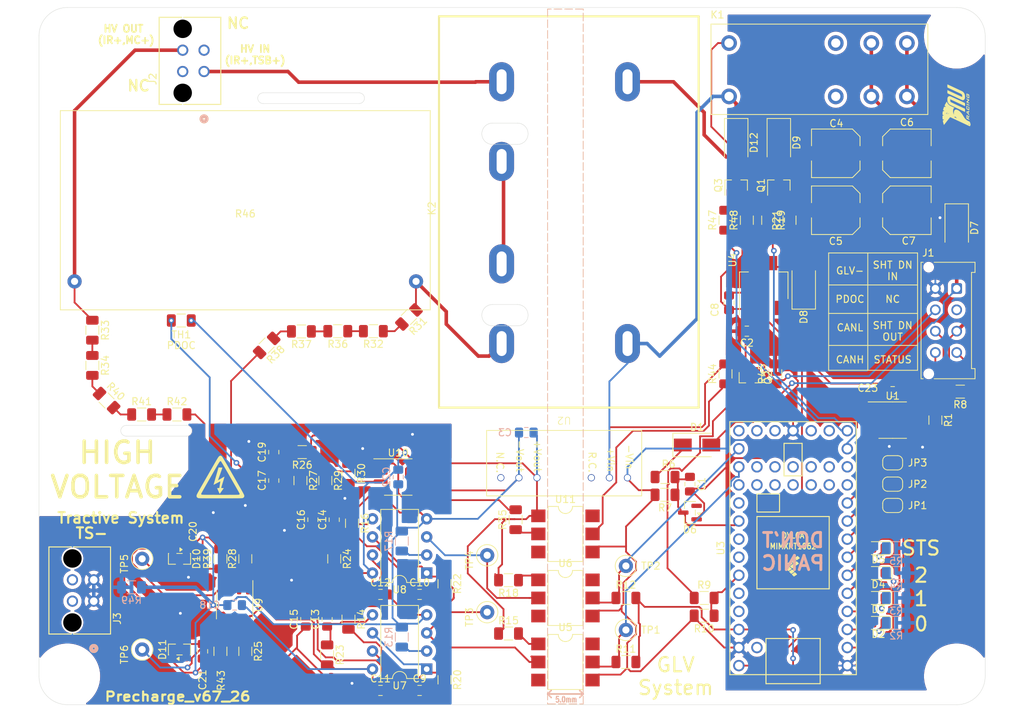
<source format=kicad_pcb>
(kicad_pcb (version 20241229) (generator "pcbnew") (generator_version "9.0")
  (layers (0 "F.Cu" signal) (2 "B.Cu" signal) (13 "F.Paste" user) (15 "B.Paste" user) (5 "F.SilkS" user "F.Silkscreen") (7 "B.SilkS" user "B.Silkscreen") (1 "F.Mask" user) (3 "B.Mask" user) (25 "Edge.Cuts" user))
  (net 0 "")
  (net 1 "+12V")
  (net 2 "+5V")
  (net 3 "/PRECH_STS")
  (net 4 "/SHTDN_OUT")
  (net 5 "Net-(K2-Pad4)")
  (net 6 "Net-(U7-IOUT)")
  (net 7 "Net-(U8-IOUT)")
  (net 8 "GLV-")
  (net 9 "GLV+")
  (net 10 "GNDS")
  (net 11 "+12P")
  (net 12 "Net-(C9-Pad2)")
  (net 13 "Net-(U7-RC)")
  (net 14 "Net-(C10-Pad2)")
  (net 15 "Net-(U8-RC)")
  (net 16 "Net-(U7-CIN)")
  (net 17 "Net-(U8-CIN)")
  (net 18 "Net-(U10A--)")
  (net 19 "Net-(U10A-+)")
  (net 20 "Net-(D10-K)")
  (net 21 "/PDOC_OK")
  (net 22 "/VinTS")
  (net 23 "/VinAccu")
  (net 24 "Net-(D11-K)")
  (net 25 "/Fts")
  (net 26 "/Faccu")
  (net 27 "/FoutTS")
  (net 28 "/FoutAccu")
  (net 29 "Net-(D1-K)")
  (net 30 "Net-(R33-Pad2)")
  (net 31 "+3V3")
  (net 32 "/PWR_OK")
  (net 33 "Net-(D2-K)")
  (net 35 "Net-(D3-K)")
  (net 37 "Net-(D4-K)")
  (net 38 "Net-(D5-K)")
  (net 41 "Net-(R15-Pad2)")
  (net 42 "Net-(D9-A)")
  (net 43 "Net-(R34-Pad2)")
  (net 44 "Net-(R36-Pad2)")
  (net 45 "Net-(D2-Pad2)")
  (net 46 "Net-(D3-Pad2)")
  (net 47 "Net-(D4-Pad2)")
  (net 48 "Net-(D5-Pad2)")
  (net 50 "/CFG0")
  (net 51 "/CFG1")
  (net 52 "/CFG2")
  (net 53 "/CANL")
  (net 54 "/CANH")
  (net 55 "Net-(R10-Pad1)")
  (net 57 "/SHTDN_CTRL")
  (net 58 "Net-(D12-A)")
  (net 59 "Net-(R30-Pad1)")
  (net 60 "Net-(R31-Pad2)")
  (net 61 "Net-(R32-Pad2)")
  (net 62 "Net-(R35-Pad1)")
  (net 63 "Net-(R37-Pad2)")
  (net 64 "Net-(R40-Pad2)")
  (net 65 "Net-(R41-Pad2)")
  (net 66 "/PRECHG")
  (net 67 "/CANRX")
  (net 68 "/CANTX")
  (net 69 "/TS-")
  (net 70 "Net-(R18-Pad1)")
  (net 74 "Net-(Q1-G)")
  (net 75 "Net-(Q2-B)")
  (net 76 "Net-(Q3-G)")
  (net 77 "Net-(U7-IREF)")
  (net 78 "Net-(U8-IREF)")
  (net 79 "Net-(U9B--)")
  (net 80 "Net-(U9A--)")
  (net 90 "Net-(J2-Pin_1)")
  (footprint "Capacitor_SMD:C_0805_2012Metric_Pad1.15x1.40mm_HandSolder" (layer "F.Cu") (at 167.5 96 180)
    (property "Reference" "C2")
    (property "Value" "100n")
  )
  (footprint "Capacitor_SMD:C_0805_2012Metric_Pad1.15x1.40mm_HandSolder" (layer "F.Cu") (at 165 92 -90)
    (property "Reference" "C8")
    (property "Value" "1u")
  )
  (footprint "Capacitor_SMD:C_0805_2012Metric_Pad1.15x1.40mm_HandSolder" (layer "F.Cu") (at 101 113 90)
    (property "Reference" "C19")
    (property "Value" "100n")
  )
  (footprint "Capacitor_SMD:C_0805_2012Metric_Pad1.15x1.40mm_HandSolder" (layer "F.Cu") (at 101 117 90)
    (property "Reference" "C17")
    (property "Value" "100n")
  )
  (footprint "Diode_SMD:D_SMA" (layer "F.Cu") (at 197 81.5 -90)
    (property "Reference" "D7")
    (property "Value" "D")
  )
  (footprint "Diode_SMD:D_SMA" (layer "F.Cu") (at 175.5 89.5 90)
    (property "Reference" "D8")
    (property "Value" "D")
  )
  (footprint "Diode_SMD:D_SMA" (layer "F.Cu") (at 166 69.5 -90)
    (property "Reference" "D12")
    (property "Value" "D")
  )
  (footprint "Precharge:OMRON-G2R-24" (layer "F.Cu") (at 165 63)
    (property "Reference" "K1")
    (property "Value" "OMRON-G2RL-24")
  )
  (footprint "Package_TO_SOT_SMD:SOT-23" (layer "F.Cu") (at 172 75.5 90)
    (property "Reference" "Q1")
    (property "Value" "2N7002")
  )
  (footprint "Package_TO_SOT_SMD:SOT-23" (layer "F.Cu") (at 166 75.5 90)
    (property "Reference" "Q3")
    (property "Value" "2N7002")
  )
  (footprint "Resistor_SMD:R_1206_3216Metric" (layer "F.Cu") (at 197.5 104.5 180)
    (property "Reference" "R8")
    (property "Value" "10k")
  )
  (footprint "Resistor_SMD:R_1206_3216Metric" (layer "F.Cu") (at 170.5 80.4 -90)
    (property "Reference" "R19")
    (property "Value" "220")
  )
  (footprint "Resistor_SMD:R_1206_3216Metric" (layer "F.Cu") (at 173.5 80.4 90)
    (property "Reference" "R21")
    (property "Value" "10k")
  )
  (footprint "Resistor_SMD:R_1206_3216Metric" (layer "F.Cu") (at 105 113 180)
    (property "Reference" "R26")
    (property "Value" "12k")
  )
  (footprint "Resistor_SMD:R_1206_3216Metric" (layer "F.Cu") (at 108.25 117 -90)
    (property "Reference" "R29")
    (property "Value" "10k")
  )
  (footprint "Resistor_SMD:R_1206_3216Metric" (layer "F.Cu") (at 164.5 80.4 90)
    (property "Reference" "R47")
    (property "Value" "220")
  )
  (footprint "Resistor_SMD:R_1206_3216Metric" (layer "F.Cu") (at 167.5 80.4 90)
    (property "Reference" "R48")
    (property "Value" "10k")
  )
  (footprint "Resistor_SMD:R_1206_3216Metric" (layer "F.Cu") (at 135 122.5 90)
    (property "Reference" "R35")
    (property "Value" "2k2")
  )
  (footprint "Package_TO_SOT_SMD:SOT-223-3_TabPin2" (layer "F.Cu") (at 169.874 89.582 90)
    (property "Reference" "U4")
    (property "Value" "LM1117-5.0")
  )
  (footprint "Precharge:G7L-2A-X-L" (layer "F.Cu") (at 150.73 97.74 90)
    (property "Reference" "K2")
    (property "Value" "G7L-2A-X-L")
  )
  (footprint "Diode_SMD:D_SMA" (layer "F.Cu") (at 172 69.5 -90)
    (property "Reference" "D9")
    (property "Value" "D")
  )
  (footprint "Capacitor_SMD:C_0805_2012Metric_Pad1.15x1.40mm_HandSolder" (layer "F.Cu") (at 159.5 117.5 -90)
    (property "Reference" "C1")
    (property "Value" "100n")
  )
  (footprint "Capacitor_SMD:C_0805_2012Metric_Pad1.15x1.40mm_HandSolder" (layer "F.Cu") (at 121.5 133)
    (property "Reference" "C10")
    (property "Value" "1u")
  )
  (footprint "Capacitor_SMD:C_0805_2012Metric_Pad1.15x1.40mm_HandSolder" (layer "F.Cu") (at 116 146.5)
    (property "Reference" "C11")
    (property "Value" "100n")
  )
  (footprint "Capacitor_SMD:C_0805_2012Metric_Pad1.15x1.40mm_HandSolder" (layer "F.Cu") (at 116 133)
    (property "Reference" "C12")
    (property "Value" "100n")
  )
  (footprint "Capacitor_SMD:C_0805_2012Metric_Pad1.15x1.40mm_HandSolder" (layer "F.Cu") (at 109.5 122.5 90)
    (property "Reference" "C14")
    (property "Value" "10n")
  )
  (footprint "Capacitor_SMD:C_0805_2012Metric_Pad1.15x1.40mm_HandSolder" (layer "F.Cu") (at 106.5 122.5 90)
    (property "Reference" "C16")
    (property "Value" "100n")
  )
  (footprint "Capacitor_SMD:C_0805_2012Metric_Pad1.15x1.40mm_HandSolder" (layer "F.Cu") (at 91 128 90)
    (property "Reference" "C20")
    (property "Value" "100n")
  )
  (footprint "Capacitor_SMD:C_0805_2012Metric_Pad1.15x1.40mm_HandSolder" (layer "F.Cu") (at 91 141 -90)
    (property "Reference" "C21")
    (property "Value" "100n")
  )
  (footprint "Capacitor_SMD:C_Elec_6.3x5.4" (layer "F.Cu") (at 180 79 180)
    (property "Reference" "C5")
    (property "Value" "220u")
  )
  (footprint "Capacitor_SMD:C_Elec_6.3x5.4" (layer "F.Cu") (at 190 79)
    (property "Reference" "C7")
    (property "Value" "220u")
  )
  (footprint "Diode_SMD:D_SMA" (layer "F.Cu") (at 160.5 112)
    (property "Reference" "D1")
    (property "Value" "D")
  )
  (footprint "Package_TO_SOT_SMD:SOT-23" (layer "F.Cu") (at 168 102.5 -90)
    (property "Reference" "Q2")
    (property "Value" "MMBT3906")
  )
  (footprint "Resistor_SMD:R_1206_3216Metric" (layer "F.Cu") (at 150.5 142.5)
    (property "Reference" "R11")
    (property "Value" "1k5")
  )
  (footprint "Resistor_SMD:R_1206_3216Metric" (layer "F.Cu") (at 150.5 133.5)
    (property "Reference" "R12")
    (property "Value" "1k5")
  )
  (footprint "Resistor_SMD:R_1206_3216Metric" (layer "F.Cu") (at 156 116.5)
    (property "Reference" "R6")
    (property "Value" "20k")
  )
  (footprint "Resistor_SMD:R_1206_3216Metric" (layer "F.Cu") (at 156 119 180)
    (property "Reference" "R7")
    (property "Value" "6k8")
  )
  (footprint "Resistor_SMD:R_1206_3216Metric" (layer "F.Cu") (at 111.5 116 -90)
    (property "Reference" "R30")
    (property "Value" "500k")
  )
  (footprint "Resistor_SMD:R_1206_3216Metric" (layer "F.Cu") (at 164.5 102 90)
    (property "Reference" "R44")
    (property "Value" "10k")
  )
  (footprint "Resistor_SMD:R_1206_3216Metric" (layer "F.Cu") (at 112 123 -90)
    (property "Reference" "R16")
    (property "Value" "47")
  )
  (footprint "Resistor_SMD:R_1206_3216Metric" (layer "F.Cu") (at 134 131 180)
    (property "Reference" "R18")
    (property "Value" "560")
  )
  (footprint "Resistor_SMD:R_1206_3216Metric" (layer "F.Cu") (at 109.5 128 -90)
    (property "Reference" "R24")
    (property "Value" "6k8")
  )
  (footprint "Resistor_SMD:R_1206_3216Metric" (layer "F.Cu") (at 97 141 -90)
    (property "Reference" "R25")
    (property "Value" "100k")
  )
  (footprint "Resistor_SMD:R_1206_3216Metric" (layer "F.Cu") (at 75.5 100.812 -90)
    (property "Reference" "R34")
    (property "Value" "510k")
  )
  (footprint "Resistor_SMD:R_1206_3216Metric" (layer "F.Cu") (at 77.5 105.75 -45)
    (property "Reference" "R40")
    (property "Value" "510k")
  )
  (footprint "Resistor_SMD:R_1206_3216Metric" (layer "F.Cu") (at 82.426 107.709)
    (property "Reference" "R41")
    (property "Value" "510k")
  )
  (footprint "Resistor_SMD:R_1206_3216Metric" (layer "F.Cu") (at 93.5 141 -90)
    (property "Reference" "R43")
    (property "Value" "39k")
  )
  (footprint "Resistor_SMD:R_1206_3216Metric" (layer "F.Cu") (at 171.5 102 90)
    (property "Reference" "R45")
    (property "Value" "10k")
  )
  (footprint "Package_DIP:SMDIP-6_W7.62mm" (layer "F.Cu") (at 142 142.5)
    (property "Reference" "U5")
    (property "Value" "4N35")
  )
  (footprint "Package_DIP:SMDIP-6_W7.62mm" (layer "F.Cu") (at 142 133.5)
    (property "Reference" "U6")
    (property "Value" "4N35")
  )
  (footprint "Package_DIP:DIP-8_W7.62mm" (layer "F.Cu") (at 122.5 130 180)
    (property "Reference" "U8")
    (property "Value" "LM331")
  )
  (footprint "Package_DIP:SMDIP-6_W7.62mm" (layer "F.Cu") (at 142 124.5)
    (property "Reference" "U11")
    (property "Value" "4N35")
  )
  (footprint "Package_TO_SOT_SMD:SOT-23" (layer "F.Cu") (at 159.5 121.5 180)
    (property "Reference" "D6")
    (property "Value" "BZX84C3V3")
  )
  (footprint "Resistor_SMD:R_1206_3216Metric" (layer "F.Cu") (at 87.39 107.709)
    (property "Reference" "R42")
    (property "Value" "510k")
  )
  (footprint "Capacitor_SMD:C_Elec_6.3x5.4" (layer "F.Cu") (at 190 71)
    (property "Reference" "C6")
    (property "Value" "220u")
  )
  (footprint "LED_SMD:LED_0805_2012Metric_Castellated" (layer "F.Cu") (at 186 137 180)
    (property "Reference" "D2")
    (property "Value" "LED")
  )
  (footprint "LED_SMD:LED_0805_2012Metric_Castellated" (layer "F.Cu") (at 186 133.5 180)
    (property "Reference" "D3")
    (property "Value" "LED")
  )
  (footprint "LED_SMD:LED_0805_2012Metric_Castellated" (layer "F.Cu") (at 186 130 180)
    (property "Reference" "D4")
    (property "Value" "LED")
  )
  (footprint "LED_SMD:LED_0805_2012Metric_Castellated" (layer "F.Cu") (at 186 126.5 180)
    (property "Reference" "D5")
    (property "Value" "LED")
  )
  (footprint "Jumper:SolderJumper-2_P1.3mm_Open_RoundedPad1.0x1.5mm" (layer "F.Cu") (at 188 120.5)
    (property "Reference" "JP1")
    (property "Value" "SolderJumper_2_Open")
  )
  (footprint "Jumper:SolderJumper-2_P1.3mm_Open_RoundedPad1.0x1.5mm" (layer "F.Cu") (at 188 117.5)
    (property "Reference" "JP2")
    (property "Value" "SolderJumper_2_Open")
  )
  (footprint "Jumper:SolderJumper-2_P1.3mm_Open_RoundedPad1.0x1.5mm" (layer "F.Cu") (at 188 114.5)
    (property "Reference" "JP3")
    (property "Value" "SolderJumper_2_Open")
  )
  (footprint "Resistor_SMD:R_1206_3216Metric" (layer "F.Cu") (at 75.5 95.8621 -90)
    (property "Reference" "R33")
    (property "Value" "510k")
  )
  (footprint "Capacitor_SMD:C_Elec_6.3x5.4" (layer "F.Cu") (at 180 71 180)
    (property "Reference" "C4")
    (property "Value" "220u")
  )
  (footprint "TestPoint:TestPoint_Loop_D2.50mm_Drill1.0mm_LowProfile" (layer "F.Cu") (at 131 135.5 -90)
    (property "Reference" "TP3")
    (property "Value" "TestPoint")
  )
  (footprint "TestPoint:TestPoint_Loop_D2.50mm_Drill1.0mm_LowProfile" (layer "F.Cu") (at 131 127.5 -90)
    (property "Reference" "TP4")
    (property "Value" "TestPoint")
  )
  (footprint "TestPoint:TestPoint_Loop_D2.50mm_Drill1.0mm_LowProfile" (layer "F.Cu") (at 82.5 128 -90)
    (property "Reference" "TP5")
    (property "Value" "TestPoint")
  )
  (footprint "TestPoint:TestPoint_Loop_D2.50mm_Drill1.0mm_LowProfile" (layer "F.Cu") (at 82.5 140.75 -90)
    (property "Reference" "TP6")
    (property "Value" "TestPoint")
  )
  (footprint "Resistor_SMD:R_1206_3216Metric" (layer "F.Cu") (at 97 128 90)
    (property "Reference" "R28")
    (property "Value" "100k")
  )
  (footprint "Resistor_SMD:R_1206_3216Metric" (layer "F.Cu") (at 120 94 -135)
    (property "Reference" "R31")
    (property "Value" "510k")
  )
  (footprint "Resistor_SMD:R_1206_3216Metric" (layer "F.Cu") (at 104.886 96.031 180)
    (property "Reference" "R37")
    (property "Value" "510k")
  )
  (footprint "Resistor_SMD:R_1206_3216Metric" (layer "F.Cu") (at 110 96 180)
    (property "Reference" "R36")
    (property "Value" "510k")
  )
  (footprint "Resistor_SMD:R_1206_3216Metric" (layer "F.Cu") (at 115 96 180)
    (property "Reference" "R32")
    (property "Value" "510k")
  )
  (footprint "Resistor_SMD:R_1206_3216Metric" (layer "F.Cu") (at 93.5 128 90)
    (property "Reference" "R39")
    (property "Value" "39k")
  )
  (footprint "Package_SO:SOIC-8_3.9x4.9mm_P1.27mm" (layer "F.Cu") (at 95.5 134.5 -90)
    (property "Reference" "U9")
    (property "Value" "LM2904")
  )
  (footprint "teensy:Teensy40" (layer "F.Cu") (at 174 126.5 90)
    (property "Reference" "U3")
    (property "Value" "Teensy4.0")
  )
  (footprint "Resistor_SMD:R_1206_3216Metric" (layer "F.Cu") (at 108.5 141.5 -90)
    (property "Reference" "R23")
    (property "Value" "6k8")
  )
  (footprint "Resistor_SMD:R_1206_3216Metric" (layer "F.Cu") (at 111.5 136.5 -90)
    (property "Reference" "R14")
    (property "Value" "47")
  )
  (footprint "Capacitor_SMD:C_0805_2012Metric_Pad1.15x1.40mm_HandSolder" (layer "F.Cu") (at 108.5 136.5 90)
    (property "Reference" "C13")
    (property "Value" "10n")
  )
  (footprint "Capacitor_SMD:C_0805_2012Metric_Pad1.15x1.40mm_HandSolder" (layer "F.Cu") (at 121.5 146.5)
    (property "Reference" "C9")
    (property "Value" "1u")
  )
  (footprint "Package_DIP:DIP-8_W7.62mm" (layer "F.Cu") (at 122.5 143.5 180)
    (property "Reference" "U7")
    (property "Value" "LM331")
  )
  (footprint "Resistor_SMD:R_1206_3216Metric" (layer "F.Cu") (at 100 98 -135)
    (property "Reference" "R38")
    (property "Value" "510k")
  )
  (footprint "Package_SO:SOIC-8_3.9x4.9mm_P1.27mm" (layer "F.Cu") (at 118.5 116.5)
    (property "Reference" "U10")
    (property "Value" "LM393")
  )
  (footprint "Resistor_SMD:R_1206_3216Metric" (layer "F.Cu") (at 88 94.5)
    (property "Reference" "TH1")
    (property "Value" "TFPT1206L1002FM")
  )
  (footprint "Resistor_SMD:R_1206_3216Metric" (layer "F.Cu") (at 104.75 117 -90)
    (property "Reference" "R27")
    (property "Value" "10k")
  )
  (footprint "Precharge:Chassis_Resistor_TE_Connectivity_HSA25" (layer "F.Cu") (at 97 79)
    (property "Reference" "R46")
    (property "Value" "HSA253K3J")
  )
  (footprint "Resistor_SMD:R_1206_3216Metric" (layer "F.Cu") (at 161.5 133.5)
    (property "Reference" "R9")
    (property "Value" "20k")
  )
  (footprint "Resistor_SMD:R_1206_3216Metric" (layer "F.Cu") (at 161.5 136 180)
    (property "Reference" "R10")
    (property "Value" "6k8")
  )
  (footprint "Resistor_SMD:R_1206_3216Metric" (layer "F.Cu") (at 194 108.5 -90)
    (property "Reference" "R1")
    (property "Value" "160")
  )
  (footprint "Resistor_SMD:R_1206_3216Metric" (layer "F.Cu") (at 125 145 -90)
    (property "Reference" "R20")
    (property "Value" "100k")
  )
  (footprint "Resistor_SMD:R_1206_3216Metric" (layer "F.Cu") (at 125 131.5 -90)
    (property "Reference" "R22")
    (property "Value" "100k")
  )
  (footprint "TestPoint:TestPoint_Loop_D2.50mm_Drill1.0mm_LowProfile" (layer "F.Cu") (at 150.5 138)
    (property "Reference" "TP1")
    (property "Value" "TestPoint")
  )
  (footprint "TestPoint:TestPoint_Loop_D2.50mm_Drill1.0mm_LowProfile" (layer "F.Cu") (at 150.5 129)
    (property "Reference" "TP2")
    (property "Value" "TestPoint")
  )
  (footprint "Package_SO:SOIC-8_3.9x4.9mm_P1.27mm" (layer "F.Cu") (at 188 108.5)
    (property "Reference" "U1")
    (property "Value" "TJA1051T-3")
  )
  (footprint "Capacitor_SMD:C_0805_2012Metric_Pad1.15x1.40mm_HandSolder" (layer "F.Cu") (at 188 104.5)
    (property "Reference" "C23")
    (property "Value" "100n")
  )
  (footprint "Capacitor_SMD:C_0805_2012Metric_Pad1.15x1.40mm_HandSolder" (layer "F.Cu") (at 105.5 136.5 90)
    (property "Reference" "C15")
    (property "Value" "100n")
  )
  (footprint "Package_TO_SOT_SMD:SOT-23" (layer "F.Cu") (at 87.75 128 -90)
    (property "Reference" "D10")
    (property "Value" "BZX84C12")
  )
  (footprint "Package_TO_SOT_SMD:SOT-23" (layer "F.Cu") (at 87.75 140.75 90)
    (property "Reference" "D11")
    (property "Value" "BZX84C12")
  )
  (footprint "MountingHole:MountingHole_3.2mm_M3" (layer "F.Cu") (at 197 144.5)
    (property "Reference" "MT2" (hide yes))
    (property "Value" "MountingHole_3.2mm_M3")
  )
  (footprint "MountingHole:MountingHole_3.2mm_M3" (layer "F.Cu") (at 72 54.5)
    (property "Reference" "MT6" (hide yes))
    (property "Value" "MountingHole_3.2mm_M3")
  )
  (footprint "MountingHole:MountingHole_3.2mm_M3" (layer "F.Cu") (at 117 54.5)
    (property "Reference" "MT4" (hide yes))
    (property "Value" "MountingHole_3.2mm_M3")
  )
  (footprint "MountingHole:MountingHole_3.2mm_M3" (layer "F.Cu") (at 132 144.5)
    (property "Reference" "MT3" (hide yes))
    (property "Value" "MountingHole_3.2mm_M3")
  )
  (footprint "Precharge:logo" (layer "F.Cu") (at 197 64.25 90)
    (property "Reference" "G***" (hide yes))
    (property "Value" "LOGO" (hide yes))
  )
  (footprint "Precharge:electric-shock-symbol" (layer "F.Cu") (at 93.5 116.5)
    (property "Reference" "G***" (hide yes))
    (property "Value" "LOGO" (hide yes))
  )
  (footprint "Resistor_SMD:R_1206_3216Metric" (layer "F.Cu") (at 134 138.5)
    (property "Reference" "R15")
    (property "Value" "560")
  )
  (footprint "MountingHole:MountingHole_3.2mm_M3" (layer "F.Cu") (at 72 144.5)
    (property "Reference" "MT1" (hide yes))
    (property "Value" "MountingHole_3.2mm_M3")
  )
  (footprint "MountingHole:MountingHole_3.2mm_M3" (layer "F.Cu") (at 197 54.5)
    (property "Reference" "MT5" (hide yes))
    (property "Value" "MountingHole_3.2mm_M3")
  )
  (footprint "Precharge:MICROFIT-4PIN" (layer "F.Cu") (at 75.7 133.95 90)
    (property "Reference" "J3")
    (property "Value" "447690401")
  )
  (footprint "Precharge:DC-DCSPAN02W8-12" (layer "F.Cu") (at 141.82 114.55 180)
    (property "Reference" "U2")
    (property "Value" "SPAN02A-12")
  )
  (footprint "Precharge:MICROFIT-4PIN" (layer "F.Cu") (at 91.2 59.5 90)
    (property "Reference" "J2")
    (property "Value" "Mini-Fit_Jr_5566-04A")
  )
  (footprint "Connector_Molex:Molex_Micro-Fit_3.0_43045-0812_2x04_P3.00mm_Vertical" (layer "F.Cu") (at 197 90 -90)
    (property "Reference" "J1")
    (property "Value" "MicroFit")
  )
  (footprint "Capacitor_SMD:C_0805_2012Metric_Pad1.15x1.40mm_HandSolder" (layer "B.Cu") (at 136.5 110.25)
    (property "Reference" "C3")
    (property "Value" "1u")
  )
  (footprint "Capacitor_SMD:C_0805_2012Metric_Pad1.15x1.40mm_HandSolder" (layer "B.Cu") (at 95.5 134.5 180)
    (property "Reference" "C18")
    (property "Value" "100n")
  )
  (footprint "Resistor_SMD:R_1206_3216Metric" (layer "B.Cu") (at 119 125.5 -90)
    (property "Reference" "R17")
    (property "Value" "12k")
  )
  (footprint "Capacitor_SMD:C_0805_2012Metric_Pad1.15x1.40mm_HandSolder" (layer "B.Cu") (at 118.5 116.5 -90)
    (property "Reference" "C22")
    (property "Value" "100n")
  )
  (footprint "Resistor_SMD:R_1206_3216Metric" (layer "B.Cu") (at 188.5 137)
    (property "Reference" "R2")
    (property "Value" "200")
  )
  (footprint "Resistor_SMD:R_1206_3216Metric" (layer "B.Cu") (at 188.5 133.5)
    (property "Reference" "R3")
    (property "Value" "200")
  )
  (footprint "Resistor_SMD:R_1206_3216Metric" (layer "B.Cu") (at 188.5 130)
    (property "Reference" "R4")
    (property "Value" "200")
  )
  (footprint "Resistor_SMD:R_1206_3216Metric" (layer "B.Cu") (at 188.5 126.5)
    (property "Reference" "R5")
    (property "Value" "200")
  )
  (footprint "Resistor_SMD:R_1206_3216Metric" (layer "B.Cu") (at 119 139 -90)
    (property "Reference" "R13")
    (property "Value" "12k")
  )
  (footprint "Resistor_SMD:R_1206_3216Metric" (layer "B.Cu") (at 81 132)
    (property "Reference" "R49")
    (property "Value" "0")
  )
  (gr_line (start 191.5 85) (end 191.5 101.5) (stroke (width 0.12)) (layer "F.SilkS"))
  (gr_line (start 144 146.5) (end 144.5 147) (stroke (width 0.2)) (layer "F.SilkS"))
  (gr_line (start 179 98) (end 191.5 98) (stroke (width 0.12)) (layer "F.SilkS"))
  (gr_line (start 139.5 147) (end 140 146.5) (stroke (width 0.2)) (layer "F.SilkS"))
  (gr_line (start 144.5 147) (end 144 146.5) (stroke (width 0.2)) (layer "F.SilkS"))
  (gr_line (start 179 101.5) (end 179 85) (stroke (width 0.12)) (layer "F.SilkS"))
  (gr_line (start 139.5 147) (end 140 147.5) (stroke (width 0.2)) (layer "F.SilkS"))
  (gr_line (start 139.5 147) (end 144.5 147) (stroke (width 0.2)) (layer "F.SilkS"))
  (gr_line (start 179 85) (end 191.5 85) (stroke (width 0.12)) (layer "F.SilkS"))
  (gr_line (start 179 93.5) (end 191.5 93.5) (stroke (width 0.12)) (layer "F.SilkS"))
  (gr_line (start 144.5 147) (end 144 147.5) (stroke (width 0.2)) (layer "F.SilkS"))
  (gr_line (start 191.5 89.5) (end 179 89.5) (stroke (width 0.12)) (layer "F.SilkS"))
  (gr_poly (pts (xy 139.501851 148.39) (xy 144.501851 148.39) (xy 144.501851 50.73) (xy 139.501851 50.73)) (stroke (width 0.1) (type dash)) (fill no) (layer "F.SilkS"))
  (gr_line (start 191.5 101.5) (end 179 101.5) (stroke (width 0.12)) (layer "F.SilkS"))
  (gr_line (start 184.5 85) (end 184.5 101.5) (stroke (width 0.12)) (layer "F.SilkS"))
  (gr_line (start 144.5 147) (end 144 147.5) (stroke (width 0.2)) (layer "B.SilkS"))
  (gr_line (start 144 146.5) (end 144.5 147) (stroke (width 0.2)) (layer "B.SilkS"))
  (gr_line (start 139.5 147) (end 140 147.5) (stroke (width 0.2)) (layer "B.SilkS"))
  (gr_line (start 139.5 147) (end 140 146.5) (stroke (width 0.2)) (layer "B.SilkS"))
  (gr_poly (pts (xy 139.5 148.39) (xy 144.5 148.39) (xy 144.5 50.73) (xy 139.5 50.73)) (stroke (width 0.1) (type dash)) (fill no) (layer "B.SilkS"))
  (gr_line (start 139.5 147) (end 144.5 147) (stroke (width 0.2)) (layer "B.SilkS"))
  (gr_line (start 135.25 92.25) (end 131.75 92.25) (stroke (width 0.05)) (layer "Edge.Cuts"))
  (gr_line (start 131.75 95.25) (end 135.25 95.25) (stroke (width 0.05)) (layer "Edge.Cuts"))
  (gr_line (start 131.75 69.75) (end 135.25 69.75) (stroke (width 0.05)) (layer "Edge.Cuts"))
  (gr_line (start 135.25 66.75) (end 131.75 66.75) (stroke (width 0.05)) (layer "Edge.Cuts"))
  (gr_arc (start 135.25 66.75) (mid 136.75 68.25) (end 135.25 69.75) (stroke (width 0.05)) (layer "Edge.Cuts"))
  (gr_arc (start 131.75 69.75) (mid 130.25 68.25) (end 131.75 66.75) (stroke (width 0.05)) (layer "Edge.Cuts"))
  (gr_arc (start 113 62.5) (mid 113.75 63.25) (end 113 64) (stroke (width 0.05)) (layer "Edge.Cuts"))
  (gr_line (start 113 62.5) (end 99.5 62.5) (stroke (width 0.05)) (layer "Edge.Cuts"))
  (gr_line (start 113 64) (end 99.5 64) (stroke (width 0.05)) (layer "Edge.Cuts"))
  (gr_arc (start 99.5 64) (mid 98.75 63.25) (end 99.5 62.5) (stroke (width 0.05)) (layer "Edge.Cuts"))
  (gr_line (start 72 148.5) (end 197 148.5) (stroke (width 0.05)) (layer "Edge.Cuts"))
  (gr_arc (start 201.000198 144.5) (mid 199.828625 147.328427) (end 197.000198 148.5) (stroke (width 0.05)) (layer "Edge.Cuts"))
  (gr_line (start 201 54.5) (end 201 144.5) (stroke (width 0.05)) (layer "Edge.Cuts"))
  (gr_arc (start 197 50.5) (mid 199.828427 51.671573) (end 201 54.5) (stroke (width 0.05)) (layer "Edge.Cuts"))
  (gr_line (start 88.75 109.25) (end 80.25 109.25) (stroke (width 0.05)) (layer "Edge.Cuts"))
  (gr_arc (start 131.75 95.25) (mid 130.25 93.75) (end 131.75 92.25) (stroke (width 0.05)) (layer "Edge.Cuts"))
  (gr_line (start 197 50.5) (end 72 50.5) (stroke (width 0.05)) (layer "Edge.Cuts"))
  (gr_line (start 88.75 110.75) (end 80.25 110.75) (stroke (width 0.05)) (layer "Edge.Cuts"))
  (gr_arc (start 72 148.5) (mid 69.171573 147.328427) (end 68 144.5) (stroke (width 0.05)) (layer "Edge.Cuts"))
  (gr_arc (start 88.75 109.25) (mid 89.5 110) (end 88.75 110.75) (stroke (width 0.05)) (layer "Edge.Cuts"))
  (gr_arc (start 80.25 110.75) (mid 79.5 110) (end 80.25 109.25) (stroke (width 0.05)) (layer "Edge.Cuts"))
  (gr_line (start 68 54.5) (end 68 144.5) (stroke (width 0.05)) (layer "Edge.Cuts"))
  (gr_arc (start 68 54.5) (mid 69.171573 51.671573) (end 72 50.5) (stroke (width 0.05)) (layer "Edge.Cuts"))
  (gr_arc (start 135.25 92.25) (mid 136.75 93.75) (end 135.25 95.25) (stroke (width 0.05)) (layer "Edge.Cuts"))
  (gr_text "HV OUT \n(IR+,MC+)" (at 80.25 54.28 0) (layer "F.SilkS") (effects (font (size 1 1) (thickness 0.25))))
  (gr_text "NC" (at 95.99 52.71 0) (layer "F.SilkS") (effects (font (size 1.5 1.5) (thickness 0.3))))
  (gr_text "GLV-" (at 182 87.5 0) (layer "F.SilkS") (effects (font (size 1 1))))
  (gr_text "SHT DN\nOUT" (at 188 96 0) (layer "F.SilkS") (effects (font (size 1 1))))
  (gr_text "NC" (at 188 91.5 0) (layer "F.SilkS") (effects (font (size 1 1))))
  (gr_text "CANL" (at 182 95.5 0) (layer "F.SilkS") (effects (font (size 1 1))))
  (gr_text "PDOC" (at 182 91.5 0) (layer "F.SilkS") (effects (font (size 1 1))))
  (gr_text "TS-" (at 75.4 124.4 0) (layer "F.SilkS") (effects (font (size 1.5 1.5) (thickness 0.3))))
  (gr_text "Tractive System" (at 79.5 122.25 0) (layer "F.SilkS") (effects (font (size 1.5 1.5) (thickness 0.3))))
  (gr_text "GLV\nSystem" (at 157.5 144.5 0) (layer "F.SilkS") (effects (font (size 2 2) (thickness 0.3))))
  (gr_text "0" (at 192 137.168 0) (layer "F.SilkS") (effects (font (size 2 2) (thickness 0.3))))
  (gr_text "HIGH\nVOLTAGE" (at 79 115.5 0) (layer "F.SilkS") (effects (font (size 3 3) (thickness 0.5))))
  (gr_text "5.0mm" (at 140.5 148.25 0) (layer "F.SilkS") (effects (font (size 0.8 0.6) (thickness 0.15) (bold yes)) (justify left bottom)))
  (gr_text "Precharge_v67_26" (at 77.08 148.12 0) (layer "F.SilkS") (effects (font (size 1.3 1.5) (thickness 0.3) (bold yes)) (justify left bottom)))
  (gr_text "STS" (at 192 126.5 0) (layer "F.SilkS") (effects (font (size 2 2) (thickness 0.3))))
  (gr_text "STATUS" (at 188 100 0) (layer "F.SilkS") (effects (font (size 1 1))))
  (gr_text "1" (at 192 133.612 0) (layer "F.SilkS") (effects (font (size 2 2) (thickness 0.3))))
  (gr_text "SHT DN\nIN" (at 188 87.5 0) (layer "F.SilkS") (effects (font (size 1 1))))
  (gr_text "PDOC" (at 88 98 0) (layer "F.SilkS") (effects (font (size 1 1))))
  (gr_text "2" (at 192 130.31 0) (layer "F.SilkS") (effects (font (size 2 2) (thickness 0.3))))
  (gr_text "NC" (at 82 61.5 0) (layer "F.SilkS") (effects (font (size 1.5 1.5) (thickness 0.3))))
  (gr_text "HV IN\n(IR+,TSB+)" (at 98.38 57.12 0) (layer "F.SilkS") (effects (font (size 1 1) (thickness 0.25))))
  (gr_text "CANH" (at 182 100 0) (layer "F.SilkS") (effects (font (size 1 1))))
  (gr_text "5.0mm" (at 140.5 148.25 0) (layer "B.SilkS") (effects (font (size 0.8 0.6) (thickness 0.15) (bold yes)) (justify left bottom)))
  (gr_text "DON'T\nPANIC" (at 174 127 0) (layer "B.SilkS") (effects (font (size 2 2) (thickness 0.4)) (justify mirror)))
  (segment (start 148.18 109.57) (end 148.18 116.6) (width 0.25) (layer "F.Cu") (net 1))
  (segment (start 166.65 101.1991) (end 166.775 101.1991) (width 0.25) (layer "F.Cu") (net 1))
  (segment (start 167.325 101.175) (end 167.05 101.5) (width 0.25) (layer "F.Cu") (net 1))
  (segment (start 165.5258 101.1991) (end 166.65 101.1991) (width 0.25) (layer "F.Cu") (net 1))
  (segment (start 175.5 91.5) (end 174.725 92.116) (width 0.25) (layer "F.Cu") (net 1))
  (segment (start 161.6255 109.0519) (end 161.1774 109.5) (width 0.25) (layer "F.Cu") (net 1))
  (segment (start 166.775 101.1991) (end 167.05 101.5) (width 0.25) (layer "F.Cu") (net 1))
  (segment (start 176.275 90.375) (end 175.5 91.5) (width 0.25) (layer "F.Cu") (net 1))
  (segment (start 185.25 81) (end 185 80.75) (width 0.5) (layer "F.Cu") (net 1))
  (segment (start 166 67.5) (end 166 64) (width 0.5) (layer "F.Cu") (net 1))
  (segment (start 185 80.75) (end 185 74.75) (width 0.5) (layer "F.Cu") (net 1))
  (segment (start 197 79.5) (end 197 79.75) (width 0.5) (layer "F.Cu") (net 1))
  (segment (start 187.4625 79) (end 187.462 77.2125) (width 0.5) (layer "F.Cu") (net 1))
  (segment (start 165.3664 101.0397) (end 165.5258 101.1991) (width 0.25) (layer "F.Cu") (net 1))
  (segment (start 163.8103 101.2195) (end 161.6255 103.4043) (width 0.25) (layer "F.Cu") (net 1))
  (segment (start 185.374962 74.374962) (end 185 74.749924) (width 0.5) (layer "F.Cu") (net 1))
  (segment (start 164.5 100.6) (end 163.8103 101.2164) (width 0.25) (layer "F.Cu") (net 1))
  (segment (start 161.1774 109.5) (end 148.25 109.5) (width 0.25) (layer "F.Cu") (net 1))
  (segment (start 183.25 67.5) (end 172 67.5) (width 0.5) (layer "F.Cu") (net 1))
  (segment (start 168.1353 96.6945) (end 167.325 97.5048) (width 0.25) (layer "F.Cu") (net 1))
  (segment (start 161.6255 103.4043) (end 161.6255 109.0519) (width 0.25) (layer "F.Cu") (net 1))
  (segment (start 174.6 92.116) (end 172.924 92.116) (width 0.25) (layer "F.Cu") (net 1))
  (segment (start 187.4625 71) (end 187.462 72.2875) (width 0.5) (layer "F.Cu") (net 1))
  (segment (start 197 79.75) (end 195.75 81) (width 0.5) (layer "F.Cu") (net 1))
  (segment (start 172.924 92.116) (end 172.799 92.116) (width 0.25) (layer "F.Cu") (net 1))
  (segment (start 187.462 77.2125) (end 185 74.75) (width 0.5) (layer "F.Cu") (net 1))
  (segment (start 163.8103 101.2164) (end 163.8103 101.2195) (width 0.25) (layer "F.Cu") (net 1))
  (segment (start 182.538 72.2875) (end 185 74.75) (width 0.5) (layer "F.Cu") (net 1))
  (segment (start 185 74.75) (end 185 69.25) (width 0.5) (layer "F.Cu") (net 1))
  (segment (start 185.25 81) (end 176.275 89.975) (width 0.25) (layer "F.Cu") (net 1))
  (segment (start 182.538 77.2125) (end 185 74.75) (width 0.5) (layer "F.Cu") (net 1))
  (segment (start 176.275 89.975) (end 176.275 90.25) (width 0.25) (layer "F.Cu") (net 1))
  (segment (start 176.275 90.25) (end 176.275 90.375) (width 0.25) (layer "F.Cu") (net 1))
  (segment (start 174.725 92.116) (end 174.6 92.116) (width 0.25) (layer "F.Cu") (net 1))
  (segment (start 172.799 92.116) (end 172.174 92.732) (width 0.25) (layer "F.Cu") (net 1))
  (segment (start 148.25 109.5) (end 148.18 109.57) (width 0.25) (layer "F.Cu") (net 1))
  (segment (start 166 64) (end 165 63) (width 0.5) (layer "F.Cu") (net 1))
  (segment (start 168.1353 96.6914) (end 168.1353 96.6945) (width 0.25) (layer "F.Cu") (net 1))
  (segment (start 167.325 97.5048) (end 167.325 101.05) (width 0.25) (layer "F.Cu") (net 1))
  (segment (start 187.462 72.2875) (end 185 74.75) (width 0.5) (layer "F.Cu") (net 1))
  (segment (start 185 69.25) (end 183.25 67.5) (width 0.5) (layer "F.Cu") (net 1))
  (segment (start 172 67.5) (end 166 67.5) (width 0.5) (layer "F.Cu") (net 1))
  (segment (start 182.5375 71) (end 182.538 72.2875) (width 0.5) (layer "F.Cu") (net 1))
  (segment (start 182.5375 79) (end 182.538 77.2125) (width 0.5) (layer "F.Cu") (net 1))
  (segment (start 185.0379 81.2121) (end 185.2935 81.1171) (width 0.25) (layer "F.Cu") (net 1))
  (segment (start 185.0379 81.2121) (end 185.1329 80.9565) (width 0.25) (layer "F.Cu") (net 1))
  (segment (start 164.5 100.6) (end 165.3664 101.0397) (width 0.25) (layer "F.Cu") (net 1))
  (segment (start 167.325 101.05) (end 167.325 101.175) (width 0.25) (layer "F.Cu") (net 1))
  (segment (start 195.75 81) (end 194.7 81) (width 0.5) (layer "F.Cu") (net 1))
  (segment (start 168.525 96) (end 168.1353 96.6914) (width 0.25) (layer "F.Cu") (net 1))
  (segment (start 194.7 81) (end 185.25 81) (width 0.5) (layer "F.Cu") (net 1))
  (segment (start 162.75 63) (end 160.5 65.25) (width 0.5) (layer "B.Cu") (net 1))
  (segment (start 160.5 65.25) (end 160.5 94.25) (width 0.5) (layer "B.Cu") (net 1))
  (segment (start 153.49 97.74) (end 150.73 97.74) (width 0.5) (layer "B.Cu") (net 1))
  (segment (start 148.18 103.07) (end 148.18 116.6) (width 0.25) (layer "B.Cu") (net 1))
  (segment (start 155.25 99.5) (end 153.49 97.74) (width 0.5) (layer "B.Cu") (net 1))
  (segment (start 160.5 94.25) (end 155.25 99.5) (width 0.5) (layer "B.Cu") (net 1))
  (segment (start 165 63) (end 162.75 63) (width 0.5) (layer "B.Cu") (net 1))
  (segment (start 150.73 100.52) (end 148.18 103.07) (width 0.25) (layer "B.Cu") (net 1))
  (segment (start 150.73 97.74) (end 150.73 100.52) (width 0.25) (layer "B.Cu") (net 1))
  (segment (start 174.725 86.966) (end 174.6 86.966) (width 0.25) (layer "F.Cu") (net 2))
  (segment (start 175.3043 99.3578) (end 179.3204 103.3739) (width 0.25) (layer "F.Cu") (net 2))
  (segment (start 171.774 86.966) (end 171.649 86.966) (width 0.25) (layer "F.Cu") (net 2))
  (segment (start 187.9659 103.7931) (end 188.6229 103.7931) (width 0.25) (layer "F.Cu") (net 2))
  (segment (start 175.25 99.3578) (end 175.3043 99.3578) (width 0.25) (layer "F.Cu") (net 2))
  (segment (start 169.249 91.857) (end 169.874 92.732) (width 0.25) (layer "F.Cu") (net 2))
  (segment (start 165 90.975) (end 165.6914 90.5853) (width 0.25) (layer "F.Cu") (net 2))
  (segment (start 187.5253 103.3834) (end 187.5408 103.3834) (width 0.25) (layer "F.Cu") (net 2))
  (segment (start 174.6 86.966) (end 171.774 86.966) (width 0.25) (layer "F.Cu") (net 2))
  (segment (start 189.025 104.5) (end 188.402 105.123) (width 0.25) (layer "F.Cu") (net 2))
  (segment (start 187.4979 103.3758) (end 187.4999 103.3778) (width 0.25) (layer "F.Cu") (net 2))
  (segment (start 169.249 91.6802) (end 169.249 91.732) (width 0.25) (layer "F.Cu") (net 2))
  (segment (start 171.649 86.966) (end 169.874 86.432) (width 0.25) (layer "F.Cu") (net 2))
  (segment (start 166.9479 90.5853) (end 167.4964 90.0368) (width 0.25) (layer "F.Cu") (net 2))
  (segment (start 188.402 108.348) (end 187.615 109.135) (width 0.25) (layer "F.Cu") (net 2))
  (segment (start 167.4964 88.0864) (end 167.4964 90.0368) (width 0.25) (layer "F.Cu") (net 2))
  (segment (start 179.3204 103.3739) (end 187.4761 103.3739) (width 0.25) (layer "F.Cu") (net 2))
  (segment (start 169.874 86.432) (end 169.1508 86.432) (width 0.25) (layer "F.Cu") (net 2))
  (segment (start 187.5197 103.3778) (end 187.5253 103.3834) (width 0.25) (layer "F.Cu") (net 2))
  (segment (start 169.874 92.732) (end 169.874 93.982) (width 0.25) (layer "F.Cu") (net 2))
  (segment (start 169.1758 91.607) (end 169.249 91.6802) (width 0.25) (layer "F.Cu") (net 2))
  (segment (start 188.6353 103.8055) (end 188.6353 103.8085) (width 0.25) (layer "F.Cu") (net 2))
  (segment (start 187.5465 103.3891) (end 187.5619 103.3891) (width 0.25) (layer "F.Cu") (net 2))
  (segment (start 187.5619 103.3891) (end 187.9659 103.7931) (width 0.25) (layer "F.Cu") (net 2))
  (segment (start 187.615 109.135) (end 185.525 109.135) (width 0.25) (layer "F.Cu") (net 2))
  (segment (start 169.0666 91.607) (end 169.1758 91.607) (width 0.25) (layer "F.Cu") (net 2))
  (segment (start 187.5408 103.3834) (end 187.5465 103.3891) (width 0.25) (layer "F.Cu") (net 2))
  (segment (start 187.4999 103.3778) (end 187.5197 103.3778) (width 0.25) (layer "F.Cu") (net 2))
  (segment (start 170.74 143.01) (end 166.38 143.01) (width 0.25) (layer "F.Cu") (net 2))
  (segment (start 175.5 87.5) (end 174.725 86.966) (width 0.25) (layer "F.Cu") (net 2))
  (segment (start 188.402 105.123) (end 188.402 108.348) (width 0.25) (layer "F.Cu") (net 2))
  (segment (start 187.478 103.3758) (end 187.4979 103.3758) (width 0.25) (layer "F.Cu") (net 2))
  (segment (start 169.1508 86.432) (end 167.4964 88.0864) (width 0.25) (layer "F.Cu") (net 2))
  (segment (start 188.6353 103.8085) (end 189.025 104.5) (width 0.25) (layer "F.Cu") (net 2))
  (segment (start 187.4761 103.3739) (end 187.478 103.3758) (width 0.25) (layer "F.Cu") (net 2))
  (segment (start 169.874 93.982) (end 175.25 99.3578) (width 0.25) (layer "F.Cu") (net 2))
  (segment (start 169.249 91.732) (end 169.249 91.857) (width 0.25) (layer "F.Cu") (net 2))
  (segment (start 165.6914 90.5853) (end 166.9479 90.5853) (width 0.25) (layer "F.Cu") (net 2))
  (segment (start 175.25 138.5) (end 170.74 143.01) (width 0.25) (layer "F.Cu") (net 2))
  (segment (start 188.6229 103.7931) (end 188.6353 103.8055) (width 0.25) (layer "F.Cu") (net 2))
  (segment (start 167.4964 90.0368) (end 169.0666 91.607) (width 0.25) (layer "F.Cu") (net 2))
  (segment (start 175.25 99.3578) (end 175.25 138.5) (width 0.25) (layer "F.Cu") (net 2))
  (segment (start 198.9 100.9) (end 197 99) (width 0.25) (layer "F.Cu") (net 3))
  (segment (start 198.9 104.5) (end 198.9 100.9) (width 0.25) (layer "F.Cu") (net 3))
  (segment (start 196.1 103.525) (end 195.925 103.35) (width 0.25) (layer "F.Cu") (net 4))
  (segment (start 196.1 104.5) (end 196.1 103.525) (width 0.25) (layer "F.Cu") (net 4))
  (segment (start 191.1 64.1) (end 190 63) (width 0.5) (layer "F.Cu") (net 4))
  (segment (start 191.85 64.1) (end 191.1 64.1) (width 0.5) (layer "F.Cu") (net 4))
  (segment (start 199.75 93.25) (end 199.75 72) (width 0.5) (layer "F.Cu") (net 4))
  (segment (start 197 96) (end 199.75 93.25) (width 0.5) (layer "F.Cu") (net 4))
  (segment (start 195.925 97.075) (end 197 96) (width 0.25) (layer "F.Cu") (net 4))
  (segment (start 199.75 72) (end 191.85 64.1) (width 0.5) (layer "F.Cu") (net 4))
  (segment (start 195.925 103.35) (end 195.925 97.075) (width 0.25) (layer "F.Cu") (net 4))
  (segment (start 190 55.5) (end 190 63) (width 0.5) (layer "F.Cu") (net 4))
  (segment (start 133.3 88.3) (end 133.3 73.9) (width 0.5) (layer "F.Cu") (net 5))
  (segment (start 121.825 144.3518) (end 120.9484 145.2284) (width 0.25) (layer "F.Cu") (net 6))
  (segment (start 120.9484 145.8401) (end 120.9434 145.8451) (width 0.25) (layer "F.Cu") (net 6))
  (segment (start 123.175 143.9968) (end 122.5 143.5) (width 0.25) (layer "F.Cu") (net 6))
  (segment (start 120.9434 145.8451) (end 120.9434 145.8452) (width 0.25) (layer "F.Cu") (net 6))
  (segment (start 124.1259 143.9968) (end 123.3 143.9968) (width 0.25) (layer "F.Cu") (net 6))
  (segment (start 125 143.6) (end 124.1259 143.9968) (width 0.25) (layer "F.Cu") (net 6))
  (segment (start 120.9434 145.8452) (end 120.475 146.5) (width 0.25) (layer "F.Cu") (net 6))
  (segment (start 123.3 143.9968) (end 123.175 143.9968) (width 0.25) (layer "F.Cu") (net 6))
  (segment (start 120.9484 145.2284) (end 120.9484 145.8401) (width 0.25) (layer "F.Cu") (net 6))
  (segment (start 121.825 144.175) (end 121.825 144.3) (width 0.25) (layer "F.Cu") (net 6))
  (segment (start 122.5 143.5) (end 121.825 144.175) (width 0.25) (layer "F.Cu") (net 6))
  (segment (start 121.825 144.3) (end 121.825 144.3518) (width 0.25) (layer "F.Cu") (net 6))
  (segment (start 114.88 138.42) (end 119.285 142.825) (width 0.25) (layer "B.Cu") (net 6))
  (segment (start 121.7 142.825) (end 121.825 142.825) (width 0.25) (layer "B.Cu") (net 6))
  (segment (start 119.285 142.825) (end 121.7 142.825) (width 0.25) (layer "B.Cu") (net 6))
  (segment (start 121.825 142.825) (end 122.5 143.5) (width 0.25) (layer "B.Cu") (net 6))
  (segment (start 126.2972 133.4748) (end 126.2991 133.4729) (width 0.25) (layer "F.Cu") (net 7))
  (segment (start 126.2548 133.5945) (end 126.2548 133.5892) (width 0.25) (layer "F.Cu") (net 7))
  (segment (start 126.2674 132.2234) (end 126.2548 132.2108) (width 0.25) (layer "F.Cu") (net 7))
  (segment (start 126.2972 132.3053) (end 126.2915 132.2996) (width 0.25) (layer "F.Cu") (net 7))
  (segment (start 121.825 129.1482) (end 121.825 129.2) (width 0.25) (layer "F.Cu") (net 7))
  (segment (start 126.2548 132.2108) (end 126.2548 132.2055) (width 0.25) (layer "F.Cu") (net 7))
  (segment (start 126.2972 132.3252) (end 126.2972 132.3053) (width 0.25) (layer "F.Cu") (net 7))
  (segment (start 126.2548 132.2055) (end 126.2423 132.193) (width 0.25) (layer "F.Cu") (net 7))
  (segment (start 126.2915 132.2996) (end 126.2915 132.2842) (width 0.25) (layer "F.Cu") (net 7))
  (segment (start 126.2859 133.5214) (end 126.2915 133.5158) (width 0.25) (layer "F.Cu") (net 7))
  (segment (start 126.2548 133.5892) (end 126.2674 133.5766) (width 0.25) (layer "F.Cu") (net 7))
  (segment (start 121.825 129.2) (end 121.825 129.325) (width 0.25) (layer "F.Cu") (net 7))
  (segment (start 126.2991 133.4531) (end 126.3011 133.4511) (width 0.25) (layer "F.Cu") (net 7))
  (segment (start 126.2991 132.3271) (end 126.2972 132.3252) (width 0.25) (layer "F.Cu") (net 7))
  (segment (start 123.175 130.4968) (end 122.5 130) (width 0.25) (layer "F.Cu") (net 7))
  (segment (start 121.5374 134.1261) (end 125.7286 134.1261) (width 0.25) (layer "F.Cu") (net 7))
  (segment (start 125.8297 130.6184) (end 125 130.1) (width 0.25) (layer "F.Cu") (net 7))
  (segment (start 126.2991 133.4729) (end 126.2991 133.4531) (width 0.25) (layer "F.Cu") (net 7))
  (segment (start 126.3011 133.4511) (end 126.3011 132.3489) (width 0.25) (layer "F.Cu") (net 7))
  (segment (start 114.88 124.92) (end 119.035 129.075) (width 0.25) (layer "F.Cu") (net 7))
  (segment (start 125.8297 130.6185) (end 125.8297 130.6184) (width 0.25) (layer "F.Cu") (net 7))
  (segment (start 124.1259 130.4968) (end 123.3 130.4968) (width 0.25) (layer "F.Cu") (net 7))
  (segment (start 126.2859 132.2786) (end 126.2859 132.2631) (width 0.25) (layer "F.Cu") (net 7))
  (segment (start 126.2766 132.2538) (end 126.2766 132.2432) (width 0.25) (layer "F.Cu") (net 7))
  (segment (start 126.2766 132.2432) (end 126.2674 132.234) (width 0.25) (layer "F.Cu") (net 7))
  (segment (start 121.0047 133.5934) (end 121.5374 134.1261) (width 0.25) (layer "F.Cu") (net 7))
  (segment (start 121.825 129.325) (end 122.5 130) (width 0.25) (layer "F.Cu") (net 7))
  (segment (start 121.7518 129.075) (end 121.825 129.1482) (width 0.25) (layer "F.Cu") (net 7))
  (segment (start 126.2859 133.5369) (end 126.2859 133.5214) (width 0.25) (layer "F.Cu") (net 7))
  (segment (start 126.2674 133.5766) (end 126.2674 133.5659) (width 0.25) (layer "F.Cu") (net 7))
  (segment (start 126.2423 132.193) (end 126.2423 132.1876) (width 0.25) (layer "F.Cu") (net 7))
  (segment (start 126.2991 132.3469) (end 126.2991 132.3271) (width 0.25) (layer "F.Cu") (net 7))
  (segment (start 119.035 129.075) (end 121.7518 129.075) (width 0.25) (layer "F.Cu") (net 7))
  (segment (start 126.2423 132.1876) (end 125.8386 131.7839) (width 0.25) (layer "F.Cu") (net 7))
  (segment (start 123.3 130.4968) (end 123.175 130.4968) (width 0.25) (layer "F.Cu") (net 7))
  (segment (start 126.2423 133.607) (end 126.2548 133.5945) (width 0.25) (layer "F.Cu") (net 7))
  (segment (start 126.2859 132.2631) (end 126.2766 132.2538) (width 0.25) (layer "F.Cu") (net 7))
  (segment (start 125.7286 134.1261) (end 126.2423 133.6124) (width 0.25) (layer "F.Cu") (net 7))
  (segment (start 126.2915 133.5158) (end 126.2915 133.5004) (width 0.25) (layer "F.Cu") (net 7))
  (segment (start 126.2674 133.5659) (end 126.2766 133.5567) (width 0.25) (layer "F.Cu") (net 7))
  (segment (start 125.8386 131.7839) (end 125.8386 130.6274) (width 0.25) (layer "F.Cu") (net 7))
  (segment (start 125.8386 130.6274) (end 125.8297 130.6185) (width 0.25) (layer "F.Cu") (net 7))
  (segment (start 126.2423 133.6124) (end 126.2423 133.607) (width 0.25) (layer "F.Cu") (net 7))
  (segment (start 126.2915 133.5004) (end 126.2972 133.4947) (width 0.25) (layer "F.Cu") (net 7))
  (segment (start 120.475 133) (end 121.0047 133.5934) (width 0.25) (layer "F.Cu") (net 7))
  (segment (start 126.2972 133.4947) (end 126.2972 133.4748) (width 0.25) (layer "F.Cu") (net 7))
  (segment (start 126.2766 133.5567) (end 126.2766 133.5462) (width 0.25) (layer "F.Cu") (net 7))
  (segment (start 126.2674 132.234) (end 126.2674 132.2234) (width 0.25) (layer "F.Cu") (net 7))
  (segment (start 125 130.1) (end 124.1259 130.4968) (width 0.25) (layer "F.Cu") (net 7))
  (segment (start 126.2766 133.5462) (end 126.2859 133.5369) (width 0.25) (layer "F.Cu") (net 7))
  (segment (start 126.3011 132.3489) (end 126.2991 132.3469) (width 0.25) (layer "F.Cu") (net 7))
  (segment (start 126.2915 132.2842) (end 126.2859 132.2786) (width 0.25) (layer "F.Cu") (net 7))
  (segment (start 169.4924 95.259) (end 169.4924 95.2484) (width 0.25) (layer "F.Cu") (net 8))
  (segment (start 152.5536 143.8011) (end 151.1406 143.8011) (width 0.25) (layer "F.Cu") (net 8))
  (segment (start 150.6782 139.8372) (end 151.9251 138.5903) (width 0.25) (layer "F.Cu") (net 8))
  (segment (start 172.95 76.5) (end 172.8532 76.825) (width 0.25) (layer "F.Cu") (net 8))
  (segment (start 167.225 76.175) (end 167.35 76.175) (width 0.25) (layer "F.Cu") (net 8))
  (segment (start 184.2133 109.4475) (end 184.2133 109.5155) (width 0.25) (layer "F.Cu") (net 8))
  (segment (start 188.6255 119.7512) (end 188.6255 118.2488) (width 0.25) (layer "F.Cu") (net 8))
  (segment (start 190.0261 105.1261) (end 190.0241 105.1281) (width 0.25) (layer "F.Cu") (net 8))
  (segment (start 174 104.3221) (end 174 109.99) (width 0.25) (layer "F.Cu") (net 8))
  (segment (start 190.0261 104.4739) (end 190.0261 106.1461) (width 0.25) (layer "F.Cu") (net 8))
  (segment (start 173.6249 101.4984) (end 174.1082 101.9817) (width 0.25) (layer "F.Cu") (net 8))
  (segment (start 185.525 107.865) (end 184.6139 108.1378) (width 0.25) (layer "F.Cu") (net 8))
  (segment (start 166.8218 95.3009) (end 166.8218 93.911) (width 0.25) (layer "F.Cu") (net 8))
  (segment (start 168.449 94.1943) (end 168.449 93.6802) (width 0.25) (layer "F.Cu") (net 8))
  (segment (start 188.65 114.5) (end 188.5529 113.7619) (width 0.25) (layer "F.Cu") (net 8))
  (segment (start 150.1174 134.4054) (end 150.1359 134.3869) (width 0.25) (layer "F.Cu") (net 8))
  (segment (start 188.0511 132.4179) (end 188.0511 137.5761) (width 0.25) (layer "F.Cu") (net 8))
  (segment (start 150.1491 134.3031) (end 150.1511 134.3011) (width 0.25) (layer "F.Cu") (net 8))
  (segment (start 184.2134 108.8163) (end 184.2134 108.8204) (width 0.25) (layer "F.Cu") (net 8))
  (segment (start 192.5375 79) (end 194.1547 79.6934) (width 0.25) (layer "F.Cu") (net 8))
  (segment (start 188.8593 108.6686) (end 188.8593 108.6687) (width 0.25) (layer "F.Cu") (net 8))
  (segment (start 168.7674 82.4659) (end 168.7674 82.4766) (width 0.25) (layer "F.Cu") (net 8))
  (segment (start 150.1511 134.3011) (end 150.1511 131.3643) (width 0.25) (layer "F.Cu") (net 8))
  (segment (start 172.675 75.9982) (end 172.675 76.05) (width 0.25) (layer "F.Cu") (net 8))
  (segment (start 188.65 120.5) (end 188.9572 121.125) (width 0.25) (layer "F.Cu") (net 8))
  (segment (start 168.7766 82.4567) (end 168.7674 82.4659) (width 0.25) (layer "F.Cu") (net 8))
  (segment (start 166.95 78.45) (end 167.5 79) (width 0.25) (layer "F.Cu") (net 8))
  (segment (start 188.6255 118.2488) (end 188.65 117.5) (width 0.25) (layer "F.Cu") (net 8))
  (segment (start 169.5109 95.3036) (end 169.5109 95.2881) (width 0.25) (layer "F.Cu") (net 8))
  (segment (start 184.2312 108.7286) (end 184.2312 108.7379) (width 0.25) (layer "F.Cu") (net 8))
  (segment (start 189.9798 105.2642) (end 189.9798 105.2695) (width 0.25) (layer "F.Cu") (net 8))
  (segment (start 150.6782 143.3387) (end 150.6782 139.8372) (width 0.25) (layer "F.Cu") (net 8))
  (segment (start 190.0261 106.1461) (end 190.475 106.595) (width 0.25) (layer "F.Cu") (net 8))
  (segment (start 172.7097 101.4984) (end 173.6249 101.4984) (width 0.25) (layer "F.Cu") (net 8))
  (segment (start 190.0165 105.1908) (end 190.0109 105.1964) (width 0.25) (layer "F.Cu") (net 8))
  (segment (start 166.949 92.8785) (end 166.824 92.8785) (width 0.25) (layer "F.Cu") (net 8))
  (segment (start 151.9251 138.5903) (end 151.9251 137.4097) (width 0.25) (layer "F.Cu") (net 8))
  (segment (start 169.5016 95.2788) (end 169.5016 95.2682) (width 0.25) (layer "F.Cu") (net 8))
  (segment (start 194 90) (end 190.0261 93.9739) (width 0.25) (layer "F.Cu") (net 8))
  (segment (start 169.5165 95.3092) (end 169.5109 95.3036) (width 0.25) (layer "F.Cu") (net 8))
  (segment (start 169.5241 95.3521) (end 169.5222 95.3502) (width 0.25) (layer "F.Cu") (net 8))
  (segment (start 184.2151 108.8146) (end 184.2134 108.8163) (width 0.25) (layer "F.Cu") (net 8))
  (segment (start 168.7548 82.4945) (end 168.7423 82.507) (width 0.25) (layer "F.Cu") (net 8))
  (segment (start 168.7972 82.3748) (end 168.7972 82.3947) (width 0.25) (layer "F.Cu") (net 8))
  (segment (start 168.324 93.607) (end 168.199 93.607) (width 0.25) (layer "F.Cu") (net 8))
  (segment (start 190.0241 105.1479) (end 190.0222 105.1498) (width 0.25) (layer "F.Cu") (net 8))
  (segment (start 169.4673 95.218) (end 169.4673 95.2126) (width 0.25) (layer "F.Cu") (net 8))
  (segment (start 168.199 93.607) (end 167.574 92.732) (width 0.25) (layer "F.Cu") (net 8))
  (segment (start 168.7766 81.1432) (end 168.7766 81.1538) (width 0.25) (layer "F.Cu") (net 8))
  (segment (start 171.6261 75.6249) (end 171.9262 75.925) (width 0.25) (layer "F.Cu") (net 8))
  (segment (start 146.685 126.275) (end 146.81 126.275) (width 0.25) (layer "F.Cu") (net 8))
  (segment (start 186.6261 109.77) (end 186.6345 109.7784) (width 0.25) (layer "F.Cu") (net 8))
  (segment (start 159.5 118.525) (end 160.1914 118.1353) (width 0.25) (layer "F.Cu") (net 8))
  (segment (start 184.2368 109.5488) (end 184.458 109.77) (width 0.25) (layer "F.Cu") (net 8))
  (segment (start 145.81 145.04) (end 146.685 144.275) (width 0.25) (layer "F.Cu") (net 8))
  (segment (start 188.65 117.5) (end 188.6255 116.7512) (width 0.25) (layer "F.Cu") (net 8))
  (segment (start 172.675 76.05) (end 172.675 76.175) (width 0.25) (layer "F.Cu") (net 8))
  (segment (start 151.1406 143.8011) (end 150.6782 143.3387) (width 0.25) (layer "F.Cu") (net 8))
  (segment (start 168.7423 81.0876) (end 168.7423 81.093) (width 0.25) (layer "F.Cu") (net 8))
  (segment (start 190.0016 105.2212) (end 190.0016 105.2317) (width 0.25) (layer "F.Cu") (net 8))
  (segment (start 168.7915 82.4158) (end 168.7859 82.4214) (width 0.25) (layer "F.Cu") (net 8))
  (segment (start 164.4853 92.4555) (end 164.4853 92.4585) (width 0.25) (layer "F.Cu") (net 8))
  (segment (start 184.458 109.77) (end 186.6261 109.77) (width 0.25) (layer "F.Cu") (net 8))
  (segment (start 169.5016 95.2682) (end 169.4924 95.259) (width 0.25) (layer "F.Cu") (net 8))
  (segment (start 182.7197 143.01) (end 181.62 143.01) (width 0.25) (layer "F.Cu") (net 8))
  (segment (start 166.949 93.732) (end 166.949 93.607) (width 0.25) (layer "F.Cu") (net 8))
  (segment (start 168.7859 81.1786) (end 168.7915 81.1842) (width 0.25) (layer "F.Cu") (net 8))
  (segment (start 169.5222 95.3303) (end 169.5165 95.3246) (width 0.25) (layer "F.Cu") (net 8))
  (segment (start 168.7972 81.2252) (end 168.7991 81.2271) (width 0.25) (layer "F.Cu") (net 8))
  (segment (start 175.924 78.6032) (end 174.374 78.6032) (width 0.25) (layer "F.Cu") (net 8))
  (segment (start 184.2151 108.7969) (end 184.2151 108.8146) (width 0.25) (layer "F.Cu") (net 8))
  (segment (start 186.975 105.725) (end 186.975 104.5) (width 0.25) (layer "F.Cu") (net 8))
  (segment (start 172.8532 76.95) (end 172.8532 78.3759) (width 0.25) (layer "F.Cu") (net 8))
  (segment (start 168.7674 81.1234) (end 168.7674 81.134) (width 0.25) (layer "F.Cu") (net 8))
  (segment (start 168.1897 80.535) (end 168.7423 81.0876) (width 0.25) (layer "F.Cu") (net 8))
  (segment (start 170.4739 75.6249) (end 171.6261 75.6249) (width 0.25) (layer "F.Cu") (net 8))
  (segment (start 188.6255 116.7512) (end 188.6255 115.2488) (width 0.25) (layer "F.Cu") (net 8))
  (segment (start 186.6345 109.7784) (end 186.6676 109.7784) (width 0.25) (layer "F.Cu") (net 8))
  (segment (start 146.685 144.275) (end 146.81 144.275) (width 0.25) (layer "F.Cu") (net 8))
  (segment (start 169.4798 95.2305) (end 169.4673 95.218) (width 0.25) (layer "F.Cu") (net 8))
  (segment (start 187.9923 137.732) (end 187.9923 137.7374) (width 0.25) (layer "F.Cu") (net 8))
  (segment (start 160.1914 118.1353) (end 161.5821 118.1353) (width 0.25) (layer "F.Cu") (net 8))
  (segment (start 190.0222 105.1498) (end 190.0222 105.1697) (width 0.25) (layer "F.Cu") (net 8))
  (segment (start 186.6676 109.7784) (end 186.9148 110.0256) (width 0.25) (layer "F.Cu") (net 8))
  (segment (start 150.0923 134.457) (end 150.1048 134.4445) (width 0.25) (layer "F.Cu") (net 8))
  (segment (start 166.475 96) (end 166.8218 95.3009) (width 0.25) (layer "F.Cu") (net 8))
  (segment (start 160.1 136) (end 160.6517 136.8017) (width 0.25) (layer "F.Cu") (net 8))
  (segment (start 171.5 100.6) (end 170.8103 99.9835) (width 0.25) (layer "F.Cu") (net 8))
  (segment (start 165.8725 113.8449) (end 170.1451 113.8449) (width 0.25) (layer "F.Cu") (net 8))
  (segment (start 150.5201 123.4507) (end 150.5201 126.2377) (width 0.25) (layer "F.Cu") (net 8))
  (segment (start 168.7423 82.507) (end 168.7423 82.5124) (width 0.25) (layer "F.Cu") (net 8))
  (segment (start 146.81 126.275) (end 150.4828 126.275) (width 0.25) (layer "F.Cu") (net 8))
  (segment (start 187.5217 112.7204) (end 187.5217 112.2) (width 0.25) (layer "F.Cu") (net 8))
  (segment (start 187.5217 112.2) (end 187.5217 110.0256) (width 0.25) (layer "F.Cu") (net 8))
  (segment (start 145.81 127.04) (end 146.685 126.275) (width 0.25) (layer "F.Cu") (net 8))
  (segment (start 190.0109 105.2119) (end 190.0016 105.2212) (width 0.25) (layer "F.Cu") (net 8))
  (segment (start 150.1359 134.3869) (end 150.1359 134.3714) (width 0.25) (layer "F.Cu") (net 8))
  (segment (start 168.7423 82.5124) (end 166.8748 84.3799) (width 0.25) (layer "F.Cu") (net 8))
  (segment (start 168.7548 81.1055) (end 168.7548 81.1108) (width 0.25) (layer "F.Cu") (net 8))
  (segment (start 168.7991 81.2271) (end 168.7991 81.2469) (width 0.25) (layer "F.Cu") (net 8))
  (segment (start 172.8532 76.825) (end 172.8532 76.95) (width 0.25) (layer "F.Cu") (net 8))
  (segment (start 184.2128 108.8382) (end 184.2122 108.8388) (width 0.25) (layer "F.Cu") (net 8))
  (segment (start 188.0511 137.5761) (end 188.0472 137.58) (width 0.25) (layer "F.Cu") (net 8))
  (segment (start 166.949 93.607) (end 167.574 92.732) (width 0.25) (layer "F.Cu") (net 8))
  (segment (start 169.4924 95.2484) (end 169.4798 95.2358) (width 0.25) (layer "F.Cu") (net 8))
  (segment (start 166.95 76.5) (end 167.225 76.175) (width 0.25) (layer "F.Cu") (net 8))
  (segment (start 184.2122 109.4333) (end 184.2127 109.4338) (width 0.25) (layer "F.Cu") (net 8))
  (segment (start 184.6139 108.1378) (end 184.2449 108.5068) (width 0.25) (layer "F.Cu") (net 8))
  (segment (start 194.1547 79.6934) (end 194.5112 80.0499) (width 0.25) (layer "F.Cu") (net 8))
  (segment (start 192.5375 78.324) (end 192.5375 79) (width 0.25) (layer "F.Cu") (net 8))
  (segment (start 184.2127 109.4338) (end 184.2127 109.4469) (width 0.25) (layer "F.Cu") (net 8))
  (segment (start 149.9 134.6547) (end 150.0923 134.4624) (width 0.25) (layer "F.Cu") (net 8))
  (segment (start 174.6701 103.652) (end 174 104.3221) (width 0.25) (layer "F.Cu") (net 8))
  (segment (start 150.1174 134.4266) (end 150.1174 134.4054) (width 0.25) (layer "F.Cu") (net 8))
  (segment (start 149.7419 144.275) (end 150.6782 143.3387) (width 0.25) (layer "F.Cu") (net 8))
  (segment (start 189.9673 105.2874) (end 188.9521 106.3026) (width 0.25) (layer "F.Cu") (net 8))
  (segment (start 150.1472 134.3447) (end 150.1472 134.3248) (width 0.25) (layer "F.Cu") (net 8))
  (segment (start 166.95 76.5) (end 166.95 78.45) (width 0.25) (layer "F.Cu") (net 8))
  (segment (start 177.4625 79) (end 175.924 78.6032) (width 0.25) (layer "F.Cu") (net 8))
  (segment (start 160.1 136) (end 159.5482 136.8017) (width 0.25) (layer "F.Cu") (net 8))
  (segment (start 190.0261 104.4739) (end 190.0261 105.1261) (width 0.25) (layer "F.Cu") (net 8))
  (segment (start 184.2377 108.7122) (end 184.2377 108.7221) (width 0.25) (layer "F.Cu") (net 8))
  (segment (start 168.3758 93.607) (end 168.324 93.607) (width 0.25) (layer "F.Cu") (net 8))
  (segment (start 184.2122 108.8388) (end 184.2122 109.4333) (width 0.25) (layer "F.Cu") (net 8))
  (segment (start 184.2449 108.5068) (end 184.2449 108.705) (width 0.25) (layer "F.Cu") (net 8))
  (segment (start 187.5 106.25) (end 186.975 105.725) (width 0.25) (layer "F.Cu") (net 8))
  (segment (start 172.6018 75.925) (end 172.675 75.9982) (width 0.25) (layer "F.Cu") (net 8))
  (segment (start 164.32 140.47) (end 166.38 140.47) (width 0.25) (layer "F.Cu") (net 8))
  (segment (start 165.576 92.8785) (end 165 93.025) (width 0.25) (layer "F.Cu") (net 8))
  (segment (start 187.5 107.25) (end 187.5 106.25) (width 0.25) (layer "F.Cu") (net 8))
  (segment (start 152.8923 143.4576) (end 152.8923 143.4624) (width 0.25) (layer "F.Cu") (net 8))
  (segment (start 170.8103 99.9805) (end 169.5261 98.6963) (width 0.25) (layer "F.Cu") (net 8))
  (segment (start 168.7915 81.1996) (end 168.7972 81.2053) (width 0.25) (layer "F.Cu") (net 8))
  (segment (start 174.6701 102.9684) (end 174.6701 103.652) (width 0.25) (layer "F.Cu") (net 8))
  (segment (start 146.81 135.275) (end 149.4973 135.275) (width 0.25) (layer "F.Cu") (net 8))
  (segment (start 188.0359 137.6619) (end 188.0174 137.6804) (width 0.25) (layer "F.Cu") (net 8))
  (segment (start 146.685 135.275) (end 146.81 135.275) (width 0.25) (layer "F.Cu") (net 8))
  (segment (start 188.0174 137.7016) (end 188.0048 137.7142) (width 0.25) (layer "F.Cu") (net 8))
  (segment (start 188.9521 106.3026) (end 188.9521 108.5758) (width 0.25) (layer "F.Cu") (net 8))
  (segment (start 159.827322 118.525) (end 161.501 120.198678) (width 0.25) (layer "F.Cu") (net 8))
  (segment (start 190.0165 105.1754) (end 190.0165 105.1908) (width 0.25) (layer "F.Cu") (net 8))
  (segment (start 146.81 144.275) (end 149.7419 144.275) (width 0.25) (layer "F.Cu") (net 8))
  (segment (start 168.8011 81.2489) (end 168.8011 82.3511) (width 0.25) (layer "F.Cu") (net 8))
  (segment (start 184.2321 109.5408) (end 184.2368 109.5455) (width 0.25) (layer "F.Cu") (net 8))
  (segment (start 192.5375 71) (end 192.5375 71.676) (width 0.25) (layer "F.Cu") (net 8))
  (segment (start 170.8103 99.9835) (end 170.8103 99.9805) (width 0.25) (layer "F.Cu") (net 8))
  (segment (start 149.9 134.8723) (end 149.9 134.6547) (width 0.25) (layer "F.Cu") (net 8))
  (segment (start 188.9521 108.5758) (end 188.8593 108.6686) (width 0.25) (layer "F.Cu") (net 8))
  (segment (start 189.9924 105.2409) (end 189.9924 105.2516) (width 0.25) (layer "F.Cu") (net 8))
  (segment (start 190.0241 105.1281) (end 190.0241 105.1479) (width 0.25) (layer "F.Cu") (net 8))
  (segment (start 171.5 100.6) (end 172.3297 101.1184) (width 0.25) (layer "F.Cu") (net 8))
  (segment (start 168.8011 82.3511) (end 168.7991 82.3531) (width 0.25) (layer "F.Cu") (net 8))
  (segment (start 169.4798 95.2358) (end 169.4798 95.2305) (width 0.25) (layer "F.Cu") (net 8))
  (segment (start 168.7859 82.4214) (end 168.7859 82.4369) (width 0.25) (layer "F.Cu") (net 8))
  (segment (start 189.9924 105.2516) (end 189.9798 105.2642) (width 0.25) (layer "F.Cu") (net 8))
  (segment (start 168.449 93.6802) (end 168.3758 93.607) (width 0.25) (layer "F.Cu") (net 8))
  (segment (start 159.5482 136.8017) (end 152.8923 143.4576) (width 0.25) (layer "F.Cu") (net 8))
  (segment (start 167.5 79) (end 168.1897 79.6164) (width 0.25) (layer "F.Cu") (net 8))
  (segment (start 190.0109 105.1964) (end 190.0109 105.2119) (width 0.25) (layer "F.Cu") (net 8))
  (segment (start 184.2133 109.5155) (end 184.2321 109.5343) (width 0.25) (layer "F.Cu") (net 8))
  (segment (start 194.5112 80.0499) (end 194.6523 80.0499) (width 0.25) (layer "F.Cu") (net 8))
  (segment (start 161.5821 118.1353) (end 165.8725 113.8449) (width 0.25) (layer "F.Cu") (net 8))
  (segment (start 174.1082 101.9817) (end 174.1082 102.4065) (width 0.25) (layer "F.Cu") (net 8))
  (segment (start 184.2168 108.7523) (end 184.2168 108.7952) (width 0.25) (layer "F.Cu") (net 8))
  (segment (start 152.3052 118.3532) (end 150.72 116.768) (width 0.25) (layer "F.Cu") (net 8))
  (segment (start 151.9251 128.4097) (end 150.5201 127.0047) (width 0.25) (layer "F.Cu") (net 8))
  (segment (start 159.5 118.525) (end 159.827322 118.525) (width 0.25) (layer "F.Cu") (net 8))
  (segment (start 184.2128 108.821) (end 184.2128 108.8382) (width 0.25) (layer "F.Cu") (net 8))
  (segment (start 171.9262 75.925) (end 172.6018 75.925) (width 0.25) (layer "F.Cu") (net 8))
  (segment (start 172.675 76.175) (end 172.95 76.5) (width 0.25) (layer "F.Cu") (net 8))
  (segment (start 166.949 93.7838) (end 166.949 93.732) (width 0.25) (layer "F.Cu") (net 8))
  (segment (start 188.9572 121.125) (end 188.9572 131.5118) (width 0.25) (layer "F.Cu") (net 8))
  (segment (start 190.0222 105.1697) (end 190.0165 105.1754) (width 0.25) (layer "F.Cu") (net 8))
  (segment (start 189.9673 105.282) (end 189.9673 105.2874) (width 0.25) (layer "F.Cu") (net 8))
  (segment (start 166.8748 85.3342) (end 163.8739 88.3351) (width 0.25) (layer "F.Cu") (net 8))
  (segment (start 168.7859 82.4369) (end 168.7766 82.4462) (width 0.25) (layer "F.Cu") (net 8))
  (segment (start 184.2312 108.7379) (end 184.2168 108.7523) (width 0.25) (layer "F.Cu") (net 8))
  (segment (start 184.2377 108.7221) (end 184.2312 108.7286) (width 0.25) (layer "F.Cu") (net 8))
  (segment (start 150.1048 134.4392) (end 150.1174 134.4266) (width 0.25) (layer "F.Cu") (net 8))
  (segment (start 150.4828 126.275) (end 150.5201 126.2377) (width 0.25) (layer "F.Cu") (net 8))
  (segment (start 161.501 121.3865) (end 160.4375 122.45) (width 0.25) (layer "F.Cu") (net 8))
  (segment (start 168.7766 81.1538) (end 168.7859 81.1631) (width 0.25) (layer "F.Cu") (net 8))
  (segment (start 188.0359 137.631) (end 188.0359 137.6619) (width 0.25) (layer "F.Cu") (net 8))
  (segment (start 170.1451 113.8449) (end 174 109.99) (width 0.25) (layer "F.Cu") (net 8))
  (segment (start 151.9251 129.5903) (end 151.9251 128.4097) (width 0.25) (layer "F.Cu") (net 8))
  (segment (start 169.5222 95.3502) (end 169.5222 95.3303) (width 0.25) (layer "F.Cu") (net 8))
  (segment (start 187.9923 137.7374) (end 182.7197 143.01) (width 0.25) (layer "F.Cu") (net 8))
  (segment (start 169.5241 95.3719) (end 169.5241 95.3521) (width 0.25) (layer "F.Cu") (net 8))
  (segment (start 188.65 120.5) (end 188.6255 119.7512) (width 0.25) (layer "F.Cu") (net 8))
  (segment (start 168.7674 81.134) (end 168.7766 81.1432) (width 0.25) (layer "F.Cu") (net 8))
  (segment (start 167.574 92.732) (end 166.949 92.8785) (width 0.25) (layer "F.Cu") (net 8))
  (segment (start 168.7674 82.4766) (end 168.7548 82.4892) (width 0.25) (layer "F.Cu") (net 8))
  (segment (start 186.885 107.865) (end 187.5 107.25) (width 0.25) (layer "F.Cu") (net 8))
  (segment (start 150.1415 134.3504) (end 150.1472 134.3447) (width 0.25) (layer "F.Cu") (net 8))
  (segment (start 172.3297 101.1184) (end 172.7097 101.4984) (width 0.25) (layer "F.Cu") (net 8))
  (segment (start 185.525 107.865) (end 186.885 107.865) (width 0.25) (layer "F.Cu") (net 8))
  (segment (start 188.6255 115.2488) (end 188.65 114.5) (width 0.25) (layer "F.Cu") (net 8))
  (segment (start 169.9238 76.175) (end 170.4739 75.6249) (width 0.25) (layer "F.Cu") (net 8))
  (segment (start 151.9251 137.4097) (end 149.9 135.3846) (width 0.25) (layer "F.Cu") (net 8))
  (segment (start 192.5375 71.676) (end 192.5375 78.324) (width 0.25) (layer "F.Cu") (net 8))
  (segment (start 174.374 78.6032) (end 173.5 79) (width 0.25) (layer "F.Cu") (net 8))
  (segment (start 172.8532 78.3759) (end 173.5 79) (width 0.25) (layer "F.Cu") (net 8))
  (segment (start 164.4853 92.4585) (end 165 93.025) (width 0.25) (layer "F.Cu") (net 8))
  (segment (start 184.2134 108.8204) (end 184.2128 108.821) (width 0.25) (layer "F.Cu") (net 8))
  (segment (start 150.5201 127.0047) (end 150.5201 126.2377) (width 0.25) (layer "F.Cu") (net 8))
  (segment (start 184.2449 108.705) (end 184.2377 108.7122) (width 0.25) (layer "F.Cu") (net 8))
  (segment (start 152.8923 143.4624) (end 152.5536 143.8011) (width 0.25) (layer "F.Cu") (net 8))
  (segment (start 184.2168 108.7952) (end 184.2151 108.7969) (width 0.25) (layer "F.Cu") (net 8))
  (segment (start 187.5217 110.0063) (end 187.5217 110.0256) (width 0.25) (layer "F.Cu") (net 8))
  (segment (start 188.5529 113.7516) (end 187.5217 112.7204) (width 0.25) (layer "F.Cu") (net 8))
  (segment (start 166.8748 84.3799) (end 166.8748 85.3342) (width 0.25) (layer "F.Cu") (net 8))
  (segment (start 159.5 118.525) (end 159.6249 118.976) (width 0.25) (layer "F.Cu") (net 8))
  (segment (start 168.7548 82.4892) (end 168.7548 82.4945) (width 0.25) (layer "F.Cu") (net 8))
  (segment (start 168.7991 81.2469) (end 168.8011 81.2489) (width 0.25) (layer "F.Cu") (net 8))
  (segment (start 177.4625 78.324) (end 177.4625 79) (width 0.25) (layer "F.Cu") (net 8))
  (segment (start 168.7972 81.2053) (end 168.7972 81.2252) (width 0.25) (layer "F.Cu") (net 8))
  (segment (start 190.0261 93.9739) (end 190.0261 104.4739) (width 0.25) (layer "F.Cu") (net 8))
  (segment (start 188.9572 131.5118) (end 188.0511 132.4179) (width 0.25) (layer "F.Cu") (net 8))
  (segment (start 161.501 120.198678) (end 161.501 121.3865) (width 0.25) (layer "F.Cu") (net 8))
  (segment (start 154.1193 119.8515) (end 150.5201 123.4507) (width 0.25) (layer "F.Cu") (net 8))
  (segment (start 169.4673 95.2126) (end 168.449 94.1943) (width 0.25) (layer "F.Cu") (net 8))
  (segment (start 168.7423 81.093) (end 168.7548 81.1055) (width 0.25) (layer "F.Cu") (net 8))
  (segment (start 189.9798 105.2695) (end 189.9673 105.282) (width 0.25) (layer "F.Cu") (net 8))
  (segment (start 166.824 92.8785) (end 165.576 92.8785) (width 0.25) (layer "F.Cu") (net 8))
  (segment (start 168.7991 82.3531) (end 168.7991 82.3729) (width 0.25) (layer "F.Cu") (net 8))
  (segment (start 166.8218 93.911) (end 166.949 93.7838) (width 0.25) (layer "F.Cu") (net 8))
  (segment (start 163.8739 91.8441) (end 164.4853 92.4555) (width 0.25) (layer "F.Cu") (net 8))
  (segment (start 169.5261 98.6963) (end 169.5261 95.3739) (width 0.25) (layer "F.Cu") (net 8))
  (segment (start 153.9759 118.3532) (end 154.6 119) (width 0.25) (layer "F.Cu") (net 8))
  (segment (start 168.7859 81.1631) (end 168.7859 81.1786) (width 0.25) (layer "F.Cu") (net 8))
  (segment (start 152.3052 118.3532) (end 153.9759 118.3532) (width 0.25) (layer "F.Cu") (net 8))
  (segment (start 150.1472 134.3248) (end 150.1491 134.3229) (width 0.25) (layer "F.Cu") (net 8))
  (segment (start 188.0048 137.7142) (end 188.0048 137.7195) (width 0.25) (layer "F.Cu") (net 8))
  (segment (start 150.1511 131.3643) (end 151.9251 129.5903) (width 0.25) (layer "F.Cu") (net 8))
  (segment (start 188.0472 137.58) (end 188.0472 137.6197) (width 0.25) (layer "F.Cu") (net 8))
  (segment (start 167.35 76.175) (end 169.9238 76.175) (width 0.25) (layer "F.Cu") (net 8))
  (segment (start 168.7766 82.4462) (end 168.7766 82.4567) (width 0.25) (layer "F.Cu") (net 8))
  (segment (start 190.0016 105.2317) (end 189.9924 105.2409) (width 0.25) (layer "F.Cu") (net 8))
  (segment (start 188.5529 113.7619) (end 188.5529 113.7516) (width 0.25) (layer "F.Cu") (net 8))
  (segment (start 150.1359 134.3714) (end 150.1415 134.3658) (width 0.25) (layer "F.Cu") (net 8))
  (segment (start 168.7972 82.3947) (end 168.7915 82.4004) (width 0.25) (layer "F.Cu") (net 8))
  (segment (start 184.2368 109.5455) (end 184.2368 109.5488) (width 0.25) (layer "F.Cu") (net 8))
  (segment (start 188.0472 137.6197) (end 188.0359 137.631) (width 0.25) (layer "F.Cu") (net 8))
  (segment (start 149.9 135.3846) (end 149.9 134.8723) (width 0.25) (layer "F.Cu") (net 8))
  (segment (start 188.0048 137.7195) (end 187.9923 137.732) (width 0.25) (layer "F.Cu") (net 8))
  (segment (start 188.8593 108.6687) (end 187.5217 110.0063) (width 0.25) (layer "F.Cu") (net 8))
  (segment (start 149.4973 135.275) (end 149.9 134.8723) (width 0.25) (layer "F.Cu") (net 8))
  (segment (start 177.4625 71.676) (end 177.4625 78.324) (width 0.25) (layer "F.Cu") (net 8))
  (segment (start 160.6517 136.8017) (end 164.32 140.47) (width 0.25) (layer "F.Cu") (net 8))
  (segment (start 168.7991 82.3729) (end 168.7972 82.3748) (width 0.25) (layer "F.Cu") (net 8))
  (segment (start 150.1048 134.4445) (end 150.1048 134.4392) (width 0.25) (layer "F.Cu") (net 8))
  (segment (start 169.5261 95.3739) (end 169.5241 95.3719) (width 0.25) (layer "F.Cu") (net 8))
  (segment (start 184.2321 109.5343) (end 184.2321 109.5408) (width 0.25) (layer "F.Cu") (net 8))
  (segment (start 145.81 136.04) (end 146.685 135.275) (width 0.25) (layer "F.Cu") (net 8))
  (segment (start 150.1415 134.3658) (end 150.1415 134.3504) (width 0.25) (layer "F.Cu") (net 8))
  (segment (start 163.8739 88.3351) (end 163.8739 91.8441) (width 0.25) (layer "F.Cu") (net 8))
  (segment (start 168.7548 81.1108) (end 168.7674 81.1234) (width 0.25) (layer "F.Cu") (net 8))
  (segment (start 184.2127 109.4469) (end 184.2133 109.4475) (width 0.25) (layer "F.Cu") (net 8))
  (segment (start 154.6 119) (end 154.1193 119.8515) (width 0.25) (layer "F.Cu") (net 8))
  (segment (start 168.1897 79.6164) (end 168.1897 80.535) (width 0.25) (layer "F.Cu") (net 8))
  (segment (start 177.4625 71) (end 177.4625 71.676) (width 0.25) (layer "F.Cu") (net 8))
  (segment (start 168.7915 81.1842) (end 168.7915 81.1996) (width 0.25) (layer "F.Cu") (net 8))
  (segment (start 150.1491 134.3229) (end 150.1491 134.3031) (width 0.25) (layer "F.Cu") (net 8))
  (segment (start 188.0174 137.6804) (end 188.0174 137.7016) (width 0.25) (layer "F.Cu") (net 8))
  (segment (start 169.5165 95.3246) (end 169.5165 95.3092) (width 0.25) (layer "F.Cu") (net 8))
  (segment (start 169.5109 95.2881) (end 169.5016 95.2788) (width 0.25) (layer "F.Cu") (net 8))
  (segment (start 150.0923 134.4624) (end 150.0923 134.457) (width 0.25) (layer "F.Cu") (net 8))
  (segment (start 174.1082 102.4065) (end 174.6701 102.9684) (width 0.25) (layer "F.Cu") (net 8))
  (segment (start 168.7915 82.4004) (end 168.7915 82.4158) (width 0.25) (layer "F.Cu") (net 8))
  (segment (start 186.9148 110.0256) (end 187.5217 110.0256) (width 0.25) (layer "F.Cu") (net 8))
  (via (at 194.6523 80.0499) (size 0.8) (drill 0.4) (layers "F.Cu" "B.Cu") (net 8))
  (via (at 192.2 112.3) (size 0.8) (drill 0.4) (layers "F.Cu" "B.Cu") (net 8))
  (via (at 187.5217 112.2) (size 0.8) (drill 0.4) (layers "F.Cu" "B.Cu") (net 8))
  (segment (start 153.29 112.5) (end 164.6774 112.5) (width 0.25) (layer "B.Cu") (net 8))
  (segment (start 189.3202 137.7684) (end 189.9 137) (width 0.25) (layer "B.Cu") (net 8))
  (segment (start 190.2968 132.6259) (end 190.2968 130.874) (width 0.25) (layer "B.Cu") (net 8))
  (segment (start 190.2968 130.874) (end 189.9 130) (width 0.25) (layer "B.Cu") (net 8))
  (segment (start 190.2968 134.374) (end 189.9 133.5) (width 0.25) (layer "B.Cu") (net 8))
  (segment (start 194.6523 80.0499) (end 194 80.7022) (width 0.25) (layer "B.Cu") (net 8))
  (segment (start 150.72 115.08) (end 150.72 116.6) (width 0.25) (layer "B.Cu") (net 8))
  (segment (start 164.6774 112.5) (end 165.8725 111.3049) (width 0.25) (layer "B.Cu") (net 8))
  (segment (start 189.9 137) (end 190.2968 136.1259) (width 0.25) (layer "B.Cu") (net 8))
  (segment (start 165.8725 111.3049) (end 172.6851 111.3049) (width 0.25) (layer "B.Cu") (net 8))
  (segment (start 190.2968 136.1259) (end 190.2968 134.374) (width 0.25) (layer "B.Cu") (net 8))
  (segment (start 172.6851 111.3049) (end 174 109.99) (width 0.25) (layer "B.Cu") (net 8))
  (segment (start 189.9 130) (end 190.2968 129.1259) (width 0.25) (layer "B.Cu") (net 8))
  (segment (start 153.29 112.5) (end 153.29 112.51) (width 0.25) (layer "B.Cu") (net 8))
  (segment (start 168.92 143.01) (end 181.62 143.01) (width 0.25) (layer "B.Cu") (net 8))
  (segment (start 190.2968 127.374) (end 189.9 126.5) (width 0.25) (layer "B.Cu") (net 8))
  (segment (start 190.2968 129.1259) (end 190.2968 127.374) (width 0.25) (layer "B.Cu") (net 8))
  (segment (start 166.38 140.47) (end 168.92 143.01) (width 0.25) (layer "B.Cu") (net 8))
  (segment (start 189.9 133.5) (end 190.2968 132.6259) (width 0.25) (layer "B.Cu") (net 8))
  (segment (start 153.29 112.51) (end 150.72 115.08) (width 0.25) (layer "B.Cu") (net 8))
  (segment (start 181.62 143.01) (end 184.0786 143.01) (width 0.25) (layer "B.Cu") (net 8))
  (segment (start 192.2 112.3) (end 187.6217 112.3) (width 0.2) (layer "B.Cu") (net 8))
  (segment (start 184.0786 143.01) (end 189.3202 137.7684) (width 0.25) (layer "B.Cu") (net 8))
  (segment (start 194 80.7022) (end 194 90) (width 0.25) (layer "B.Cu") (net 8))
  (segment (start 187.6217 112.3) (end 187.5217 112.2) (width 0.2) (layer "B.Cu") (net 8))
  (segment (start 162.5 112) (end 165 109.5) (width 0.25) (layer "F.Cu") (net 9))
  (segment (start 198.6 83.3) (end 198.75 83.15) (width 0.5) (layer "F.Cu") (net 9))
  (segment (start 191.75 66.25) (end 188.25 66.25) (width 0.5) (layer "F.Cu") (net 9))
  (segment (start 198.4 83.5) (end 198.6 83.3) (width 0.5) (layer "F.Cu") (net 9))
  (segment (start 198.75 73.25) (end 191.75 66.25) (width 0.5) (layer "F.Cu") (net 9))
  (segment (start 165.8725 108.7649) (end 168.3903 108.7649) (width 0.25) (layer "F.Cu") (net 9))
  (segment (start 198.75 83.15) (end 198.75 73.25) (width 0.5) (layer "F.Cu") (net 9))
  (segment (start 188.25 66.25) (end 185 63) (width 0.5) (layer "F.Cu") (net 9))
  (segment (start 165.1374 109.5) (end 165.8725 108.7649) (width 0.25) (layer "F.Cu") (net 9))
  (segment (start 168.3903 108.7649) (end 173.845 103.3102) (width 0.25) (layer "F.Cu") (net 9))
  (segment (start 185 55.5) (end 185 63) (width 0.5) (layer "F.Cu") (net 9))
  (segment (start 197 90) (end 197 83.5) (width 0.5) (layer "F.Cu") (net 9))
  (segment (start 165 109.5) (end 165.1374 109.5) (width 0.25) (layer "F.Cu") (net 9))
  (segment (start 197 83.5) (end 198.4 83.5) (width 0.5) (layer "F.Cu") (net 9))
  (via (at 173.845 103.3102) (size 0.8) (drill 0.4) (layers "F.Cu" "B.Cu") (net 9))
  (segment (start 195.1751 91.8862) (end 196.3566 90.7047) (width 0.25) (layer "B.Cu") (net 9))
  (segment (start 195.1751 93.4867) (end 195.1751 91.8862) (width 0.25) (layer "B.Cu") (net 9))
  (segment (start 185.028 103.3102) (end 193.5133 94.8249) (width 0.25) (layer "B.Cu") (net 9))
  (segment (start 193.8369 94.8249) (end 195.1751 93.4867) (width 0.25) (layer "B.Cu") (net 9))
  (segment (start 193.5133 94.8249) (end 193.8369 94.8249) (width 0.25) (layer "B.Cu") (net 9))
  (segment (start 173.845 103.3102) (end 185.028 103.3102) (width 0.25) (layer "B.Cu") (net 9))
  (segment (start 196.3566 90.7047) (end 197 90) (width 0.25) (layer "B.Cu") (net 9))
  (segment (start 91 125) (end 91 126.975) (width 0.25) (layer "F.Cu") (net 10))
  (segment (start 120.1244 118.405) (end 119.9994 118.405) (width 0.25) (layer "F.Cu") (net 10))
  (segment (start 116.1051 142.9925) (end 115.3875 142.2749) (width 0.25) (layer "F.Cu") (net 10))
  (segment (start 112.4045 134.662) (end 112.4028 134.6603) (width 0.25) (layer "F.Cu") (net 10))
  (segment (start 94.7859 140.2214) (end 94.7859 140.2369) (width 0.25) (layer "F.Cu") (net 10))
  (segment (start 94.7972 139.0053) (end 94.7972 139.0252) (width 0.25) (layer "F.Cu") (net 10))
  (segment (start 91 125) (end 90.7625 125) (width 0.25) (layer "F.Cu") (net 10))
  (segment (start 109.3229 141.8508) (end 109.303 141.8508) (width 0.25) (layer "F.Cu") (net 10))
  (segment (start 94.7674 138.9234) (end 94.7674 138.934) (width 0.25) (layer "F.Cu") (net 10))
  (segment (start 86.8 142.45) (end 88.35 144) (width 0.25) (layer "F.Cu") (net 10))
  (segment (start 109.5 121.475) (end 109.0282 120.9009) (width 0.25) (layer "F.Cu") (net 10))
  (segment (start 94.7991 140.1531) (end 94.7991 140.1729) (width 0.25) (layer "F.Cu") (net 10))
  (segment (start 101.712 115.0046) (end 101.7291 115.0046) (width 0.25) (layer "F.Cu") (net 10))
  (segment (start 104.75 118.4) (end 105.624 118.7968) (width 0.25) (layer "F.Cu") (net 10))
  (segment (start 102.1016 115.3682) (end 102.1016 115.3788) (width 0.25) (layer "F.Cu") (net 10))
  (segment (start 107.199 121.8218) (end 108.8009 121.8218) (width 0.25) (layer "F.Cu") (net 10))
  (segment (start 133.68 118.38) (end 135.46 116.6) (width 0.25) (layer "F.Cu") (net 10))
  (segment (start 107.1723 136.7525) (end 107.1666 136.7468) (width 0.25) (layer "F.Cu") (net 10))
  (segment (start 94.7548 140.2892) (end 94.7548 140.2945) (width 0.25) (layer "F.Cu") (net 10))
  (segment (start 102.0673 115.3126) (end 102.0673 115.318) (width 0.25) (layer "F.Cu") (net 10))
  (segment (start 109.4391 141.8951) (end 109.4266 141.8826) (width 0.25) (layer "F.Cu") (net 10))
  (segment (start 109.3869 141.8641) (end 109.3715 141.8641) (width 0.25) (layer "F.Cu") (net 10))
  (segment (start 121.62 121.5) (end 122.5 122.38) (width 0.25) (layer "F.Cu") (net 10))
  (segment (start 102.1222 115.4303) (end 102.1222 115.4502) (width 0.25) (layer "F.Cu") (net 10))
  (segment (start 109.4266 141.8826) (end 109.416 141.8826) (width 0.25) (layer "F.Cu") (net 10))
  (segment (start 94.7915 140.2004) (end 94.7915 140.2158) (width 0.25) (layer "F.Cu") (net 10))
  (segment (start 107.161 136.7103) (end 107.1517 136.701) (width 0.25) (layer "F.Cu") (net 10))
  (segment (start 94.7548 138.9108) (end 94.7674 138.9234) (width 0.25) (layer "F.Cu") (net 10))
  (segment (start 91 143) (end 90 144) (width 0.25) (layer "F.Cu") (net 10))
  (segment (start 108.8009 121.8218) (end 109.5 121.475) (width 0.25) (layer "F.Cu") (net 10))
  (segment (start 107.8234 135.9056) (end 107.3779 136.3511) (width 0.25) (layer "F.Cu") (net 10))
  (segment (start 107.1517 136.6904) (end 107.1259 136.6646) (width 0.25) (layer "F.Cu") (net 10))
  (segment (start 111.249 121.5375) (end 112 121.6) (width 0.25) (layer "F.Cu") (net 10))
  (segment (start 109.4445 141.8951) (end 109.4391 141.8951) (width 0.25) (layer "F.Cu") (net 10))
  (segment (start 102.1109 115.3881) (end 102.1109 115.4036) (width 0.25) (layer "F.Cu") (net 10))
  (segment (start 94.7548 140.2945) (end 94.7423 140.307) (width 0.25) (layer "F.Cu") (net 10))
  (segment (start 107.1762 136.7961) (end 107.1742 136.7941) (width 0.25) (layer "F.Cu") (net 10))
  (segment (start 94.7674 138.934) (end 94.7766 138.9432) (width 0.25) (layer "F.Cu") (net 10))
  (segment (start 120.975 118.405) (end 121.8256 118.38) (width 0.25) (layer "F.Cu") (net 10))
  (segment (start 103.9816 117.8202) (end 104.75 118.4) (width 0.25) (layer "F.Cu") (net 10))
  (segment (start 109.4624 141.9077) (end 109.4571 141.9077) (width 0.25) (layer "F.Cu") (net 10))
  (segment (start 107.3759 118.7968) (end 108.25 118.4) (width 0.25) (layer "F.Cu") (net 10))
  (segment (start 94.7991 140.1729) (end 94.7972 140.1748) (width 0.25) (layer "F.Cu") (net 10))
  (segment (start 112.3664 134.6603) (end 111.5 135.1) (width 0.25) (layer "F.Cu") (net 10))
  (segment (start 102.0673 115.318) (end 102.0798 115.3305) (width 0.25) (layer "F.Cu") (net 10))
  (segment (start 93.9633 135.5834) (end 93.9726 135.5834) (width 0.25) (layer "F.Cu") (net 10))
  (segment (start 109.0282 120.9009) (end 108.8968 120.7695) (width 0.25) (layer "F.Cu") (net 10))
  (segment (start 117.5547 133.5934) (end 119.8413 135.88) (width 0.25) (layer "F.Cu") (net 10))
  (segment (start 93.9222 135.5754) (end 93.9341 135.5754) (width 0.25) (layer "F.Cu") (net 10))
  (segment (start 94.23 138.3753) (end 94.7423 138.8876) (width 0.25) (layer "F.Cu") (net 10))
  (segment (start 110.6259 135.4968) (end 109.076 135.4968) (width 0.25) (layer "F.Cu") (net 10))
  (segment (start 116.6353 145.8055) (end 116.1051 145.2753) (width 0.25) (layer "F.Cu") (net 10))
  (segment (start 109.3011 141.8489) (end 108.2942 141.8489) (width 0.25) (layer "F.Cu") (net 10))
  (segment (start 109.8296 142.2749) (end 109.4624 141.9077) (width 0.25) (layer "F.Cu") (net 10))
  (segment (start 109.3961 141.8733) (end 109.3869 141.8641) (width 0.25) (layer "F.Cu") (net 10))
  (segment (start 94.7766 138.9432) (end 94.7766 138.9538) (width 0.25) (layer "F.Cu") (net 10))
  (segment (start 102.0798 115.3305) (end 102.0798 115.3358) (width 0.25) (layer "F.Cu") (net 10))
  (segment (start 102.1109 115.4036) (end 102.1165 115.4092) (width 0.25) (layer "F.Cu") (net 10))
  (segment (start 116.1051 145.2753) (end 116.1051 142.9925) (width 0.25) (layer "F.Cu") (net 10))
  (segment (start 94.7991 139.0469) (end 94.8011 139.0489) (width 0.25) (layer "F.Cu") (net 10))
  (segment (start 106.5152 136.0326) (end 106.8337 136.3511) (width 0.25) (layer "F.Cu") (net 10))
  (segment (start 94.8011 140.1511) (end 94.7991 140.1531) (width 0.25) (layer "F.Cu") (net 10))
  (segment (start 102.1261 115.9647) (end 103.9816 117.8202) (width 0.25) (layer "F.Cu") (net 10))
  (segment (start 102.1241 115.4719) (end 102.1261 115.4739) (width 0.25) (layer "F.Cu") (net 10))
  (segment (start 94.7915 138.9842) (end 94.7915 138.9996) (width 0.25) (layer "F.Cu") (net 10))
  (segment (start 102.0924 115.3484) (end 102.0924 115.359) (width 0.25) (layer "F.Cu") (net 10))
  (segment (start 109.416 141.8826) (end 109.4067 141.8733) (width 0.25) (layer "F.Cu") (net 10))
  (segment (start 91.9 125) (end 91 125) (width 0.25) (layer "F.Cu") (net 10))
  (segment (start 119.8413 135.88) (end 122.5 135.88) (width 0.25) (layer "F.Cu") (net 10))
  (segment (start 117.0006 118.405) (end 116.8756 118.405) (width 0.25) (layer "F.Cu") (net 10))
  (segment (start 115.195 118.405) (end 116.025 118.405) (width 0.25) (layer "F.Cu") (net 10))
  (segment (start 116.4186 134.0586) (end 115.8152 134.662) (width 0.25) (layer "F.Cu") (net 10))
  (segment (start 107.1666 136.7468) (end 107.1666 136.7314) (width 0.25) (layer "F.Cu") (net 10))
  (segment (start 84.5 126.5) (end 85.001 125.999) (width 0.25) (layer "F.Cu") (net 10))
  (segment (start 100.4066 112.5047) (end 99.8739 113.0374) (width 0.25) (layer "F.Cu") (net 10))
  (segment (start 93.9506 135.58) (end 93.9599 135.58) (width 0.25) (layer "F.Cu") (net 10))
  (segment (start 109.076 135.4968) (end 108.5 135.475) (width 0.25) (layer "F.Cu") (net 10))
  (segment (start 116.025 118.805) (end 118.72 121.5) (width 0.25) (layer "F.Cu") (net 10))
  (segment (start 81.0749 128.5903) (end 81.0749 127.4097) (width 0.25) (layer "F.Cu") (net 10))
  (segment (start 93.9211 135.5743) (end 93.9222 135.5754) (width 0.25) (layer "F.Cu") (net 10))
  (segment (start 121.8256 118.38) (end 133.68 118.38) (width 0.25) (layer "F.Cu") (net 10))
  (segment (start 94.7766 140.2462) (end 94.7766 140.2567) (width 0.25) (layer "F.Cu") (net 10))
  (segment (start 101.7074 115) (end 101.712 115.0046) (width 0.25) (layer "F.Cu") (net 10))
  (segment (start 94.7766 140.2567) (end 94.7674 140.2659) (width 0.25) (layer "F.Cu") (net 10))
  (segment (start 101 111.975) (end 100.4066 112.5047) (width 0.25) (layer "F.Cu") (net 10))
  (segment (start 107.1742 136.7743) (end 107.1723 136.7724) (width 0.25) (layer "F.Cu") (net 10))
  (segment (start 105.5 135.475) (end 106.1765 135.9056) (width 0.25) (layer "F.Cu") (net 10))
  (segment (start 85.6046 133.12) (end 81.0749 128.5903) (width 0.25) (layer "F.Cu") (net 10))
  (segment (start 92.5 133.12) (end 92.5 134.5) (width 0.25) (layer "F.Cu") (net 10))
  (segment (start 94.7859 140.2369) (end 94.7766 140.2462) (width 0.25) (layer "F.Cu") (net 10))
  (segment (start 112.4028 134.6603) (end 112.3664 134.6603) (width 0.25) (layer "F.Cu") (net 10))
  (segment (start 107.1723 136.7724) (end 107.1723 136.7525) (width 0.25) (layer "F.Cu") (net 10))
  (segment (start 107.1742 136.7941) (end 107.1742 136.7743) (width 0.25) (layer "F.Cu") (net 10))
  (segment (start 107.1517 136.701) (end 107.1517 136.6904) (width 0.25) (layer "F.Cu") (net 10))
  (segment (start 120.975 118.405) (end 120.1244 118.405) (width 0.25) (layer "F.Cu") (net 10))
  (segment (start 109.4067 141.8733) (end 109.3961 141.8733) (width 0.25) (layer "F.Cu") (net 10))
  (segment (start 83.1652 126.5) (end 83.0903 126.5749) (width 0.25) (layer "F.Cu") (net 10))
  (segment (start 117.025 146.5) (end 116.6353 145.8085) (width 0.25) (layer "F.Cu") (net 10))
  (segment (start 111.5 135.1) (end 110.6259 135.4968) (width 0.25) (layer "F.Cu") (net 10))
  (segment (start 94.7674 140.2659) (end 94.7674 140.2766) (width 0.25) (layer "F.Cu") (net 10))
  (segment (start 107.1666 136.7314) (end 107.161 136.7258) (width 0.25) (layer "F.Cu") (net 10))
  (segment (start 84.5 126.5) (end 83.1652 126.5) (width 0.25) (layer "F.Cu") (net 10))
  (segment (start 109.5 121.475) (end 110.076 121.5375) (width 0.25) (layer "F.Cu") (net 10))
  (segment (start 107.161 136.7258) (end 107.161 136.7103) (width 0.25) (layer "F.Cu") (net 10))
  (segment (start 102.0924 115.359) (end 102.1016 115.3682) (width 0.25) (layer "F.Cu") (net 10))
  (segment (start 100.2453 115) (end 101.7074 115) (width 0.25) (layer "F.Cu") (net 10))
  (segment (start 94.1897 141.7835) (end 93.5 142.4) (width 0.25) (layer "F.Cu") (net 10))
  (segment (start 112 121.6) (end 115.195 118.405) (width 0.25) (layer "F.Cu") (net 10))
  (segment (start 85.001 125.999) (end 87.6365 125.999) (width 0.25) (layer "F.Cu") (net 10))
  (segment (start 102.1261 115.4739) (end 102.1261 115.9647) (width 0.25) (layer "F.Cu") (net 10))
  (segment (start 109.3715 141.8641) (end 109.3658 141.8584) (width 0.25) (layer "F.Cu") (net 10))
  (segment (start 117.025 133) (end 117.5547 133.5934) (width 0.25) (layer "F.Cu") (net 10))
  (segment (start 102.1241 115.4521) (end 102.1241 115.4719) (width 0.25) (layer "F.Cu") (net 10))
  (segment (start 109.3658 141.8584) (end 109.3503 141.8584) (width 0.25) (layer "F.Cu") (net 10))
  (segment (start 93.9816 135.5924) (end 93.983 135.5924) (width 0.25) (layer "F.Cu") (net 10))
  (segment (start 101.7874 115.0327) (end 102.0673 115.3126) (width 0.25) (layer "F.Cu") (net 10))
  (segment (start 93.9472 135.5766) (end 93.9506 135.58) (width 0.25) (layer "F.Cu") (net 10))
  (segment (start 94.7859 138.9786) (end 94.7915 138.9842) (width 0.25) (layer "F.Cu") (net 10))
  (segment (start 101.7291 115.0046) (end 101.7321 115.0076) (width 0.25) (layer "F.Cu") (net 10))
  (segment (start 109.3249 141.8528) (end 109.3229 141.8508) (width 0.25) (layer "F.Cu") (net 10))
  (segment (start 102.1016 115.3788) (end 102.1109 115.3881) (width 0.25) (layer "F.Cu") (net 10))
  (segment (start 106.5 121.475) (end 107.199 121.8218) (width 0.25) (layer "F.Cu") (net 10))
  (segment (start 102.1222 115.4502) (end 102.1241 115.4521) (width 0.25) (layer "F.Cu") (net 10))
  (segment (start 99.8739 113.0374) (end 99.8739 114.6286) (width 0.25) (layer "F.Cu") (net 10))
  (segment (start 115.3875 142.2749) (end 109.8296 142.2749) (width 0.25) (layer "F.Cu") (net 10))
  (segment (start 102.0798 115.3358) (end 102.0924 115.3484) (width 0.25) (layer "F.Cu") (net 10))
  (segment (start 107.1259 136.6646) (end 107.1259 136.3511) (width 0.25) (layer "F.Cu") (net 10))
  (segment (start 94.7915 140.2158) (end 94.7859 140.2214) (width 0.25) (layer "F.Cu") (net 10))
  (segment (start 94.1897 140.865) (end 94.1897 141.7835) (width 0.25) (layer "F.Cu") (net 10))
  (segment (start 88.35 144) (end 90 144) (width 0.25) (layer "F.Cu") (net 10))
  (segment (start 81.9097 126.5749) (end 83.0903 126.5749) (width 0.25) (layer "F.Cu") (net 10))
  (segment (start 90 144) (end 91.9 144) (width 0.25) (layer "F.Cu") (net 10))
  (segment (start 93.9353 135.5766) (end 93.9472 135.5766) (width 0.25) (layer "F.Cu") (net 10))
  (segment (start 94.7972 140.1748) (end 94.7972 140.1947) (width 0.25) (layer "F.Cu") (net 10))
  (segment (start 94.7766 138.9538) (end 94.7859 138.9631) (width 0.25) (layer "F.Cu") (net 10))
  (segment (start 93.983 135.5924) (end 94.23 135.8394) (width 0.25) (layer "F.Cu") (net 10))
  (segment (start 101.7695 115.0201) (end 101.7821 115.0327) (width 0.25) (layer "F.Cu") (net 10))
  (segment (start 94.7423 138.8876) (end 94.7423 138.893) (width 0.25) (layer "F.Cu") (net 10))
  (segment (start 94.7674 140.2766) (end 94.7548 140.2892) (width 0.25) (layer "F.Cu") (net 10))
  (segment (start 93.9599 135.58) (end 93.9633 135.5834) (width 0.25) (layer "F.Cu") (net 10))
  (segment (start 108.2942 141.8489) (end 107.1762 140.7309) (width 0.25) (layer "F.Cu") (net 10))
  (segment (start 102.1165 115.4246) (end 102.1222 115.4303) (width 0.25) (layer "F.Cu") (net 10))
  (segment (start 93.5 126.6) (end 91.9 125) (width 0.25) (layer "F.Cu") (net 10))
  (segment (start 110.076 121.5375) (end 111.249 121.5375) (width 0.25) (layer "F.Cu") (net 10))
  (segment (start 87.6365 125.999) (end 88.7 127.0625) (width 0.25) (layer "F.Cu") (net 10))
  (segment (start 92.5 133.12) (end 85.6046 133.12) (width 0.25) (layer "F.Cu") (net 10))
  (segment (start 116.5943 133.6765) (end 116.4186 133.8522) (width 0.25) (layer "F.Cu") (net 10))
  (segment (start 101.7641 115.0201) (end 101.7695 115.0201) (width 0.25) (layer "F.Cu") (net 10))
  (segment (start 109.3503 141.8584) (end 109.3447 141.8528) (width 0.25) (layer "F.Cu") (net 10))
  (segment (start 109.303 141.8508) (end 109.3011 141.8489) (width 0.25) (layer "F.Cu") (net 10))
  (segment (start 116.4186 133.8522) (end 116.4186 134.0586) (width 0.25) (layer "F.Cu") (net 10))
  (segment (start 117.025 133) (end 116.5943 133.6765) (width 0.25) (layer "F.Cu") (net 10))
  (segment (start 105.624 118.7968) (end 107.3759 118.7968) (width 0.25) (layer "F.Cu") (net 10))
  (segment (start 109.3447 141.8528) (end 109.3249 141.8528) (width 0.25) (layer "F.Cu") (net 10))
  (segment (start 108.8968 120.7695) (end 108.8968 119.024) (width 0.25) (layer "F.Cu") (net 10))
  (segment (start 94.7915 138.9996) (end 94.7972 139.0053) (width 0.25) (layer "F.Cu") (net 10))
  (segment (start 93.9341 135.5754) (end 93.9353 135.5766) (width 0.25) (layer "F.Cu") (net 10))
  (segment (start 112 121.6) (end 112.8017 121.0482) (width 0.25) (layer "F.Cu") (net 10))
  (segment (start 116.025 118.405) (end 116.025 118.805) (width 0.25) (layer "F.Cu") (net 10))
  (segment (start 101.7821 115.0327) (end 101.7874 115.0327) (width 0.25) (layer "F.Cu") (net 10))
  (segment (start 93.9726 135.5834) (end 93.9816 135.5924) (width 0.25) (layer "F.Cu") (net 10))
  (segment (start 109.4571 141.9077) (end 109.4445 141.8951) (width 0.25) (layer "F.Cu") (net 10))
  (segment (start 116.8756 118.405) (end 116.025 118.405) (width 0.25) (layer "F.Cu") (net 10))
  (segment (start 94.7859 138.9631) (end 94.7859 138.9786) (width 0.25) (layer "F.Cu") (net 10))
  (segment (start 102.1165 115.4092) (end 102.1165 115.4246) (width 0.25) (layer "F.Cu") (net 10))
  (segment (start 94.7423 140.307) (end 94.7423 140.3124) (width 0.25) (layer "F.Cu") (net 10))
  (segment (start 115.8152 134.662) (end 112.4045 134.662) (width 0.25) (layer "F.Cu") (net 10))
  (segment (start 108.8968 119.024) (end 108.25 118.4) (width 0.25) (layer "F.Cu") (net 10))
  (segment (start 94.7991 139.0271) (end 94.7991 139.0469) (width 0.25) (layer "F.Cu") (net 10))
  (segment (start 86.8 141.75) (end 86.8 142.45) (width 0.25) (layer "F.Cu") (net 10))
  (segment (start 116.6353 145.8085) (end 116.6353 145.8055) (width 0.25) (layer "F.Cu") (net 10))
  (segment (start 93.595 132.025) (end 92.5 133.12) (width 0.25) (layer "F.Cu") (net 10))
  (segment (start 92.5 134.5) (end 93.5743 135.5743) (width 0.25) (layer "F.Cu") (net 10))
  (segment (start 94.7972 139.0252) (end 94.7991 139.0271) (width 0.25) (layer "F.Cu") (net 10))
  (segment (start 94.23 135.8394) (end 94.23 138.3753) (width 0.25) (layer "F.Cu") (net 10))
  (segment (start 106.3035 136.0326) (end 106.5152 136.0326) (width 0.25) (layer "F.Cu") (net 10))
  (segment (start 94.7423 138.893) (end 94.7548 138.9055) (width 0.25) (layer "F.Cu") (net 10))
  (segment (start 94.7972 140.1947) (end 94.7915 140.2004) (width 0.25) (layer "F.Cu") (net 10))
  (segment (start 106.8337 136.3511) (end 107.1259 136.3511) (width 0.25) (layer "F.Cu") (net 10))
  (segment (start 99.8739 114.6286) (end 100.2453 115) (width 0.25) (layer "F.Cu") (net 10))
  (segment (start 106.1765 135.9056) (end 106.3035 136.0326) (width 0.25) (layer "F.Cu") (net 10))
  (segment (start 108.5 135.475) (end 107.8234 135.9056) (width 0.25) (layer "F.Cu") (net 10))
  (segment (start 81.0749 127.4097) (end 81.9097 126.5749) (width 0.25) (layer "F.Cu") (net 10))
  (segment (start 107.1762 140.7309) (end 107.1762 136.7961) (width 0.25) (layer "F.Cu") (net 10))
  (segment (start 107.3779 136.3511) (end 107.1259 136.3511) (width 0.25) (layer "F.Cu") (net 10))
  (segment (start 90.7625 125) (end 88.7 127.0625) (width 0.25) (layer "F.Cu") (net 10))
  (segment (start 101.7516 115.0076) (end 101.7641 115.0201) (width 0.25) (layer "F.Cu") (net 10))
  (segment (start 94.8011 139.0489) (end 94.8011 140.1511) (width 0.25) (layer "F.Cu") (net 10))
  (segment (start 94.7548 138.9055) (end 94.7548 138.9108) (width 0.25) (layer "F.Cu") (net 10))
  (segment (start 101.7321 115.0076) (end 101.7516 115.0076) (width 0.25) (layer "F.Cu") (net 10))
  (segment (start 118.72 121.5) (end 121.62 121.5) (width 0.25) (layer "F.Cu") (net 10))
  (segment (start 91.9 144) (end 93.5 142.4) (width 0.25) (layer "F.Cu") (net 10))
  (segment (start 94.7423 140.3124) (end 94.1897 140.865) (width 0.25) (layer "F.Cu") (net 10))
  (segment (start 91 142.025) (end 91 143) (width 0.25) (layer "F.Cu") (net 10))
  (segment (start 93.5743 135.5743) (end 93.9211 135.5743) (width 0.25) (layer "F.Cu") (net 10))
  (via (at 90 144) (size 0.8) (drill 0.4) (layers "F.Cu" "B.Cu") (net 10))
  (via (at 91 125) (size 0.8) (drill 0.4) (layers "F.Cu" "B.Cu") (net 10))
  (via (at 92.5 134.5) (size 0.8) (drill 0.4) (layers "F.Cu" "B.Cu") (net 10))
  (segment (start 115.3875 137.1949) (end 115.3958 137.2032) (width 0.25) (layer "B.Cu") (net 10))
  (segment (start 118.5 117.525) (end 118.3532 117.976) (width 0.25) (layer "B.Cu") (net 10))
  (segment (start 95.9592 133.3834) (end 95.9747 133.3834) (width 0.25) (layer "B.Cu") (net 10))
  (segment (start 97.028 133.3758) (end 97.0479 133.3758) (width 0.25) (layer "B.Cu") (net 10))
  (segment (start 95.9535 133.3891) (end 95.9592 133.3834) (width 0.25) (layer "B.Cu") (net 10))
  (segment (start 118.3532 117.976) (end 118.3532 123.4759) (width 0.25) (layer "B.Cu") (net 10))
  (segment (start 97.0908 133.3834) (end 97.0965 133.3891) (width 0.25) (layer "B.Cu") (net 10))
  (segment (start 97.0753 133.3834) (end 97.0908 133.3834) (width 0.25) (layer "B.Cu") (net 10))
  (segment (start 92.5 126.5) (end 91 125) (width 0.25) (layer "B.Cu") (net 10))
  (segment (start 97.1211 133.3983) (end 97.1317 133.3983) (width 0.25) (layer "B.Cu") (net 10))
  (segment (start 92.5 134.5) (end 92.5 126.5) (width 0.25) (layer "B.Cu") (net 10))
  (segment (start 119.8515 123.6193) (end 121.2607 123.6193) (width 0.25) (layer "B.Cu") (net 10))
  (segment (start 117.6989 125.3309) (end 117.6989 136.3146) (width 0.25) (layer "B.Cu") (net 10))
  (segment (start 118.3103 124.7195) (end 117.6989 125.3309) (width 0.25) (layer "B.Cu") (net 10))
  (segment (start 97.1119 133.3891) (end 97.1211 133.3983) (width 0.25) (layer "B.Cu") (net 10))
  (segment (start 95.8679 133.4327) (end 95.8805 133.4201) (width 0.25) (layer "B.Cu") (net 10))
  (segment (start 96.0239 133.3739) (end 97.0261 133.3739) (width 0.25) (layer "B.Cu") (net 10))
  (segment (start 119 124.1) (end 119.8515 123.6193) (width 0.25) (layer "B.Cu") (net 10))
  (segment (start 95.9381 133.3891) (end 95.9535 133.3891) (width 0.25) (layer "B.Cu") (net 10))
  (segment (start 115.3958 137.2032) (end 118.1259 137.2032) (width 0.25) (layer "B.Cu") (net 10))
  (segment (start 96.0021 133.3758) (end 96.022 133.3758) (width 0.25) (layer "B.Cu") (net 10))
  (segment (start 95.8471 133.4481) (end 95.8472 133.4481) (width 0.25) (layer "B.Cu") (net 10))
  (segment (start 95.8626 133.4327) (end 95.8679 133.4327) (width 0.25) (layer "B.Cu") (net 10))
  (segment (start 97.0479 133.3758) (end 97.0499 133.3778) (width 0.25) (layer "B.Cu") (net 10))
  (segment (start 97.1641 133.4201) (end 97.1695 133.4201) (width 0.25) (layer "B.Cu") (net 10))
  (segment (start 97.1874 133.4327) (end 100.9496 137.1949) (width 0.25) (layer "B.Cu") (net 10))
  (segment (start 97.1821 133.4327) (end 97.1874 133.4327) (width 0.25) (layer "B.Cu") (net 10))
  (segment (start 118.3532 136.9759) (end 119 137.6) (width 0.25) (layer "B.Cu") (net 10))
  (segment (start 95.9803 133.3778) (end 96.0001 133.3778) (width 0.25) (layer "B.Cu") (net 10))
  (segment (start 122.5 122.38) (end 129.68 122.38) (width 0.25) (layer "B.Cu") (net 10))
  (segment (start 97.141 133.4076) (end 97.1516 133.4076) (width 0.25) (layer "B.Cu") (net 10))
  (segment (start 129.68 122.38) (end 135.46 116.6) (width 0.25) (layer "B.Cu") (net 10))
  (segment (start 94.475 134.5) (end 92.5 134.5) (width 0.25) (layer "B.Cu") (net 10))
  (segment (start 82.4 132) (end 90 132) (width 0.5) (layer "B.Cu") (net 10))
  (segment (start 97.0697 133.3778) (end 97.0753 133.3834) (width 0.25) (layer "B.Cu") (net 10))
  (segment (start 135.46 114.62) (end 135.46 116.6) (width 0.25) (layer "B.Cu") (net 10))
  (segment (start 122.5 135.88) (end 121.2607 137.1193) (width 0.25) (layer "B.Cu") (net 10))
  (segment (start 97.1695 133.4201) (end 97.1821 133.4327) (width 0.25) (layer "B.Cu") (net 10))
  (segment (start 135.46 114.62) (end 135.46 112.5) (width 0.25) (layer "B.Cu") (net 10))
  (segment (start 96.022 133.3758) (end 96.0239 133.3739) (width 0.25) (layer "B.Cu") (net 10))
  (segment (start 94.475 134.5) (end 95.0047 133.9066) (width 0.25) (layer "B.Cu") (net 10))
  (segment (start 95.9289 133.3983) (end 95.9381 133.3891) (width 0.25) (layer "B.Cu") (net 10))
  (segment (start 95.8805 133.4201) (end 95.8859 133.4201) (width 0.25) (layer "B.Cu") (net 10))
  (segment (start 95.0084 133.903) (end 95.3922 133.903) (width 0.25) (layer "B.Cu") (net 10))
  (segment (start 90 137) (end 90 144) (width 0.25) (layer "B.Cu") (net 10))
  (segment (start 121.2607 123.6193) (end 122.5 122.38) (width 0.25) (layer "B.Cu") (net 10))
  (segment (start 135.46 112.5) (end 135.46 110.265) (width 0.25) (layer "B.Cu") (net 10))
  (segment (start 95.8472 133.4481) (end 95.8626 133.4327) (width 0.25) (layer "B.Cu") (net 10))
  (segment (start 119.8515 137.1193) (end 119 137.6) (width 0.25) (layer "B.Cu") (net 10))
  (segment (start 95.0047 133.9066) (end 95.0048 133.9066) (width 0.25) (layer "B.Cu") (net 10))
  (segment (start 97.0499 133.3778) (end 97.0697 133.3778) (width 0.25) (layer "B.Cu") (net 10))
  (segment (start 97.0261 133.3739) (end 97.028 133.3758) (width 0.25) (layer "B.Cu") (net 10))
  (segment (start 100.9496 137.1949) (end 115.3875 137.1949) (width 0.25) (layer "B.Cu") (net 10))
  (segment (start 95.9747 133.3834) (end 95.9803 133.3778) (width 0.25) (layer "B.Cu") (net 10))
  (segment (start 95.9182 133.3983) (end 95.9289 133.3983) (width 0.25) (layer "B.Cu") (net 10))
  (segment (start 118.3532 123.4759) (end 119 124.1) (width 0.25) (layer "B.Cu") (net 10))
  (segment (start 97.0965 133.3891) (end 97.1119 133.3891) (width 0.25) (layer "B.Cu") (net 10))
  (segment (start 95.9089 133.4076) (end 95.9182 133.3983) (width 0.25) (layer "B.Cu") (net 10))
  (segment (start 95.8984 133.4076) (end 95.9089 133.4076) (width 0.25) (layer "B.Cu") (net 10))
  (segment (start 96.0001 133.3778) (end 96.0021 133.3758) (width 0.25) (layer "B.Cu") (net 10))
  (segment (start 95.3922 133.903) (end 95.8471 133.4481) (width 0.25) (layer "B.Cu") (net 10))
  (segment (start 118.1259 137.2032) (end 119 137.6) (width 0.25) (layer "B.Cu") (net 10))
  (segment (start 90 132) (end 92.5 134.5) (width 0.5) (layer "B.Cu") (net 10))
  (segment (start 121.2607 137.1193) (end 119.8515 137.1193) (width 0.25) (layer "B.Cu") (net 10))
  (segment (start 119 124.1) (end 118.3103 124.7164) (width 0.25) (layer "B.Cu") (net 10))
  (segment (start 117.6989 136.3146) (end 118.3532 136.9689) (width 0.25) (layer "B.Cu") (net 10))
  (segment (start 95.8859 133.4201) (end 95.8984 133.4076) (width 0.25) (layer "B.Cu") (net 10))
  (segment (start 135.46 110.265) (end 135.475 110.25) (width 0.25) (layer "B.Cu") (net 10))
  (segment (start 118.3532 136.9689) (end 118.3532 136.9759) (width 0.25) (layer "B.Cu") (net 10))
  (segment (start 97.1317 133.3983) (end 97.141 133.4076) (width 0.25) (layer "B.Cu") (net 10))
  (segment (start 118.3103 124.7164) (end 118.3103 124.7195) (width 0.25) (layer "B.Cu") (net 10))
  (segment (start 97.1516 133.4076) (end 97.1641 133.4201) (width 0.25) (layer "B.Cu") (net 10))
  (segment (start 92.5 134.5) (end 90 137) (width 0.25) (layer "B.Cu") (net 10))
  (segment (start 95.0048 133.9066) (end 95.0084 133.903) (width 0.25) (layer "B.Cu") (net 10))
  (segment (start 97.916 128.3826) (end 97.9067 128.3733) (width 0.25) (layer "F.Cu") (net 11))
  (segment (start 106.6165 136.9746) (end 106.6222 136.9803) (width 0.25) (layer "F.Cu") (net 11))
  (segment (start 97.8229 128.3508) (end 97.803 128.3508) (width 0.25) (layer "F.Cu") (net 11))
  (segment (start 106.1697 136.5278) (end 106.1753 136.5334) (width 0.25) (layer "F.Cu") (net 11))
  (segment (start 95.6989 127.2536) (end 95.6989 125.9463) (width 0.25) (layer "F.Cu") (net 11))
  (segment (start 106.6222 136.9803) (end 106.6222 137.0002) (width 0.25) (layer "F.Cu") (net 11))
  (segment (start 106.6016 136.9182) (end 106.6016 136.9288) (width 0.25) (layer "F.Cu") (net 11))
  (segment (start 106.6165 136.9592) (end 106.6165 136.9746) (width 0.25) (layer "F.Cu") (net 11))
  (segment (start 106.2874 136.5827) (end 106.5673 136.8626) (width 0.25) (layer "F.Cu") (net 11))
  (segment (start 97.8715 128.3641) (end 97.8658 128.3584) (width 0.25) (layer "F.Cu") (net 11))
  (segment (start 108.5 142.9) (end 109.374 143.2968) (width 0.25) (layer "F.Cu") (net 11))
  (segment (start 138 121.63) (end 138 116.6) (width 0.25) (layer "F.Cu") (net 11))
  (segment (start 107.128 122.5258) (end 107.1261 122.5239) (width 0.25) (layer "F.Cu") (net 11))
  (segment (start 107.6261 127.5963) (end 107.6261 123.0239) (width 0.25) (layer "F.Cu") (net 11))
  (segment (start 98.3011 128.8489) (end 98.2991 128.8469) (width 0.25) (layer "F.Cu") (net 11))
  (segment (start 106.1908 136.5334) (end 106.1965 136.5391) (width 0.25) (layer "F.Cu") (net 11))
  (segment (start 96.0429 125.6077) (end 96.0555 125.5951) (width 0.25) (layer "F.Cu") (net 11))
  (segment (start 98.2991 128.8271) (end 98.2972 128.8252) (width 0.25) (layer "F.Cu") (net 11))
  (segment (start 107.1499 122.5278) (end 107.1479 122.5258) (width 0.25) (layer "F.Cu") (net 11))
  (segment (start 98.2972 128.8252) (end 98.2972 128.8053) (width 0.25) (layer "F.Cu") (net 11))
  (segment (start 96.1771 125.5508) (end 96.197 125.5508) (width 0.25) (layer "F.Cu") (net 11))
  (segment (start 107.241 122.5576) (end 107.2317 122.5483) (width 0.25) (layer "F.Cu") (net 11))
  (segment (start 106.6241 137.0219) (end 106.6261 137.0239) (width 0.25) (layer "F.Cu") (net 11))
  (segment (start 99.38 134.5537) (end 101.3502 136.5239) (width 0.25) (layer "F.Cu") (net 11))
  (segment (start 98.2991 128.8469) (end 98.2991 128.8271) (width 0.25) (layer "F.Cu") (net 11))
  (segment (start 106.5405 110.6541) (end 106.25 110.9446) (width 0.25) (layer "F.Cu") (net 11))
  (segment (start 97.803 128.3508) (end 97.8011 128.3489) (width 0.25) (layer "F.Cu") (net 11))
  (segment (start 98.2915 128.7842) (end 98.2859 128.7786) (width 0.25) (layer "F.Cu") (net 11))
  (segment (start 106.5924 136.909) (end 106.6016 136.9182) (width 0.25) (layer "F.Cu") (net 11))
  (segment (start 109.5 129.4) (end 108.8103 128.7835) (width 0.25) (layer "F.Cu") (net 11))
  (segment (start 106.2211 136.5483) (end 106.2317 136.5483) (width 0.25) (layer "F.Cu") (net 11))
  (segment (start 106.1261 136.5239) (end 106.128 136.5258) (width 0.25) (layer "F.Cu") (net 11))
  (segment (start 96.1751 125.5528) (end 96.1771 125.5508) (width 0.25) (layer "F.Cu") (net 11))
  (segment (start 97.8869 128.3641) (end 97.8715 128.3641) (width 0.25) (layer "F.Cu") (net 11))
  (segment (start 120.0639 114.8678) (end 120.975 114.595) (width 0.25) (layer "F.Cu") (net 11))
  (segment (start 136.94 121.96) (end 136.472 122.428) (width 0.25) (layer "F.Cu") (net 11))
  (segment (start 96.1039 125.5733) (end 96.1131 125.5641) (width 0.25) (layer "F.Cu") (net 11))
  (segment (start 107.6241 123.0219) (end 107.6241 123.0021) (width 0.25) (layer "F.Cu") (net 11))
  (segment (start 106.5798 136.8858) (end 106.5924 136.8984) (width 0.25) (layer "F.Cu") (net 11))
  (segment (start 97.8936 136.0401) (end 99.38 134.5537) (width 0.25) (layer "F.Cu") (net 11))
  (segment (start 96.0734 125.5826) (end 96.0839 125.5826) (width 0.25) (layer "F.Cu") (net 11))
  (segment (start 98.2859 128.7631) (end 98.2766 128.7538) (width 0.25) (layer "F.Cu") (net 11))
  (segment (start 107.6165 122.9592) (end 107.6109 122.9536) (width 0.25) (layer "F.Cu") (net 11))
  (segment (start 128.27 130.048) (end 128.27 128.778) (width 0.25) (layer "F.Cu") (net 11))
  (segment (start 106.5924 136.8984) (end 106.5924 136.909) (width 0.25) (layer "F.Cu") (net 11))
  (segment (start 96.7942 128.3489) (end 95.6989 127.2536) (width 0.25) (layer "F.Cu") (net 11))
  (segment (start 133.096 122.936) (end 133.096 128.778) (width 0.25) (layer "F.Cu") (net 11))
  (segment (start 133.096 128.778) (end 132.6 129.274) (width 0.25) (layer "F.Cu") (net 11))
  (segment (start 97.9624 128.4077) (end 97.9571 128.4077) (width 0.25) (layer "F.Cu") (net 11))
  (segment (start 107.2119 122.5391) (end 107.1965 122.5391) (width 0.25) (layer "F.Cu") (net 11))
  (segment (start 106.2641 136.5701) (end 106.2695 136.5701) (width 0.25) (layer "F.Cu") (net 11))
  (segment (start 128.27 128.778) (end 128.27 126.238) (width 0.25) (layer "F.Cu") (net 11))
  (segment (start 138.19 121.96) (end 136.94 121.96) (width 0.25) (layer "F.Cu") (net 11))
  (segment (start 101.4718 120.5449) (end 101.8418 120.9149) (width 0.25) (layer "F.Cu") (net 11))
  (segment (start 107.6109 122.9381) (end 107.6016 122.9288) (width 0.25) (layer "F.Cu") (net 11))
  (segment (start 119.5743 115.3574) (end 120.0639 114.8678) (width 0.25) (layer "F.Cu") (net 11))
  (segment (start 107.2695 122.5701) (end 107.2641 122.5701) (width 0.25) (layer "F.Cu") (net 11))
  (segment (start 108.8103 128.7835) (end 108.8103 128.7805) (width 0.25) (layer "F.Cu") (net 11))
  (segment (start 106.241 136.5576) (end 106.2516 136.5576) (width 0.25) (layer "F.Cu") (net 11))
  (segment (start 98.2674 128.734) (end 98.2674 128.7234) (width 0.25) (layer "F.Cu") (net 11))
  (segment (start 133.29571 137.80429) (end 133.29571 135.07371) (width 0.25) (layer "F.Cu") (net 11))
  (segment (start 107.2874 122.5827) (end 107.2821 122.5827) (width 0.25) (layer "F.Cu") (net 11))
  (segment (start 97.6611 136.0439) (end 97.6649 136.0401) (width 0.25) (layer "F.Cu") (net 11))
  (segment (start 96.1342 125.5584) (end 96.1497 125.5584) (width 0.25) (layer "F.Cu") (net 11))
  (segment (start 96.0221 125.6231) (end 96.0222 125.6231) (width 0.25) (layer "F.Cu") (net 11))
  (segment (start 95.6989 125.9463) (end 96.0221 125.6231) (width 0.25) (layer "F.Cu") (net 11))
  (segment (start 97.9391 128.3951) (end 97.9266 128.3826) (width 0.25) (layer "F.Cu") (net 11))
  (segment (start 97.6649 136.0401) (end 97.8936 136.0401) (width 0.25) (layer "F.Cu") (net 11))
  (segment (start 107.5673 122.868) (end 107.5673 122.8626) (width 0.25) (layer "F.Cu") (net 11))
  (segment (start 132.6 129.274) (end 132.6 131) (width 0.25) (layer "F.Cu") (net 11))
  (segment (start 107.6222 123.0002) (end 107.6222 122.9803) (width 0.25) (layer "F.Cu") (net 11))
  (segment (start 133.604 122.428) (end 133.096 122.936) (width 0.25) (layer "F.Cu") (net 11))
  (segment (start 96.1497 125.5584) (end 96.1553 125.5528) (width 0.25) (layer "F.Cu") (net 11))
  (segment (start 98.2548 128.7055) (end 98.2423 128.693) (width 0.25) (layer "F.Cu") (net 11))
  (segment (start 96.1989 125.5489) (end 97.2078 125.5489) (width 0.25) (layer "F.Cu") (net 11))
  (segment (start 136.472 122.428) (end 134.874 122.428) (width 0.25) (layer "F.Cu") (net 11))
  (segment (start 107.6222 122.9803) (end 107.6165 122.9746) (width 0.25) (layer "F.Cu") (net 11))
  (segment (start 107.2516 122.5576) (end 107.241 122.5576) (width 0.25) (layer "F.Cu") (net 11))
  (segment (start 120.975 114.595) (end 119.44 113.06) (width 0.25) (layer "F.Cu") (net 11))
  (segment (start 97.8249 128.3528) (end 97.8229 128.3508) (width 0.25) (layer "F.Cu") (net 11))
  (segment (start 121.8256 114.57) (end 120.975 114.595) (width 0.25) (layer "F.Cu") (net 11))
  (segment (start 96.1131 125.5641) (end 96.1285 125.5641) (width 0.25) (layer "F.Cu") (net 11))
  (segment (start 107.1908 122.5334) (end 107.1753 122.5334) (width 0.25) (layer "F.Cu") (net 11))
  (segment (start 114.975 133) (end 114.88 132.424) (width 0.25) (layer "F.Cu") (net 11))
  (segment (start 107.1753 122.5334) (end 107.1697 122.5278) (width 0.25) (layer "F.Cu") (net 11))
  (segment (start 101.3502 136.5239) (end 106.1261 136.5239) (width 0.25) (layer "F.Cu") (net 11))
  (segment (start 120.0271 116.8989) (end 119.5743 116.4461) (width 0.25) (layer "F.Cu") (net 11))
  (segment (start 96.1285 125.5641) (end 96.1342 125.5584) (width 0.25) (layer "F.Cu") (net 11))
  (segment (start 138 116.6) (end 135.97 114.57) (width 0.25) (layer "F.Cu") (net 11))
  (segment (start 132.6 138.5) (end 133.29571 137.80429) (width 0.25) (layer "F.Cu") (net 11))
  (segment (start 106.128 136.5258) (end 106.1479 136.5258) (width 0.25) (layer "F.Cu") (net 11))
  (segment (start 98.2674 128.7234) (end 98.2548 128.7108) (width 0.25) (layer "F.Cu") (net 11))
  (segment (start 107.5798 122.8805) (end 107.5673 122.868) (width 0.25) (layer "F.Cu") (net 11))
  (segment (start 114.975 146.5) (end 114.88 145.924) (width 0.25) (layer "F.Cu") (net 11))
  (segment (start 107.2317 122.5483) (end 107.2211 122.5483) (width 0.25) (layer "F.Cu") (net 11))
  (segment (start 107.1261 122.5239) (end 103.4508 122.5239) (width 0.25) (layer "F.Cu") (net 11))
  (segment (start 97.9445 128.3951) (end 97.9391 128.3951) (width 0.25) (layer "F.Cu") (net 11))
  (segment (start 106.1499 136.5278) (end 106.1697 136.5278) (width 0.25) (layer "F.Cu") (net 11))
  (segment (start 106.6222 137.0002) (end 106.6241 137.0021) (width 0.25) (layer "F.Cu") (net 11))
  (segment (start 98.2423 128.693) (end 98.2423 128.6876) (width 0.25) (layer "F.Cu") (net 11))
  (segment (start 96.0839 125.5826) (end 96.0932 125.5733) (width 0.25) (layer "F.Cu") (net 11))
  (segment (start 97.8961 128.3733) (end 97.8869 128.3641) (width 0.25) (layer "F.Cu") (net 11))
  (segment (start 96.0222 125.6231) (end 96.0376 125.6077) (width 0.25) (layer "F.Cu") (net 11))
  (segment (start 107.6109 122.9536) (end 107.6109 122.9381) (width 0.25) (layer "F.Cu") (net 11))
  (segment (start 106.2119 136.5391) (end 106.2211 136.5483) (width 0.25) (layer "F.Cu") (net 11))
  (segment (start 110.5772 130) (end 110.374 129.7968) (width 0.25) (layer "F.Cu") (net 11))
  (segment (start 107.5798 122.8858) (end 107.5798 122.8805) (width 0.25) (layer "F.Cu") (net 11))
  (segment (start 106.2821 136.5827) (end 106.2874 136.5827) (width 0.25) (layer "F.Cu") (net 11))
  (segment (start 106.5798 136.8805) (end 106.5798 136.8858) (width 0.25) (layer "F.Cu") (net 11))
  (segment (start 106.2516 136.5576) (end 106.2641 136.5701) (width 0.25) (layer "F.Cu") (net 11))
  (segment (start 106.6261 137.0239) (end 106.6261 141.397) (width 0.25) (layer "F.Cu") (net 11))
  (segment (start 106.1753 136.5334) (end 106.1908 136.5334) (width 0.25) (layer "F.Cu") (net 11))
  (segment (start 106.6241 137.0021) (end 106.6241 137.0219) (width 0.25) (layer "F.Cu") (net 11))
  (segment (start 98.2859 128.7786) (end 98.2859 128.7631) (width 0.25) (layer "F.Cu") (net 11))
  (segment (start 107.2821 122.5827) (end 107.2695 122.5701) (width 0.25) (layer "F.Cu") (net 11))
  (segment (start 106.2317 136.5483) (end 106.241 136.5576) (width 0.25) (layer "F.Cu") (net 11))
  (segment (start 107.1479 122.5258) (end 107.128 122.5258) (width 0.25) (layer "F.Cu") (net 11))
  (segment (start 98.2548 128.7108) (end 98.2548 128.7055) (width 0.25) (layer "F.Cu") (net 11))
  (segment (start 135.97 114.57) (end 131.2912 114.57) (width 0.25) (layer "F.Cu") (net 11))
  (segment (start 97.2078 125.5489) (end 101.8418 120.9149) (width 0.25) (layer "F.Cu") (net 11))
  (segment (start 96.1553 125.5528) (end 96.1751 125.5528) (width 0.25) (layer "F.Cu") (net 11))
  (segment (start 97.405 136.975) (end 97.661 136.0439) (width 0.25) (layer "F.Cu") (net 11))
  (segment (start 97.661 136.0439) (end 97.6611 136.0439) (width 0.25) (layer "F.Cu") (net 11))
  (segment (start 109.5772 143.5) (end 114.88 143.5) (width 0.25) (layer "F.Cu") (net 11))
  (segment (start 120.975 117.135) (end 120.0271 116.8989) (width 0.25) (layer "F.Cu") (net 11))
  (segment (start 106.25 110.9446) (end 106.25 112.85) (width 0.25) (layer "F.Cu") (net 11))
  (segment (start 107.6016 122.9182) (end 107.5924 122.909) (width 0.25) (layer "F.Cu") (net 11))
  (segment (start 107.5924 122.8984) (end 107.5798 122.8858) (width 0.25) (layer "F.Cu") (net 11))
  (segment (start 106.6109 136.9381) (end 106.6109 136.9536) (width 0.25) (layer "F.Cu") (net 11))
  (segment (start 97.9067 128.3733) (end 97.8961 128.3733) (width 0.25) (layer "F.Cu") (net 11))
  (segment (start 107.2211 122.5483) (end 107.2119 122.5391) (width 0.25) (layer "F.Cu") (net 11))
  (segment (start 101.4718 118.599) (end 101.4718 120.5449) (width 0.25) (layer "F.Cu") (net 11))
  (segment (start 138.19 121.96) (end 138.19 121.82) (width 0.25) (layer "F.Cu") (net 11))
  (segment (start 96.0609 125.5951) (end 96.0734 125.5826) (width 0.25) (layer "F.Cu") (net 11))
  (segment (start 99.38 134.5537) (end 98.3011 133.4748) (width 0.25) (layer "F.Cu") (net 11))
  (segment (start 138.19 121.96) (end 138.19 121.56) (width 0.25) (layer "F.Cu") (net 11))
  (segment (start 110.374 129.7968) (end 109.5 129.4) (width 0.25) (layer "F.Cu") (net 11))
  (segment (start 96.0932 125.5733) (end 96.1039 125.5733) (width 0.25) (layer "F.Cu") (net 11))
  (segment (start 106.25 112.85) (end 106.4 113) (width 0.25) (layer "F.Cu") (net 11))
  (segment (start 107.6484 142.4193) (end 108.5 142.9) (width 0.25) (layer "F.Cu") (net 11))
  (segment (start 106.1965 136.5391) (end 106.2119 136.5391) (width 0.25) (layer "F.Cu") (net 11))
  (segment (start 106.2695 136.5701) (end 106.2821 136.5827) (width 0.25) (layer "F.Cu") (net 11))
  (segment (start 97.8447 128.3528) (end 97.8249 128.3528) (width 0.25) (layer "F.Cu") (net 11))
  (segment (start 106.6261 141.397) (end 107.6484 142.4193) (width 0.25) (layer "F.Cu") (net 11))
  (segment (start 107.6165 122.9746) (end 107.6165 122.9592) (width 0.25) (layer "F.Cu") (net 11))
  (segment (start 107.2641 122.5701) (end 107.2516 122.5576) (width 0.25) (layer "F.Cu") (net 11))
  (segment (start 114.88 132.424) (end 114.88 130) (width 0.25) (layer "F.Cu") (net 11))
  (segment (start 97.8658 128.3584) (end 97.8503 128.3584) (width 0.25) (layer "F.Cu") (net 11))
  (segment (start 132.6 131) (end 132.1193 130.1484) (width 0.25) (layer "F.Cu") (net 11))
  (segment (start 107.5924 122.909) (end 107.5924 122.8984) (width 0.25) (layer "F.Cu") (net 11))
  (segment (start 106.5673 136.8626) (end 106.5673 136.868) (width 0.25) (layer "F.Cu") (net 11))
  (segment (start 98.2972 128.8053) (end 98.2915 128.7996) (width 0.25) (layer "F.Cu") (net 11))
  (segment (start 107.6241 123.0021) (end 107.6222 123.0002) (width 0.25) (layer "F.Cu") (net 11))
  (segment (start 134.874 122.428) (end 133.604 122.428) (width 0.25) (layer "F.Cu") (net 11))
  (segment (start 132.08 122.428) (end 134.874 122.428) (width 0.25) (layer "F.Cu") (net 11))
  (segment (start 128.27 126.238) (end 132.08 122.428) (width 0.25) (layer "F.Cu") (net 11))
  (segment (start 107.6261 123.0239) (end 107.6241 123.0219) (width 0.25) (layer "F.Cu") (net 11))
  (segment (start 138.19 121.56) (end 138 121.37) (width 0.25) (layer "F.Cu") (net 11))
  (segment (start 109.374 143.2968) (end 109.5772 143.5) (width 0.25) (layer "F.Cu") (net 11))
  (segment (start 107.1965 122.5391) (end 107.1908 122.5334) (width 0.25) (layer "F.Cu") (net 11))
  (segment (start 117.0341 110.6541) (end 106.5405 110.6541) (width 0.25) (layer "F.Cu") (net 11))
  (segment (start 106.1479 136.5258) (end 106.1499 136.5278) (width 0.25) (layer "F.Cu") (net 11))
  (segment (start 131.2912 114.57) (end 121.8256 114.57) (width 0.25) (layer "F.Cu") (net 11))
  (segment (start 107.1697 122.5278) (end 107.1499 122.5278) (width 0.25) (layer "F.Cu") (net 11))
  (segment (start 106.5673 136.868) (end 106.5798 136.8805) (width 0.25) (layer "F.Cu") (net 11))
  (segment (start 103.4508 122.5239) (end 101.8418 120.9149) (width 0.25) (layer "F.Cu") (net 11))
  (segment (start 133.29571 135.07371) (end 128.27 130.048) (width 0.25) (layer "F.Cu") (net 11))
  (segment (start 96.0555 125.5951) (end 96.0609 125.5951) (width 0.25) (layer "F.Cu") (net 11))
  (segment (start 119.5743 116.4461) (end 119.5743 115.3574) (width 0.25) (layer "F.Cu") (net 11))
  (segment (start 107.5673 122.8626) (end 107.2874 122.5827) (width 0.25) (layer "F.Cu") (net 11))
  (segment (start 108.8103 128.7805) (end 107.6261 127.5963) (width 0.25) (layer "F.Cu") (net 11))
  (segment (start 98.2423 128.6876) (end 97.9624 128.4077) (width 0.25) (layer "F.Cu") (net 11))
  (segment (start 97.9266 128.3826) (end 97.916 128.3826) (width 0.25) (layer "F.Cu") (net 11))
  (segment (start 138.19 121.82) (end 138 121.63) (width 0.25) (layer "F.Cu") (net 11))
  (segment (start 101 118.025) (end 101.4718 118.599) (width 0.25) (layer "F.Cu") (net 11))
  (segment (start 119.44 113.06) (end 117.0341 110.6541) (width 0.25) (layer "F.Cu") (net 11))
  (segment (start 98.2915 128.7996) (end 98.2915 128.7842) (width 0.25) (layer "F.Cu") (net 11))
  (segment (start 97.8503 128.3584) (end 97.8447 128.3528) (width 0.25) (layer "F.Cu") (net 11))
  (segment (start 98.3011 133.4748) (end 98.3011 128.8489) (width 0.25) (layer "F.Cu") (net 11))
  (segment (start 97.8011 128.3489) (end 96.7942 128.3489) (width 0.25) (layer "F.Cu") (net 11))
  (segment (start 114.88 130) (end 110.5772 130) (width 0.25) (layer "F.Cu") (net 11))
  (segment (start 114.88 145.924) (end 114.88 143.5) (width 0.25) (layer "F.Cu") (net 11))
  (segment (start 98.2766 128.7432) (end 98.2674 128.734) (width 0.25) (layer "F.Cu") (net 11))
  (segment (start 106.6016 136.9288) (end 106.6109 136.9381) (width 0.25) (layer "F.Cu") (net 11))
  (segment (start 96.0376 125.6077) (end 96.0429 125.6077) (width 0.25) (layer "F.Cu") (net 11))
  (segment (start 97.9571 128.4077) (end 97.9445 128.3951) (width 0.25) (layer "F.Cu") (net 11))
  (segment (start 96.197 125.5508) (end 96.1989 125.5489) (width 0.25) (layer "F.Cu") (net 11))
  (segment (start 98.2766 128.7538) (end 98.2766 128.7432) (width 0.25) (layer "F.Cu") (net 11))
  (segment (start 106.6109 136.9536) (end 106.6165 136.9592) (width 0.25) (layer "F.Cu") (net 11))
  (segment (start 107.6016 122.9288) (end 107.6016 122.9182) (width 0.25) (layer "F.Cu") (net 11))
  (via (at 89.4 94.5) (size 0.8) (drill 0.4) (layers "F.Cu" "B.Cu") (net 11))
  (via (at 119.44 113.06) (size 0.8) (drill 0.4) (layers "F.Cu" "B.Cu") (net 11))
  (segment (start 113.6549 128.7749) (end 113.6549 117.9666) (width 0.25) (layer "B.Cu") (net 11))
  (segment (start 118.5 115.475) (end 117.8085 115.8647) (width 0.25) (layer "B.Cu") (net 11))
  (segment (start 116.3915 117.2787) (end 114.3428 117.2787) (width 0.25) (layer "B.Cu") (net 11))
  (segment (start 117.8085 115.8647) (end 117.8055 115.8647) (width 0.25) (layer "B.Cu") (net 11))
  (segment (start 137.525 110.25) (end 138 110.725) (width 0.25) (layer "B.Cu") (net 11))
  (segment (start 118.5 115.475) (end 118.5 114) (width 0.25) (layer "B.Cu") (net 11))
  (segment (start 114.88 130) (end 113.6549 128.7749) (width 0.25) (layer "B.Cu") (net 11))
  (segment (start 138 110.725) (end 138 116.6) (width 0.25) (layer "B.Cu") (net 11))
  (segment (start 89.75 94.5) (end 89.4 94.5) (width 0.25) (layer "B.Cu") (net 11))
  (segment (start 117.8055 115.8647) (end 116.3915 117.2787) (width 0.25) (layer "B.Cu") (net 11))
  (segment (start 97.1528 134.825) (end 105.8278 143.5) (width 0.25) (layer "B.Cu") (net 11))
  (segment (start 105.8278 143.5) (end 114.88 143.5) (width 0.25) (layer "B.Cu") (net 11))
  (segment (start 96.525 134.5) (end 96.976 134.825) (width 0.25) (layer "B.Cu") (net 11))
  (segment (start 96.976 134.825) (end 97.1528 134.825) (width 0.25) (layer "B.Cu") (net 11))
  (segment (start 112.5287 117.2787) (end 89.75 94.5) (width 0.25) (layer "B.Cu") (net 11))
  (segment (start 118.5 114) (end 119.44 113.06) (width 0.25) (layer "B.Cu") (net 11))
  (segment (start 113.6549 117.9666) (end 114.3428 117.2787) (width 0.25) (layer "B.Cu") (net 11))
  (segment (start 114.3428 117.2787) (end 112.5287 117.2787) (width 0.25) (layer "B.Cu") (net 11))
  (segment (start 118.5425 145.5312) (end 118.5425 145.5206) (width 0.25) (layer "F.Cu") (net 12))
  (segment (start 122.525 146.5) (end 123.099 146.0282) (width 0.25) (layer "F.Cu") (net 12))
  (segment (start 118.5299 145.5027) (end 118.5174 145.4902) (width 0.25) (layer "F.Cu") (net 12))
  (segment (start 122.525 146.5) (end 121.9952 147.0934) (width 0.25) (layer "F.Cu") (net 12))
  (segment (start 118.5723 145.6224) (end 118.5723 145.6025) (width 0.25) (layer "F.Cu") (net 12))
  (segment (start 118.5723 145.6025) (end 118.5666 145.5968) (width 0.25) (layer "F.Cu") (net 12))
  (segment (start 118.5174 145.4902) (end 118.5174 145.4848) (width 0.25) (layer "F.Cu") (net 12))
  (segment (start 117.2053 142.5368) (end 116.1051 141.4366) (width 0.25) (layer "F.Cu") (net 12))
  (segment (start 118.5174 145.4848) (end 117.2053 144.1727) (width 0.25) (layer "F.Cu") (net 12))
  (segment (start 118.561 145.5603) (end 118.5517 145.551) (width 0.25) (layer "F.Cu") (net 12))
  (segment (start 118.5517 145.5404) (end 118.5425 145.5312) (width 0.25) (layer "F.Cu") (net 12))
  (segment (start 123.099 146.0282) (end 124.09 146.0282) (width 0.25) (layer "F.Cu") (net 12))
  (segment (start 117.2053 144.1727) (end 117.2053 142.5368) (width 0.25) (layer "F.Cu") (net 12))
  (segment (start 118.5666 145.5968) (end 118.5666 145.5814) (width 0.25) (layer "F.Cu") (net 12))
  (segment (start 124.09 146.0282) (end 124.115 146.0032) (width 0.25) (layer "F.Cu") (net 12))
  (segment (start 118.5762 145.6461) (end 118.5742 145.6441) (width 0.25) (layer "F.Cu") (net 12))
  (segment (start 118.5425 145.5206) (end 118.5299 145.508) (width 0.25) (layer "F.Cu") (net 12))
  (segment (start 118.5666 145.5814) (end 118.561 145.5758) (width 0.25) (layer "F.Cu") (net 12))
  (segment (start 118.5742 145.6243) (end 118.5723 145.6224) (width 0.25) (layer "F.Cu") (net 12))
  (segment (start 124.1259 146.0032) (end 125 146.4) (width 0.25) (layer "F.Cu") (net 12))
  (segment (start 119.8714 147.6261) (end 118.5762 146.3309) (width 0.25) (layer "F.Cu") (net 12))
  (segment (start 112.3297 138.4184) (end 111.5 137.9) (width 0.25) (layer "F.Cu") (net 12))
  (segment (start 113.6462 139.7349) (end 112.3297 138.4184) (width 0.25) (layer "F.Cu") (net 12))
  (segment (start 115.3875 139.7349) (end 113.6462 139.7349) (width 0.25) (layer "F.Cu") (net 12))
  (segment (start 121.9952 147.0934) (end 121.4625 147.6261) (width 0.25) (layer "F.Cu") (net 12))
  (segment (start 118.561 145.5758) (end 118.561 145.5603) (width 0.25) (layer "F.Cu") (net 12))
  (segment (start 118.5762 146.3309) (end 118.5762 145.6461) (width 0.25) (layer "F.Cu") (net 12))
  (segment (start 124.115 146.0032) (end 124.1259 146.0032) (width 0.25) (layer "F.Cu") (net 12))
  (segment (start 118.5742 145.6441) (end 118.5742 145.6243) (width 0.25) (layer "F.Cu") (net 12))
  (segment (start 116.1051 140.4525) (end 115.3875 139.7349) (width 0.25) (layer "F.Cu") (net 12))
  (segment (start 118.5299 145.508) (end 118.5299 145.5027) (width 0.25) (layer "F.Cu") (net 12))
  (segment (start 118.5517 145.551) (end 118.5517 145.5404) (width 0.25) (layer "F.Cu") (net 12))
  (segment (start 121.4625 147.6261) (end 119.8714 147.6261) (width 0.25) (layer "F.Cu") (net 12))
  (segment (start 116.1051 141.4366) (end 116.1051 140.4525) (width 0.25) (layer "F.Cu") (net 12))
  (segment (start 110.5555 136.8951) (end 110.5429 136.9077) (width 0.25) (layer "F.Cu") (net 13))
  (segment (start 108.9718 139.599) (end 108.9718 138.099) (width 0.25) (layer "F.Cu") (net 13))
  (segment (start 110.6989 136.8489) (end 110.697 136.8508) (width 0.25) (layer "F.Cu") (net 13))
  (segment (start 110.697 136.8508) (end 110.6771 136.8508) (width 0.25) (layer "F.Cu") (net 13))
  (segment (start 110.6131 136.8641) (end 110.6039 136.8733) (width 0.25) (layer "F.Cu") (net 13))
  (segment (start 110.6751 136.8528) (end 110.6553 136.8528) (width 0.25) (layer "F.Cu") (net 13))
  (segment (start 110.6553 136.8528) (end 110.6497 136.8584) (width 0.25) (layer "F.Cu") (net 13))
  (segment (start 110.5376 136.9077) (end 110.5222 136.9231) (width 0.25) (layer "F.Cu") (net 13))
  (segment (start 110.5429 136.9077) (end 110.5376 136.9077) (width 0.25) (layer "F.Cu") (net 13))
  (segment (start 110.5221 136.9231) (end 110.3099 137.1353) (width 0.25) (layer "F.Cu") (net 13))
  (segment (start 110.6285 136.8641) (end 110.6131 136.8641) (width 0.25) (layer "F.Cu") (net 13))
  (segment (start 109.1914 137.1353) (end 108.5 137.525) (width 0.25) (layer "F.Cu") (net 13))
  (segment (start 110.5839 136.8826) (end 110.5734 136.8826) (width 0.25) (layer "F.Cu") (net 13))
  (segment (start 108.9718 138.099) (end 108.5 137.525) (width 0.25) (layer "F.Cu") (net 13))
  (segment (start 110.5734 136.8826) (end 110.5609 136.8951) (width 0.25) (layer "F.Cu") (net 13))
  (segment (start 110.6342 136.8584) (end 110.6285 136.8641) (width 0.25) (layer "F.Cu") (net 13))
  (segment (start 110.3099 137.1353) (end 109.1914 137.1353) (width 0.25) (layer "F.Cu") (net 13))
  (segment (start 110.5932 136.8733) (end 110.5839 136.8826) (width 0.25) (layer "F.Cu") (net 13))
  (segment (start 110.6497 136.8584) (end 110.6342 136.8584) (width 0.25) (layer "F.Cu") (net 13))
  (segment (start 114.88 135.88) (end 113.9111 136.8489) (width 0.25) (layer "F.Cu") (net 13))
  (segment (start 108.5 140.1) (end 108.9718 139.599) (width 0.25) (layer "F.Cu") (net 13))
  (segment (start 110.6039 136.8733) (end 110.5932 136.8733) (width 0.25) (layer "F.Cu") (net 13))
  (segment (start 110.5609 136.8951) (end 110.5555 136.8951) (width 0.25) (layer "F.Cu") (net 13))
  (segment (start 113.9111 136.8489) (end 110.6989 136.8489) (width 0.25) (layer "F.Cu") (net 13))
  (segment (start 110.5222 136.9231) (end 110.5221 136.9231) (width 0.25) (layer "F.Cu") (net 13))
  (segment (start 110.6771 136.8508) (end 110.6751 136.8528) (width 0.25) (layer "F.Cu") (net 13))
  (segment (start 122.0132 132.3633) (end 122.0231 132.3732) (width 0.25) (layer "F.Cu") (net 14))
  (segment (start 124.115 132.5032) (end 124.09 132.5282) (width 0.25) (layer "F.Cu") (net 14))
  (segment (start 121.1374 131.9327) (end 121.5679 132.3632) (width 0.25) (layer "F.Cu") (net 14))
  (segment (start 121.0619 131.8891) (end 121.0711 131.8983) (width 0.25) (layer "F.Cu") (net 14))
  (segment (start 121.1195 131.9201) (end 121.1321 131.9327) (width 0.25) (layer "F.Cu") (net 14))
  (segment (start 122.0132 132.3632) (end 122.0132 132.3633) (width 0.25) (layer "F.Cu") (net 14))
  (segment (start 124.1259 132.5032) (end 124.115 132.5032) (width 0.25) (layer "F.Cu") (net 14))
  (segment (start 122.0232 132.3732) (end 122.525 133) (width 0.25) (layer "F.Cu") (net 14))
  (segment (start 114.0849 126.2349) (end 115.3875 126.2349) (width 0.25) (layer "F.Cu") (net 14))
  (segment (start 121.0711 131.8983) (end 121.0817 131.8983) (width 0.25) (layer "F.Cu") (net 14))
  (segment (start 112.8017 124.9517) (end 114.0849 126.2349) (width 0.25) (layer "F.Cu") (net 14))
  (segment (start 121.0408 131.8834) (end 121.0465 131.8891) (width 0.25) (layer "F.Cu") (net 14))
  (segment (start 112 124.4) (end 112.8017 124.9517) (width 0.25) (layer "F.Cu") (net 14))
  (segment (start 121.1321 131.9327) (end 121.1374 131.9327) (width 0.25) (layer "F.Cu") (net 14))
  (segment (start 121.091 131.9076) (end 121.1016 131.9076) (width 0.25) (layer "F.Cu") (net 14))
  (segment (start 121.0465 131.8891) (end 121.0619 131.8891) (width 0.25) (layer "F.Cu") (net 14))
  (segment (start 121.0817 131.8983) (end 121.091 131.9076) (width 0.25) (layer "F.Cu") (net 14))
  (segment (start 122.0231 132.3732) (end 122.0232 132.3732) (width 0.25) (layer "F.Cu") (net 14))
  (segment (start 121.1141 131.9201) (end 121.1195 131.9201) (width 0.25) (layer "F.Cu") (net 14))
  (segment (start 115.3875 126.2349) (end 121.036 131.8834) (width 0.25) (layer "F.Cu") (net 14))
  (segment (start 121.036 131.8834) (end 121.0408 131.8834) (width 0.25) (layer "F.Cu") (net 14))
  (segment (start 125 132.9) (end 124.1259 132.5032) (width 0.25) (layer "F.Cu") (net 14))
  (segment (start 123.099 132.5282) (end 122.525 133) (width 0.25) (layer "F.Cu") (net 14))
  (segment (start 121.1016 131.9076) (end 121.1141 131.9201) (width 0.25) (layer "F.Cu") (net 14))
  (segment (start 121.5679 132.3632) (end 122.0132 132.3632) (width 0.25) (layer "F.Cu") (net 14))
  (segment (start 124.09 132.5282) (end 123.099 132.5282) (width 0.25) (layer "F.Cu") (net 14))
  (segment (start 114.88 122.38) (end 114.1247 123.1353) (width 0.25) (layer "F.Cu") (net 15))
  (segment (start 109.9718 124.099) (end 109.5 123.525) (width 0.25) (layer "F.Cu") (net 15))
  (segment (start 109.5 126.6) (end 109.9718 126.099) (width 0.25) (layer "F.Cu") (net 15))
  (segment (start 110.1914 123.1353) (end 109.5 123.525) (width 0.25) (layer "F.Cu") (net 15))
  (segment (start 114.1247 123.1353) (end 110.1914 123.1353) (width 0.25) (layer "F.Cu") (net 15))
  (segment (start 109.9718 126.099) (end 109.9718 124.099) (width 0.25) (layer "F.Cu") (net 15))
  (segment (start 104.9853 138.0914) (end 104.9853 138.0945) (width 0.25) (layer "F.Cu") (net 16))
  (segment (start 117.9924 145.759) (end 118.0016 145.7682) (width 0.25) (layer "F.Cu") (net 16))
  (segment (start 117.9798 147.2695) (end 117.9673 147.282) (width 0.25) (layer "F.Cu") (net 16))
  (segment (start 104.2793 138.8005) (end 104.2793 140.4444) (width 0.25) (layer "F.Cu") (net 16))
  (segment (start 117.9798 145.7305) (end 117.9798 145.7358) (width 0.25) (layer "F.Cu") (net 16))
  (segment (start 118.0241 147.1281) (end 118.0241 147.1479) (width 0.25) (layer "F.Cu") (net 16))
  (segment (start 117.6286 147.6261) (end 111.2714 147.6261) (width 0.25) (layer "F.Cu") (net 16))
  (segment (start 118.0109 145.7881) (end 118.0109 145.8036) (width 0.25) (layer "F.Cu") (net 16))
  (segment (start 117.9924 145.7484) (end 117.9924 145.759) (width 0.25) (layer "F.Cu") (net 16))
  (segment (start 114.88 140.96) (end 114.88 140.9895) (width 0.25) (layer "F.Cu") (net 16))
  (segment (start 117.9673 147.282) (end 117.9673 147.2874) (width 0.25) (layer "F.Cu") (net 16))
  (segment (start 105.5 137.525) (end 104.9853 138.0914) (width 0.25) (layer "F.Cu") (net 16))
  (segment (start 118.0016 147.2317) (end 117.9924 147.2409) (width 0.25) (layer "F.Cu") (net 16))
  (segment (start 114.88 140.9895) (end 116.6552 142.7647) (width 0.25) (layer "F.Cu") (net 16))
  (segment (start 97.8664 141.9603) (end 102.7634 141.9603) (width 0.25) (layer "F.Cu") (net 16))
  (segment (start 118.0165 145.8092) (end 118.0165 145.8246) (width 0.25) (layer "F.Cu") (net 16))
  (segment (start 118.0222 145.8502) (end 118.0241 145.8521) (width 0.25) (layer "F.Cu") (net 16))
  (segment (start 117.9924 147.2516) (end 117.9798 147.2642) (width 0.25) (layer "F.Cu") (net 16))
  (segment (start 117.9673 145.7126) (end 117.9673 145.718) (width 0.25) (layer "F.Cu") (net 16))
  (segment (start 118.0222 145.8303) (end 118.0222 145.8502) (width 0.25) (layer "F.Cu") (net 16))
  (segment (start 116.6552 142.7647) (end 116.6552 144.4005) (width 0.25) (layer "F.Cu") (net 16))
  (segment (start 118.0261 147.1261) (end 118.0241 147.1281) (width 0.25) (layer "F.Cu") (net 16))
  (segment (start 104.9853 138.0945) (end 104.2793 138.8005) (width 0.25) (layer "F.Cu") (net 16))
  (segment (start 118.0165 145.8246) (end 118.0222 145.8303) (width 0.25) (layer "F.Cu") (net 16))
  (segment (start 118.0241 147.1479) (end 118.0222 147.1498) (width 0.25) (layer "F.Cu") (net 16))
  (segment (start 118.0222 147.1498) (end 118.0222 147.1697) (width 0.25) (layer "F.Cu") (net 16))
  (segment (start 118.0016 147.2212) (end 118.0016 147.2317) (width 0.25) (layer "F.Cu") (net 16))
  (segment (start 118.0261 145.8739) (end 118.0261 147.1261) (width 0.25) (layer "F.Cu") (net 16))
  (segment (start 118.0109 147.1964) (end 118.0109 147.2119) (width 0.25) (layer "F.Cu") (net 16))
  (segment (start 118.0165 147.1908) (end 118.0109 147.1964) (width 0.25) (layer "F.Cu") (net 16))
  (segment (start 117.9798 147.2642) (end 117.9798 147.2695) (width 0.25) (layer "F.Cu") (net 16))
  (segment (start 118.0241 145.8521) (end 118.0241 145.8719) (width 0.25) (layer "F.Cu") (net 16))
  (segment (start 104.2793 140.634) (end 104.2793 140.4444) (width 0.25) (layer "F.Cu") (net 16))
  (segment (start 102.7634 141.9603) (end 104.2793 140.4444) (width 0.25) (layer "F.Cu") (net 16))
  (segment (start 97 142.4) (end 97.8664 141.9603) (width 0.25) (layer "F.Cu") (net 16))
  (segment (start 117.9924 147.2409) (end 117.9924 147.2516) (width 0.25) (layer "F.Cu") (net 16))
  (segment (start 118.0109 147.2119) (end 118.0016 147.2212) (width 0.25) (layer "F.Cu") (net 16))
  (segment (start 111.2714 147.6261) (end 104.2793 140.634) (width 0.25) (layer "F.Cu") (net 16))
  (segment (start 118.0165 147.1754) (end 118.0165 147.1908) (width 0.25) (layer "F.Cu") (net 16))
  (segment (start 117.9798 145.7358) (end 117.9924 145.7484) (width 0.25) (layer "F.Cu") (net 16))
  (segment (start 118.0222 147.1697) (end 118.0165 147.1754) (width 0.25) (layer "F.Cu") (net 16))
  (segment (start 116.6552 144.4005) (end 117.9673 145.7126) (width 0.25) (layer "F.Cu") (net 16))
  (segment (start 117.9673 145.718) (end 117.9798 145.7305) (width 0.25) (layer "F.Cu") (net 16))
  (segment (start 118.0016 145.7788) (end 118.0109 145.7881) (width 0.25) (layer "F.Cu") (net 16))
  (segment (start 117.9673 147.2874) (end 117.6286 147.6261) (width 0.25) (layer "F.Cu") (net 16))
  (segment (start 118.0016 145.7682) (end 118.0016 145.7788) (width 0.25) (layer "F.Cu") (net 16))
  (segment (start 118.0241 145.8719) (end 118.0261 145.8739) (width 0.25) (layer "F.Cu") (net 16))
  (segment (start 118.0109 145.8036) (end 118.0165 145.8092) (width 0.25) (layer "F.Cu") (net 16))
  (segment (start 115.9498 133.6878) (end 115.9498 133.7073) (width 0.25) (layer "F.Cu") (net 17))
  (segment (start 105.2045 127.0592) (end 105.2045 125.6264) (width 0.25) (layer "F.Cu") (net 17))
  (segment (start 115.9564 133.6406) (end 115.9554 133.6416) (width 0.25) (layer "F.Cu") (net 17))
  (segment (start 115.5857 134.119) (end 112.4737 134.119) (width 0.25) (layer "F.Cu") (net 17))
  (segment (start 112.3447 134.0528) (end 112.3249 134.0528) (width 0.25) (layer "F.Cu") (net 17))
  (segment (start 115.9298 133.7695) (end 115.9173 133.782) (width 0.25) (layer "F.Cu") (net 17))
  (segment (start 112.3869 134.0641) (end 112.3715 134.0641) (width 0.25) (layer "F.Cu") (net 17))
  (segment (start 115.9498 133.7073) (end 115.9451 133.712) (width 0.25) (layer "F.Cu") (net 17))
  (segment (start 112.3229 134.0508) (end 112.303 134.0508) (width 0.25) (layer "F.Cu") (net 17))
  (segment (start 112.3715 134.0641) (end 112.3658 134.0584) (width 0.25) (layer "F.Cu") (net 17))
  (segment (start 115.9173 133.7874) (end 115.5857 134.119) (width 0.25) (layer "F.Cu") (net 17))
  (segment (start 112.4624 134.1077) (end 112.4571 134.1077) (width 0.25) (layer "F.Cu") (net 17))
  (segment (start 112.3249 134.0528) (end 112.3229 134.0508) (width 0.25) (layer "F.Cu") (net 17))
  (segment (start 115.9574 133.6183) (end 115.9564 133.6193) (width 0.25) (layer "F.Cu") (net 17))
  (segment (start 115.9298 133.7615) (end 115.9298 133.7695) (width 0.25) (layer "F.Cu") (net 17))
  (segment (start 112.303 134.0508) (end 112.3011 134.0489) (width 0.25) (layer "F.Cu") (net 17))
  (segment (start 112.416 134.0826) (end 112.4067 134.0733) (width 0.25) (layer "F.Cu") (net 17))
  (segment (start 116.1051 129.4925) (end 116.1051 130.5075) (width 0.25) (layer "F.Cu") (net 17))
  (segment (start 97.874 126.2032) (end 104.6277 126.2032) (width 0.25) (layer "F.Cu") (net 17))
  (segment (start 104.6277 126.2032) (end 105.2045 125.6264) (width 0.25) (layer "F.Cu") (net 17))
  (segment (start 105.9443 124.0765) (end 105.2045 124.8163) (width 0.25) (layer "F.Cu") (net 17))
  (segment (start 115.9526 133.685) (end 115.9498 133.6878) (width 0.25) (layer "F.Cu") (net 17))
  (segment (start 115.9173 133.782) (end 115.9173 133.7874) (width 0.25) (layer "F.Cu") (net 17))
  (segment (start 115.9574 132.8698) (end 115.9574 133.6183) (width 0.25) (layer "F.Cu") (net 17))
  (segment (start 112.3503 134.0584) (end 112.3447 134.0528) (width 0.25) (layer "F.Cu") (net 17))
  (segment (start 106.5 123.525) (end 105.9443 124.0765) (width 0.25) (layer "F.Cu") (net 17))
  (segment (start 116.1051 130.5075) (end 115.9761 130.6365) (width 0.25) (layer "F.Cu") (net 17))
  (segment (start 115.9405 133.7508) (end 115.9298 133.7615) (width 0.25) (layer "F.Cu") (net 17))
  (segment (start 115.9526 133.6655) (end 115.9526 133.685) (width 0.25) (layer "F.Cu") (net 17))
  (segment (start 115.9761 130.6365) (end 115.9761 132.8511) (width 0.25) (layer "F.Cu") (net 17))
  (segment (start 115.9761 132.8511) (end 115.9574 132.8698) (width 0.25) (layer "F.Cu") (net 17))
  (segment (start 97 126.6) (end 97.874 126.2032) (width 0.25) (layer "F.Cu") (net 17))
  (segment (start 112.4737 134.119) (end 112.4624 134.1077) (width 0.25) (layer "F.Cu") (net 17))
  (segment (start 115.9451 133.712) (end 115.9451 133.729) (width 0.25) (layer "F.Cu") (net 17))
  (segment (start 114.88 127.46) (end 114.88 128.2674) (width 0.25) (layer "F.Cu") (net 17))
  (segment (start 114.88 128.2674) (end 116.1051 129.4925) (width 0.25) (layer "F.Cu") (net 17))
  (segment (start 112.1942 134.0489) (end 105.2045 127.0592) (width 0.25) (layer "F.Cu") (net 17))
  (segment (start 112.4445 134.0951) (end 112.4391 134.0951) (width 0.25) (layer "F.Cu") (net 17))
  (segment (start 115.9451 133.729) (end 115.9405 133.7336) (width 0.25) (layer "F.Cu") (net 17))
  (segment (start 115.9554 133.6627) (end 115.9526 133.6655) (width 0.25) (layer "F.Cu") (net 17))
  (segment (start 115.9554 133.6416) (end 115.9554 133.6627) (width 0.25) (layer "F.Cu") (net 17))
  (segment (start 105.2045 124.8163) (end 105.2045 125.6264) (width 0.25) (layer "F.Cu") (net 17))
  (segment (start 112.3658 134.0584) (end 112.3503 134.0584) (width 0.25) (layer "F.Cu") (net 17))
  (segment (start 112.4067 134.0733) (end 112.3961 134.0733) (width 0.25) (layer "F.Cu") (net 17))
  (segment (start 112.4391 134.0951) (end 112.4266 134.0826) (width 0.25) (layer "F.Cu") (net 17))
  (segment (start 112.3961 134.0733) (end 112.3869 134.0641) (width 0.25) (layer "F.Cu") (net 17))
  (segment (start 112.4266 134.0826) (end 112.416 134.0826) (width 0.25) (layer "F.Cu") (net 17))
  (segment (start 115.9405 133.7336) (end 115.9405 133.7508) (width 0.25) (layer "F.Cu") (net 17))
  (segment (start 112.4571 134.1077) (end 112.4445 134.0951) (width 0.25) (layer "F.Cu") (net 17))
  (segment (start 112.3011 134.0489) (end 112.1942 134.0489) (width 0.25) (layer "F.Cu") (net 17))
  (segment (start 115.9564 133.6193) (end 115.9564 133.6406) (width 0.25) (layer "F.Cu") (net 17))
  (segment (start 104.2891 111.7451) (end 104.2766 111.7326) (width 0.25) (layer "F.Cu") (net 18))
  (segment (start 104.2945 111.7451) (end 104.2891 111.7451) (width 0.25) (layer "F.Cu") (net 18))
  (segment (start 104.6415 112.1496) (end 104.6415 112.1342) (width 0.25) (layer "F.Cu") (net 18))
  (segment (start 99 116) (end 100.975 116) (width 0.25) (layer "F.Cu") (net 18))
  (segment (start 104.6174 112.084) (end 104.6174 112.0734) (width 0.25) (layer "F.Cu") (net 18))
  (segment (start 104.153 111.7008) (end 104.1511 111.6989) (width 0.25) (layer "F.Cu") (net 18))
  (segment (start 99.3238 111.6762) (end 100.5 110.5) (width 0.25) (layer "F.Cu") (net 18))
  (segment (start 104.2766 111.7326) (end 104.266 111.7326) (width 0.25) (layer "F.Cu") (net 18))
  (segment (start 104.2003 111.7084) (end 104.1947 111.7028) (width 0.25) (layer "F.Cu") (net 18))
  (segment (start 104.6359 112.1286) (end 104.6359 112.1131) (width 0.25) (layer "F.Cu") (net 18))
  (segment (start 104.2461 111.7233) (end 104.2369 111.7141) (width 0.25) (layer "F.Cu") (net 18))
  (segment (start 104.6174 112.0734) (end 104.6048 112.0608) (width 0.25) (layer "F.Cu") (net 18))
  (segment (start 115.0505 115.7019) (end 109.001 115.7019) (width 0.25) (layer "F.Cu") (net 18))
  (segment (start 104.2215 111.7141) (end 104.2158 111.7084) (width 0.25) (layer "F.Cu") (net 18))
  (segment (start 104.6511 112.1989) (end 104.6491 112.1969) (width 0.25) (layer "F.Cu") (net 18))
  (segment (start 104.5923 112.0376) (end 104.3124 111.7577) (width 0.25) (layer "F.Cu") (net 18))
  (segment (start 106.564 115.1187) (end 104.6511 113.2058) (width 0.25) (layer "F.Cu") (net 18))
  (segment (start 107.3984 115.1193) (end 107.3983 115.1193) (width 0.25) (layer "F.Cu") (net 18))
  (segment (start 104.2369 111.7141) (end 104.2215 111.7141) (width 0.25) (layer "F.Cu") (net 18))
  (segment (start 104.6511 113.2058) (end 104.6511 112.1989) (width 0.25) (layer "F.Cu") (net 18))
  (segment (start 104.2567 111.7233) (end 104.2461 111.7233) (width 0.25) (layer "F.Cu") (net 18))
  (segment (start 101.5 110.5) (end 100.7452 110.5) (width 0.25) (layer "F.Cu") (net 18))
  (segment (start 101 115.975) (end 97.225 115.975) (width 0.25) (layer "F.Cu") (net 18))
  (segment (start 104.0261 111.6989) (end 102.8272 110.5) (width 0.25) (layer "F.Cu") (net 18))
  (segment (start 104.1511 111.6989) (end 104.0261 111.6989) (width 0.25) (layer "F.Cu") (net 18))
  (segment (start 99.3238 115.975) (end 99.3238 111.6762) (width 0.25) (layer "F.Cu") (net 18))
  (segment (start 116.025 115.865) (end 115.0505 115.7019) (width 0.25) (layer "F.Cu") (net 18))
  (segment (start 104.6266 112.0932) (end 104.6174 112.084) (width 0.25) (layer "F.Cu") (net 18))
  (segment (start 104.6415 112.1342) (end 104.6359 112.1286) (width 0.25) (layer "F.Cu") (net 18))
  (segment (start 104.6472 112.1553) (end 104.6415 112.1496) (width 0.25) (layer "F.Cu") (net 18))
  (segment (start 104.3071 111.7577) (end 104.2945 111.7451) (width 0.25) (layer "F.Cu") (net 18))
  (segment (start 104.6472 112.1752) (end 104.6472 112.1553) (width 0.25) (layer "F.Cu") (net 18))
  (segment (start 104.6359 112.1131) (end 104.6266 112.1038) (width 0.25) (layer "F.Cu") (net 18))
  (segment (start 104.266 111.7326) (end 104.2567 111.7233) (width 0.25) (layer "F.Cu") (net 18))
  (segment (start 107.3977 115.1187) (end 106.564 115.1187) (width 0.25) (layer "F.Cu") (net 18))
  (segment (start 100.5 110.5) (end 101.5 110.5) (width 0.25) (layer "F.Cu") (net 18))
  (segment (start 104.1947 111.7028) (end 104.1749 111.7028) (width 0.25) (layer "F.Cu") (net 18))
  (segment (start 104.1729 111.7008) (end 104.153 111.7008) (width 0.25) (layer "F.Cu") (net 18))
  (segment (start 104.5923 112.043) (end 104.5923 112.0376) (width 0.25) (layer "F.Cu") (net 18))
  (segment (start 104.6491 112.1969) (end 104.6491 112.1771) (width 0.25) (layer "F.Cu") (net 18))
  (segment (start 104.6048 112.0555) (end 104.5923 112.043) (width 0.25) (layer "F.Cu") (net 18))
  (segment (start 104.6048 112.0608) (end 104.6048 112.0555) (width 0.25) (layer "F.Cu") (net 18))
  (segment (start 109.001 115.7019) (end 108.25 115.6) (width 0.25) (layer "F.Cu") (net 18))
  (segment (start 100.975 116) (end 101 115.975) (width 0.25) (layer "F.Cu") (net 18))
  (segment (start 104.1749 111.7028) (end 104.1729 111.7008) (width 0.25) (layer "F.Cu") (net 18))
  (segment (start 107.3983 115.1193) (end 107.3977 115.1187) (width 0.25) (layer "F.Cu") (net 18))
  (segment (start 102.8272 110.5) (end 101.5 110.5) (width 0.25) (layer "F.Cu") (net 18))
  (segment (start 104.3124 111.7577) (end 104.3071 111.7577) (width 0.25) (layer "F.Cu") (net 18))
  (segment (start 108.25 115.6) (end 107.3984 115.1193) (width 0.25) (layer "F.Cu") (net 18))
  (segment (start 104.6491 112.1771) (end 104.6472 112.1752) (width 0.25) (layer "F.Cu") (net 18))
  (segment (start 104.6266 112.1038) (end 104.6266 112.0932) (width 0.25) (layer "F.Cu") (net 18))
  (segment (start 104.2158 111.7084) (end 104.2003 111.7084) (width 0.25) (layer "F.Cu") (net 18))
  (segment (start 97.225 115.975) (end 95.75 114.5) (width 0.25) (layer "F.Cu") (net 18))
  (via (at 86.6 94.5) (size 0.8) (drill 0.4) (layers "F.Cu" "B.Cu") (net 18))
  (via (at 95.75 114.5) (size 0.8) (drill 0.4) (layers "F.Cu" "B.Cu") (net 18))
  (segment (start 95.75 114.5) (end 92 110.75) (width 0.25) (layer "B.Cu") (net 18))
  (segment (start 92 110.75) (end 92 102.5) (width 0.25) (layer "B.Cu") (net 18))
  (segment (start 86.6 97.1) (end 86.6 94.5) (width 0.25) (layer "B.Cu") (net 18))
  (segment (start 92 102.5) (end 86.6 97.1) (width 0.25) (layer "B.Cu") (net 18))
  (segment (start 115.1744 117.16) (end 112.251 117.16) (width 0.25) (layer "F.Cu") (net 19))
  (segment (start 106.583 117.0032) (end 105.6195 116.0397) (width 0.25) (layer "F.Cu") (net 19))
  (segment (start 103.9968 113.874) (end 103.6 113) (width 0.25) (layer "F.Cu") (net 19))
  (segment (start 112.251 117.16) (end 111.5 117.4) (width 0.25) (layer "F.Cu") (net 19))
  (segment (start 103.6 113) (end 102.9759 113.6468) (width 0.25) (layer "F.Cu") (net 19))
  (segment (start 105.6164 116.0397) (end 104.75 115.6) (width 0.25) (layer "F.Cu") (net 19))
  (segment (start 110.6259 117.0032) (end 106.583 117.0032) (width 0.25) (layer "F.Cu") (net 19))
  (segment (start 104.1032 114.9689) (end 103.9968 114.8625) (width 0.25) (layer "F.Cu") (net 19))
  (segment (start 101.699 113.6782) (end 101 114.025) (width 0.25) (layer "F.Cu") (net 19))
  (segment (start 111.5 117.4) (end 110.6259 117.0032) (width 0.25) (layer "F.Cu") (net 19))
  (segment (start 102.9445 113.6782) (end 101.699 113.6782) (width 0.25) (layer "F.Cu") (net 19))
  (segment (start 104.1032 114.9759) (end 104.1032 114.9689) (width 0.25) (layer "F.Cu") (net 19))
  (segment (start 102.9759 113.6468) (end 102.9445 113.6782) (width 0.25) (layer "F.Cu") (net 19))
  (segment (start 104.75 115.6) (end 104.1032 114.9759) (width 0.25) (layer "F.Cu") (net 19))
  (segment (start 116.025 117.135) (end 115.1744 117.16) (width 0.25) (layer "F.Cu") (net 19))
  (segment (start 105.6195 116.0397) (end 105.6164 116.0397) (width 0.25) (layer "F.Cu") (net 19))
  (segment (start 103.9968 114.8625) (end 103.9968 113.874) (width 0.25) (layer "F.Cu") (net 19))
  (segment (start 95 127.9) (end 93.5 129.4) (width 0.25) (layer "F.Cu") (net 20))
  (segment (start 82.5 128) (end 83.5 129) (width 0.25) (layer "F.Cu") (net 20))
  (segment (start 94.865 130.765) (end 94.865 132.025) (width 0.25) (layer "F.Cu") (net 20))
  (segment (start 90.975 129) (end 91 129.025) (width 0.25) (layer "F.Cu") (net 20))
  (segment (start 93.5 129.4) (end 94.865 130.765) (width 0.25) (layer "F.Cu") (net 20))
  (segment (start 99.0101 98.9899) (end 95 103) (width 0.25) (layer "F.Cu") (net 20))
  (segment (start 95 103) (end 95 127.9) (width 0.25) (layer "F.Cu") (net 20))
  (segment (start 91.375 129.4) (end 91 129.025) (width 0.25) (layer "F.Cu") (net 20))
  (segment (start 87.75 129) (end 90.975 129) (width 0.25) (layer "F.Cu") (net 20))
  (segment (start 93.5 129.4) (end 91.375 129.4) (width 0.25) (layer "F.Cu") (net 20))
  (segment (start 83.5 129) (end 87.75 129) (width 0.25) (layer "F.Cu") (net 20))
  (segment (start 162.7257 108.6475) (end 167.5482 103.825) (width 0.25) (layer "F.Cu") (net 21))
  (segment (start 168.4 103.7968) (end 168.275 103.7968) (width 0.25) (layer "F.Cu") (net 21))
  (segment (start 159.6603 132.6335) (end 159.6603 132.6305) (width 0.25) (layer "F.Cu") (net 21))
  (segment (start 171.5 103.4) (end 170.6259 103.7968) (width 0.25) (layer "F.Cu") (net 21))
  (segment (start 172.7286 102.878) (end 173.2831 102.3235) (width 0.25) (layer "F.Cu") (net 21))
  (segment (start 159 115) (end 160.924 113.076) (width 0.25) (layer "F.Cu") (net 21))
  (segment (start 156.449 115.629486) (end 156.779486 115.299) (width 0.25) (layer "F.Cu") (net 21))
  (segment (start 160.1 133.5) (end 159.6603 132.6335) (width 0.25) (layer "F.Cu") (net 21))
  (segment (start 159.6603 132.6305) (end 156.3489 129.3191) (width 0.25) (layer "F.Cu") (net 21))
  (segment (start 158.351 115.629486) (end 158.351 115.649) (width 0.25) (layer "F.Cu") (net 21))
  (segment (start 156.539243 117.460757) (end 156.449 117.370514) (width 0.25) (layer "F.Cu") (net 21))
  (segment (start 172.3297 102.8816) (end 172.3298 102.8816) (width 0.25) (layer "F.Cu") (net 21))
  (segment (start 160.924 110.774) (end 162.7257 110.774) (width 0.25) (layer "F.Cu") (net 21))
  (segment (start 156.3489 117.6511) (end 156.539243 117.460757) (width 0.25) (layer "F.Cu") (net 21))
  (segment (start 156.449 117.370514) (end 156.449 115.629486) (width 0.25) (layer "F.Cu") (net 21))
  (segment (start 156.779486 115.299) (end 158.020514 115.299) (width 0.25) (layer "F.Cu") (net 21))
  (segment (start 168.275 103.7968) (end 168 103.5) (width 0.25) (layer "F.Cu") (net 21))
  (segment (start 172.3334 102.878) (end 172.7286 102.878) (width 0.25) (layer "F.Cu") (net 21))
  (segment (start 167.5482 103.825) (end 167.725 103.825) (width 0.25) (layer "F.Cu") (net 21))
  (segment (start 172.3298 102.8816) (end 172.3334 102.878) (width 0.25) (layer "F.Cu") (net 21))
  (segment (start 167.725 103.825) (end 168 103.5) (width 0.25) (layer "F.Cu") (net 21))
  (segment (start 156.3489 129.3191) (end 156.3489 117.6511) (width 0.25) (layer "F.Cu") (net 21))
  (segment (start 170.6259 103.7968) (end 168.4 103.7968) (width 0.25) (layer "F.Cu") (net 21))
  (segment (start 158.020514 115.299) (end 158.351 115.629486) (width 0.25) (layer "F.Cu") (net 21))
  (segment (start 158.351 115.649) (end 159 115) (width 0.25) (layer "F.Cu") (net 21))
  (segment (start 160.924 113.076) (end 160.924 110.774) (width 0.25) (layer "F.Cu") (net 21))
  (segment (start 171.5 103.4) (end 172.3297 102.8816) (width 0.25) (layer "F.Cu") (net 21))
  (segment (start 162.7257 110.774) (end 162.7257 108.6475) (width 0.25) (layer "F.Cu") (net 21))
  (via (at 173.2831 102.3235) (size 0.8) (drill 0.4) (layers "F.Cu" "B.Cu") (net 21))
  (segment (start 184.6765 102.3235) (end 194 93) (width 0.25) (layer "B.Cu") (net 21))
  (segment (start 173.2831 102.3235) (end 184.6765 102.3235) (width 0.25) (layer "B.Cu") (net 21))
  (segment (start 73 89) (end 73 91.9621) (width 0.25) (layer "F.Cu") (net 22))
  (segment (start 81.499999 56.500001) (end 88.200001 56.500001) (width 0.5) (layer "F.Cu") (net 22))
  (segment (start 73 65) (end 81.499999 56.500001) (width 0.5) (layer "F.Cu") (net 22))
  (segment (start 73 89) (end 73 65) (width 0.5) (layer "F.Cu") (net 22))
  (segment (start 73 91.9621) (end 75.5 94.4621) (width 0.25) (layer "F.Cu") (net 22))
  (segment (start 125.25 95) (end 125.25 93.25) (width 0.5) (layer "F.Cu") (net 23))
  (segment (start 131.27 99.5) (end 133.03 97.74) (width 0.5) (layer "F.Cu") (net 23))
  (segment (start 120.9899 93.0101) (end 120.99 89.0101) (width 0.25) (layer "F.Cu") (net 23))
  (segment (start 129.75 99.5) (end 125.25 95) (width 0.5) (layer "F.Cu") (net 23))
  (segment (start 120.99 89.0101) (end 121 89) (width 0.25) (layer "F.Cu") (net 23))
  (segment (start 129.75 99.5) (end 131.27 99.5) (width 0.5) (layer "F.Cu") (net 23))
  (segment (start 125.25 93.25) (end 121 89) (width 0.5) (layer "F.Cu") (net 23))
  (segment (start 80 131.3) (end 87.75 139.05) (width 0.25) (layer "F.Cu") (net 24))
  (segment (start 93.595 139.505) (end 93.5 139.6) (width 0.25) (layer "F.Cu") (net 24))
  (segment (start 87.975 139.975) (end 87.75 139.75) (width 0.25) (layer "F.Cu") (net 24))
  (segment (start 81 125) (end 80 126) (width 0.25) (layer "F.Cu") (net 24))
  (segment (start 89.47 142.685) (end 88.88 143.275) (width 0.25) (layer "F.Cu") (net 24))
  (segment (start 89.47 141.956) (end 89.47 142.685) (width 0.25) (layer "F.Cu") (net 24))
  (segment (start 91.375 139.6) (end 91 139.975) (width 0.25) (layer "F.Cu") (net 24))
  (segment (start 93.595 136.975) (end 93.595 139.505) (width 0.25) (layer "F.Cu") (net 24))
  (segment (start 90.676 140.75) (end 89.47 141.956) (width 0.25) (layer "F.Cu") (net 24))
  (segment (start 89.959 107.709) (end 91.25 109) (width 0.25) (layer "F.Cu") (net 24))
  (segment (start 91 139.975) (end 87.975 139.975) (width 0.25) (layer "F.Cu") (net 24))
  (segment (start 90.676 140.75) (end 91 140.426) (width 0.25) (layer "F.Cu") (net 24))
  (segment (start 92.01281 139.6) (end 91.318905 140.293905) (width 0.25) (layer "F.Cu") (net 24))
  (segment (start 93.5 139.6) (end 92.01281 139.6) (width 0.25) (layer "F.Cu") (net 24))
  (segment (start 85 125) (end 81 125) (width 0.25) (layer "F.Cu") (net 24))
  (segment (start 87.75 139.05) (end 87.75 139.75) (width 0.25) (layer "F.Cu") (net 24))
  (segment (start 80 126) (end 80 131.3) (width 0.25) (layer "F.Cu") (net 24))
  (segment (start 91.25 109) (end 91.25 118.75) (width 0.25) (layer "F.Cu") (net 24))
  (segment (start 91.25 118.75) (end 85 125) (width 0.25) (layer "F.Cu") (net 24))
  (segment (start 88.79 107.709) (end 89.959 107.709) (width 0.25) (layer "F.Cu") (net 24))
  (segment (start 93.5 137.07) (end 93.595 136.975) (width 0.25) (layer "F.Cu") (net 24))
  (via (at 88.88 143.275) (size 0.8) (drill 0.4) (layers "F.Cu" "B.Cu") (net 24))
  (segment (start 85.025 143.275) (end 82.5 140.75) (width 0.25) (layer "B.Cu") (net 24))
  (segment (start 88.88 143.275) (end 85.025 143.275) (width 0.25) (layer "B.Cu") (net 24))
  (segment (start 148.4759 143.1468) (end 149.1 142.5) (width 0.25) (layer "F.Cu") (net 25))
  (segment (start 146.81 143.1468) (end 148.4759 143.1468) (width 0.25) (layer "F.Cu") (net 25))
  (segment (start 146.685 143.1468) (end 146.81 143.1468) (width 0.25) (layer "F.Cu") (net 25))
  (segment (start 149.5397 141.6335) (end 149.5397 138.9603) (width 0.25) (layer "F.Cu") (net 25))
  (segment (start 149.1 142.5) (end 149.5397 141.6335) (width 0.25) (layer "F.Cu") (net 25))
  (segment (start 149.5397 138.9603) (end 150.5 138) (width 0.25) (layer "F.Cu") (net 25))
  (segment (start 145.81 142.5) (end 146.685 143.1468) (width 0.25) (layer "F.Cu") (net 25))
  (segment (start 166.38 116.484) (end 165.913595 116.484) (width 0.25) (layer "B.Cu") (net 25))
  (segment (start 165.254 117.746) (end 150.5 132.5) (width 0.25) (layer "B.Cu") (net 25))
  (segment (start 165.254 117.143595) (end 165.254 117.746) (width 0.25) (layer "B.Cu") (net 25))
  (segment (start 166.38 115.07) (end 166.38 116.484) (width 0.25) (layer "B.Cu") (net 25))
  (segment (start 165.913595 116.484) (end 165.254 117.143595) (width 0.25) (layer "B.Cu") (net 25))
  (segment (start 150.5 132.5) (end 150.5 138) (width 0.25) (layer "B.Cu") (net 25))
  (segment (start 148.4759 134.1468) (end 149.1 133.5) (width 0.25) (layer "F.Cu") (net 26))
  (segment (start 146.81 134.1468) (end 148.4759 134.1468) (width 0.25) (layer "F.Cu") (net 26))
  (segment (start 145.81 133.5) (end 146.685 134.1468) (width 0.25) (layer "F.Cu") (net 26))
  (segment (start 146.685 134.1468) (end 146.81 134.1468) (width 0.25) (layer "F.Cu") (net 26))
  (segment (start 149.5397 132.6335) (end 149.5397 129.9603) (width 0.25) (layer "F.Cu") (net 26))
  (segment (start 149.1 133.5) (end 149.5397 132.6335) (width 0.25) (layer "F.Cu") (net 26))
  (segment (start 149.5397 129.9603) (end 150.5 129) (width 0.25) (layer "F.Cu") (net 26))
  (segment (start 150.5 128.41) (end 150.5 129) (width 0.25) (layer "B.Cu") (net 26))
  (segment (start 166.38 112.53) (end 150.5 128.41) (width 0.25) (layer "B.Cu") (net 26))
  (segment (start 137.315 141.735) (end 137.19 141.735) (width 0.25) (layer "F.Cu") (net 27))
  (segment (start 134.902 140.462) (end 124.542 140.462) (width 0.25) (layer "F.Cu") (net 27))
  (segment (start 131 135.5) (end 125.42 135.5) (width 0.25) (layer "F.Cu") (net 27))
  (segment (start 138.19 142.5) (end 136.94 142.5) (width 0.25) (layer "F.Cu") (net 27))
  (segment (start 124.542 140.462) (end 122.5 138.42) (width 0.25) (layer "F.Cu") (net 27))
  (segment (start 136.94 142.5) (end 134.902 140.462) (width 0.25) (layer "F.Cu") (net 27))
  (segment (start 125.42 135.5) (end 122.5 138.42) (width 0.25) (layer "F.Cu") (net 27))
  (segment (start 131 132.14159) (end 132.35841 133.5) (width 0.25) (layer "F.Cu") (net 28))
  (segment (start 136.94 133.5) (end 138.19 133.5) (width 0.25) (layer "F.Cu") (net 28))
  (segment (start 131 127.5) (end 131 132.14159) (width 0.25) (layer "F.Cu") (net 28))
  (segment (start 132.35841 133.5) (end 136.94 133.5) (width 0.25) (layer "F.Cu") (net 28))
  (segment (start 138.19 133.5) (end 137.315 134.265) (width 0.25) (layer "F.Cu") (net 28))
  (segment (start 125.08 127.5) (end 131 127.5) (width 0.25) (layer "B.Cu") (net 28))
  (segment (start 122.5 124.92) (end 125.08 127.5) (width 0.25) (layer "B.Cu") (net 28))
  (segment (start 158.5 112) (end 158.5 112.6) (width 0.25) (layer "F.Cu") (net 29))
  (segment (start 158.5 112.6) (end 154.6 116.5) (width 0.25) (layer "F.Cu") (net 29))
  (segment (start 75.5 97.2621) (end 75.5 99.412) (width 0.25) (layer "F.Cu") (net 30))
  (segment (start 152.3397 141.6335) (end 152.3397 138.9537) (width 0.25) (layer "F.Cu") (net 31))
  (segment (start 189.5073 131.7396) (end 189.5073 121.4939) (width 0.25) (layer "F.Cu") (net 31))
  (segment (start 161.1511 136.2058) (end 161.1511 135.1989) (width 0.25) (layer "F.Cu") (net 31))
  (segment (start 161.1266 135.0932) (end 161.1174 135.084) (width 0.25) (layer "F.Cu") (net 31))
  (segment (start 152.5311 134.1468) (end 152.524 134.1468) (width 0.25) (layer "F.Cu") (net 31))
  (segment (start 161.1174 135.084) (end 161.1174 135.0734) (width 0.25) (layer "F.Cu") (net 31))
  (segment (start 188.5424 139.9576) (end 188.5424 137.9598) (width 0.25) (layer "F.Cu") (net 31))
  (segment (start 188.586 137.8897) (end 188.586 137.8588) (width 0.25) (layer "F.Cu") (net 31))
  (segment (start 152.4752 138.8182) (end 152.4752 137.1818) (width 0.25) (layer "F.Cu") (net 31))
  (segment (start 161.1415 135.1496) (end 161.1415 135.1342) (width 0.25) (layer "F.Cu") (net 31))
  (segment (start 189.5073 121.4939) (end 189.5751 121.4261) (width 0.25) (layer "F.Cu") (net 31))
  (segment (start 189.5751 121.4261) (end 189.5751 110.7705) (width 0.25) (layer "F.Cu") (net 31))
  (segment (start 161.1174 135.0734) (end 161.1048 135.0608) (width 0.25) (layer "F.Cu") (net 31))
  (segment (start 152.2968 137.0034) (end 152.2968 134.374) (width 0.25) (layer "F.Cu") (net 31))
  (segment (start 189.5751 110.7705) (end 189.6369 110.7087) (width 0.25) (layer "F.Cu") (net 31))
  (segment (start 151.9 142.5) (end 152.3397 141.6335) (width 0.25) (layer "F.Cu") (net 31))
  (segment (start 173.93 137.93) (end 174 138) (width 0.25) (layer "F.Cu") (net 31))
  (segment (start 189.6369 110.7044) (end 190.475 110.405) (width 0.25) (layer "F.Cu") (net 31))
  (segment (start 174 142) (end 174 145) (width 0.25) (layer "F.Cu") (net 31))
  (segment (start 153.1343 134.75) (end 152.5311 134.1468) (width 0.25) (layer "F.Cu") (net 31))
  (segment (start 161.1359 135.1286) (end 161.1359 135.1131) (width 0.25) (layer "F.Cu") (net 31))
  (segment (start 188.6012 137.8039) (end 188.6012 132.6457) (width 0.25) (layer "F.Cu") (net 31))
  (segment (start 188.5973 137.8078) (end 188.6012 137.8039) (width 0.25) (layer "F.Cu") (net 31))
  (segment (start 188.5675 137.9294) (end 188.5675 137.9082) (width 0.25) (layer "F.Cu") (net 31))
  (segment (start 152.3397 138.9537) (end 152.4752 138.8182) (width 0.25) (layer "F.Cu") (net 31))
  (segment (start 160.8124 134.7577) (end 160.7914 134.7577) (width 0.25) (layer "F.Cu") (net 31))
  (segment (start 188.5549 137.9473) (end 188.5549 137.942) (width 0.25) (layer "F.Cu") (net 31))
  (segment (start 161.1511 135.1989) (end 161.1491 135.1969) (width 0.25) (layer "F.Cu") (net 31))
  (segment (start 160.7914 134.7577) (end 160.7899 134.7562) (width 0.25) (layer "F.Cu") (net 31))
  (segment (start 161.0923 135.0376) (end 160.8124 134.7577) (width 0.25) (layer "F.Cu") (net 31))
  (segment (start 161.1048 135.0555) (end 161.0923 135.043) (width 0.25) (layer "F.Cu") (net 31))
  (segment (start 189.6369 110.7087) (end 189.6369 110.7044) (width 0.25) (layer "F.Cu") (net 31))
  (segment (start 161.1359 135.1131) (end 161.1266 135.1038) (width 0.25) (layer "F.Cu") (net 31))
  (segment (start 188.5675 137.9082) (end 188.586 137.8897) (width 0.25) (layer "F.Cu") (net 31))
  (segment (start 188.586 137.8588) (end 188.5973 137.8475) (width 0.25) (layer "F.Cu") (net 31))
  (segment (start 161.1048 135.0608) (end 161.1048 135.0555) (width 0.25) (layer "F.Cu") (net 31))
  (segment (start 160.7899 134.7562) (end 160.7756 134.7562) (width 0.25) (layer "F.Cu") (net 31))
  (segment (start 162.8753 137.93) (end 161.1511 136.2058) (width 0.25) (layer "F.Cu") (net 31))
  (segment (start 188.5973 137.8475) (end 188.5973 137.8078) (width 0.25) (layer "F.Cu") (net 31))
  (segment (start 188.5424 137.9598) (end 188.5549 137.9473) (width 0.25) (layer "F.Cu") (net 31))
  (segment (start 183.5 145) (end 188.5424 139.9576) (width 0.25) (layer "F.Cu") (net 31))
  (segment (start 152.2968 134.374) (end 151.9 133.5) (width 0.25) (layer "F.Cu") (net 31))
  (segment (start 161.1491 135.1969) (end 161.1491 135.1771) (width 0.25) (layer "F.Cu") (net 31))
  (segment (start 160.7694 134.75) (end 153.1343 134.75) (width 0.25) (layer "F.Cu") (net 31))
  (segment (start 188.6012 132.6457) (end 189.5073 131.7396) (width 0.25) (layer "F.Cu") (net 31))
  (segment (start 152.4752 137.1818) (end 152.2968 137.0034) (width 0.25) (layer "F.Cu") (net 31))
  (segment (start 161.1491 135.1771) (end 161.1472 135.1752) (width 0.25) (layer "F.Cu") (net 31))
  (segment (start 161.1472 135.1553) (end 161.1415 135.1496) (width 0.25) (layer "F.Cu") (net 31))
  (segment (start 166.38 137.93) (end 162.8753 137.93) (width 0.25) (layer "F.Cu") (net 31))
  (segment (start 161.1472 135.1752) (end 161.1472 135.1553) (width 0.25) (layer "F.Cu") (net 31))
  (segment (start 152.524 134.1468) (end 151.9 133.5) (width 0.25) (layer "F.Cu") (net 31))
  (segment (start 161.1415 135.1342) (end 161.1359 135.1286) (width 0.25) (layer "F.Cu") (net 31))
  (segment (start 160.7756 134.7562) (end 160.7694 134.75) (width 0.25) (layer "F.Cu") (net 31))
  (segment (start 188.5549 137.942) (end 188.5675 137.9294) (width 0.25) (layer "F.Cu") (net 31))
  (segment (start 166.38 137.93) (end 173.93 137.93) (width 0.25) (layer "F.Cu") (net 31))
  (segment (start 161.0923 135.043) (end 161.0923 135.0376) (width 0.25) (layer "F.Cu") (net 31))
  (segment (start 174 145) (end 183.5 145) (width 0.25) (layer "F.Cu") (net 31))
  (segment (start 161.1266 135.1038) (end 161.1266 135.0932) (width 0.25) (layer "F.Cu") (net 31))
  (via (at 174 142) (size 0.8) (drill 0.4) (layers "F.Cu" "B.Cu") (net 31))
  (via (at 174 138) (size 0.8) (drill 0.4) (layers "F.Cu" "B.Cu") (net 31))
  (segment (start 174 138) (end 174 142) (width 0.25) (layer "B.Cu") (net 31))
  (segment (start 158.8009 116.8218) (end 159.5 116.475) (width 0.25) (layer "F.Cu") (net 32))
  (segment (start 157.8397 119.8664) (end 157.4 119) (width 0.25) (layer "F.Cu") (net 32))
  (segment (start 158.175 121.0482) (end 157.8397 120.7129) (width 0.25) (layer "F.Cu") (net 32))
  (segment (start 159.2751 123.2751) (end 158.825 122.825) (width 0.25) (layer "F.Cu") (net 32))
  (segment (start 157.901 116.8218) (end 158.8009 116.8218) (width 0.25) (layer "F.Cu") (net 32))
  (segment (start 157.8397 120.7129) (end 157.8397 119.8664) (width 0.25) (layer "F.Cu") (net 32))
  (segment (start 157.4 119) (end 157.7968 118.1259) (width 0.25) (layer "F.Cu") (net 32))
  (segment (start 158.825 121.775) (end 158.175 121.225) (width 0.25) (layer "F.Cu") (net 32))
  (segment (start 157.7968 117.374) (end 157.4 116.5) (width 0.25) (layer "F.Cu") (net 32))
  (segment (start 158.825 122.825) (end 158.825 121.775) (width 0.25) (layer "F.Cu") (net 32))
  (segment (start 158.175 121.225) (end 158.175 121.0482) (width 0.25) (layer "F.Cu") (net 32))
  (segment (start 165.7949 123.2751) (end 159.2751 123.2751) (width 0.25) (layer "F.Cu") (net 32))
  (segment (start 157.4 116.5) (end 157.901 116.8218) (width 0.25) (layer "F.Cu") (net 32))
  (segment (start 166.38 122.69) (end 165.7949 123.2751) (width 0.25) (layer "F.Cu") (net 32))
  (segment (start 157.7968 118.1259) (end 157.7968 117.374) (width 0.25) (layer "F.Cu") (net 32))
  (segment (start 186.9625 137) (end 186.4066 137.6047) (width 0.25) (layer "F.Cu") (net 33))
  (segment (start 186.0642 137.9471) (end 186.0642 138.1664) (width 0.25) (layer "F.Cu") (net 33))
  (segment (start 186.4066 137.6047) (end 186.0642 137.9471) (width 0.25) (layer "F.Cu") (net 33))
  (via (at 186.0642 138.1664) (size 0.8) (drill 0.4) (layers "F.Cu" "B.Cu") (net 33))
  (segment (start 186.0642 138.1664) (end 186.1222 138.1664) (width 0.25) (layer "B.Cu") (net 33))
  (segment (start 186.5202 137.7684) (end 187.1 137) (width 0.25) (layer "B.Cu") (net 33))
  (segment (start 186.1222 138.1664) (end 186.5202 137.7684) (width 0.25) (layer "B.Cu") (net 33))
  (segment (start 186.9625 133.5) (end 186.5282 134.149) (width 0.25) (layer "F.Cu") (net 35))
  (segment (start 186.4647 134.2125) (end 186.4647 134.9742) (width 0.25) (layer "F.Cu") (net 35))
  (segment (start 186.5282 134.149) (end 186.4647 134.2125) (width 0.25) (layer "F.Cu") (net 35))
  (via (at 186.4647 134.9742) (size 0.8) (drill 0.4) (layers "F.Cu" "B.Cu") (net 35))
  (segment (start 186.6603 134.3695) (end 186.6603 134.3664) (width 0.25) (layer "B.Cu") (net 35))
  (segment (start 186.4647 134.9742) (end 186.4647 134.5651) (width 0.25) (layer "B.Cu") (net 35))
  (segment (start 186.4647 134.5651) (end 186.6603 134.3695) (width 0.25) (layer "B.Cu") (net 35))
  (segment (start 186.6603 134.3664) (end 187.1 133.5) (width 0.25) (layer "B.Cu") (net 35))
  (segment (start 187.5581 130.5832) (end 187.5581 130.596) (width 0.25) (layer "F.Cu") (net 37))
  (segment (start 186.9625 130) (end 187.5517 130.5767) (width 0.25) (layer "F.Cu") (net 37))
  (segment (start 187.5517 130.5768) (end 187.5581 130.5832) (width 0.25) (layer "F.Cu") (net 37))
  (segment (start 187.5517 130.5767) (end 187.5517 130.5768) (width 0.25) (layer "F.Cu") (net 37))
  (segment (start 187.5581 130.596) (end 188.1321 131.17) (width 0.25) (layer "F.Cu") (net 37))
  (via (at 188.1321 131.17) (size 0.8) (drill 0.4) (layers "F.Cu" "B.Cu") (net 37))
  (segment (start 188.0813 131.17) (end 187.6797 130.7684) (width 0.25) (layer "B.Cu") (net 37))
  (segment (start 187.6797 130.7684) (end 187.1 130) (width 0.25) (layer "B.Cu") (net 37))
  (segment (start 188.1321 131.17) (end 188.0813 131.17) (width 0.25) (layer "B.Cu") (net 37))
  (segment (start 186.0652 127.4461) (end 186.4066 127.1047) (width 0.25) (layer "F.Cu") (net 38))
  (segment (start 186.0652 127.6702) (end 186.0652 127.4461) (width 0.25) (layer "F.Cu") (net 38))
  (segment (start 186.4066 127.1047) (end 186.9625 126.5) (width 0.25) (layer "F.Cu") (net 38))
  (via (at 186.0652 127.6702) (size 0.8) (drill 0.4) (layers "F.Cu" "B.Cu") (net 38))
  (segment (start 186.1184 127.6702) (end 186.5202 127.2684) (width 0.25) (layer "B.Cu") (net 38))
  (segment (start 186.5202 127.2684) (end 187.1 126.5) (width 0.25) (layer "B.Cu") (net 38))
  (segment (start 186.0652 127.6702) (end 186.1184 127.6702) (width 0.25) (layer "B.Cu") (net 38))
  (segment (start 136.86 139.96) (end 135.4 138.5) (width 0.25) (layer "F.Cu") (net 41))
  (segment (start 138.19 139.96) (end 137.315 139.195) (width 0.25) (layer "F.Cu") (net 41))
  (segment (start 138.19 139.96) (end 136.86 139.96) (width 0.25) (layer "F.Cu") (net 41))
  (segment (start 164.75 69.5) (end 170.35 69.5) (width 0.25) (layer "F.Cu") (net 42))
  (segment (start 162.5 67.25) (end 164.75 69.5) (width 0.25) (layer "F.Cu") (net 42))
  (segment (start 165 55.5) (end 163.444 55.5) (width 0.25) (layer "F.Cu") (net 42))
  (segment (start 172 72.625) (end 172 71.5) (width 0.25) (layer "F.Cu") (net 42))
  (segment (start 172 72.75) (end 172 72.625) (width 0.25) (layer "F.Cu") (net 42))
  (segment (start 172 74.175) (end 172 74.05) (width 0.25) (layer "F.Cu") (net 42))
  (segment (start 172 74.5) (end 172 74.175) (width 0.25) (layer "F.Cu") (net 42))
  (segment (start 172 74.05) (end 172 72.75) (width 0.25) (layer "F.Cu") (net 42))
  (segment (start 170.35 69.5) (end 172 71.15) (width 0.25) (layer "F.Cu") (net 42))
  (segment (start 162.5 56.4444) (end 162.5 67.25) (width 0.25) (layer "F.Cu") (net 42))
  (segment (start 163.444 55.5) (end 162.5 56.4444) (width 0.25) (layer "F.Cu") (net 42))
  (segment (start 172 71.15) (end 172 71.5) (width 0.25) (layer "F.Cu") (net 42))
  (segment (start 75.5 102.212) (end 75.5 103.75) (width 0.25) (layer "F.Cu") (net 43))
  (segment (start 75.5 103.75) (end 76.5101 104.7601) (width 0.25) (layer "F.Cu") (net 43))
  (segment (start 106.286 96.031) (end 108.569 96.031) (width 0.25) (layer "F.Cu") (net 44))
  (segment (start 108.569 96.031) (end 108.6 96) (width 0.25) (layer "F.Cu") (net 44))
  (segment (start 185.038 139.462) (end 185.0375 139.4615) (width 0.25) (layer "F.Cu") (net 45))
  (segment (start 181.62 140.47) (end 184.03 140.47) (width 0.25) (layer "F.Cu") (net 45))
  (segment (start 185.0375 139.4615) (end 185.0375 137) (width 0.25) (layer "F.Cu") (net 45))
  (segment (start 184.03 140.47) (end 185.038 139.462) (width 0.25) (layer "F.Cu") (net 45))
  (segment (start 183.75 134.025) (end 183.75 137.25) (width 0.25) (layer "F.Cu") (net 46))
  (segment (start 185.0375 133.5) (end 184.275 133.5) (width 0.25) (layer "F.Cu") (net 46))
  (segment (start 184.275 133.5) (end 183.75 134.025) (width 0.25) (layer "F.Cu") (net 46))
  (segment (start 183.75 137.25) (end 183.07 137.93) (width 0.25) (layer "F.Cu") (net 46))
  (segment (start 183.07 137.93) (end 181.62 137.93) (width 0.25) (layer "F.Cu") (net 46))
  (segment (start 183.25 135) (end 183.25 133.25) (width 0.25) (layer "F.Cu") (net 47))
  (segment (start 182.86 135.39) (end 183.25 135) (width 0.25) (layer "F.Cu") (net 47))
  (segment (start 181.62 135.39) (end 182.86 135.39) (width 0.25) (layer "F.Cu") (net 47))
  (segment (start 185.038 131.462) (end 185.0375 130) (width 0.25) (layer "F.Cu") (net 47))
  (segment (start 183.25 133.25) (end 185.038 131.462) (width 0.25) (layer "F.Cu") (net 47))
  (segment (start 181.62 132.85) (end 183.75 130.72) (width 0.25) (layer "F.Cu") (net 48))
  (segment (start 183.75 130.72) (end 183.75 129) (width 0.25) (layer "F.Cu") (net 48))
  (segment (start 183.75 129) (end 185.038 127.712) (width 0.25) (layer "F.Cu") (net 48))
  (segment (start 185.038 127.712) (end 185.0375 126.5) (width 0.25) (layer "F.Cu") (net 48))
  (segment (start 183.75 128.18) (end 183.75 124.5) (width 0.25) (layer "F.Cu") (net 50))
  (segment (start 186.825226 121.024774) (end 187.35 120.5) (width 0.25) (layer "F.Cu") (net 50))
  (segment (start 181.62 130.31) (end 183.75 128.18) (width 0.25) (layer "F.Cu") (net 50))
  (segment (start 183.75 124.5) (end 186.825226 121.424774) (width 0.25) (layer "F.Cu") (net 50))
  (segment (start 186.825226 121.424774) (end 186.825226 121.024774) (width 0.25) (layer "F.Cu") (net 50))
  (segment (start 185.950011 121.5364) (end 185.950011 118.899989) (width 0.25) (layer "F.Cu") (net 51))
  (segment (start 181.62 127.77) (end 183.299989 126.090011) (width 0.25) (layer "F.Cu") (net 51))
  (segment (start 183.299989 124.186422) (end 185.950011 121.5364) (width 0.25) (layer "F.Cu") (net 51))
  (segment (start 183.299989 126.090011) (end 183.299989 124.186422) (width 0.25) (layer "F.Cu") (net 51))
  (segment (start 185.950011 118.899989) (end 187.35 117.5) (width 0.25) (layer "F.Cu") (net 51))
  (segment (start 185.5 116.35) (end 187.35 114.5) (width 0.25) (layer "F.Cu") (net 52))
  (segment (start 185.5 121.35) (end 185.5 116.35) (width 0.25) (layer "F.Cu") (net 52))
  (segment (start 181.62 125.23) (end 185.5 121.35) (width 0.25) (layer "F.Cu") (net 52))
  (segment (start 195.15 97.15) (end 194 96) (width 0.25) (layer "F.Cu") (net 53))
  (segment (start 195.15 105.363) (end 195.15 97.15) (width 0.25) (layer "F.Cu") (net 53))
  (segment (start 195.2 108.7) (end 195.2 105.413) (width 0.25) (layer "F.Cu") (net 53))
  (segment (start 193.235 109.135) (end 194 109.9) (width 0.25) (layer "F.Cu") (net 53))
  (segment (start 190.475 109.135) (end 193.235 109.135) (width 0.25) (layer "F.Cu") (net 53))
  (segment (start 195.2 105.413) (end 195.15 105.363) (width 0.25) (layer "F.Cu") (net 53))
  (segment (start 194 109.9) (end 195.2 108.7) (width 0.25) (layer "F.Cu") (net 53))
  (segment (start 194 99) (end 194 107.1) (width 0.25) (layer "F.Cu") (net 54))
  (segment (start 190.475 107.865) (end 193.235 107.865) (width 0.25) (layer "F.Cu") (net 54))
  (segment (start 193.235 107.865) (end 194 107.1) (width 0.25) (layer "F.Cu") (net 54))
  (segment (start 163.4581 132.6918) (end 163.4517 132.6982) (width 0.25) (layer "F.Cu") (net 55))
  (segment (start 163.9982 132.6918) (end 163.4581 132.6918) (width 0.25) (layer "F.Cu") (net 55))
  (segment (start 166.38 130.31) (end 163.9982 132.6918) (width 0.25) (layer "F.Cu") (net 55))
  (segment (start 163.4517 132.6982) (end 162.9 133.5) (width 0.25) (layer "F.Cu") (net 55))
  (segment (start 162.5032 134.374) (end 162.5032 135.1259) (width 0.25) (layer "F.Cu") (net 55))
  (segment (start 162.5032 135.1259) (end 162.9 136) (width 0.25) (layer "F.Cu") (net 55))
  (segment (start 162.9 133.5) (end 162.5032 134.374) (width 0.25) (layer "F.Cu") (net 55))
  (segment (start 171.2981 84.6871) (end 171.1468 84.5358) (width 0.25) (layer "F.Cu") (net 57))
  (segment (start 171.1468 82.424) (end 170.5 81.8) (width 0.25) (layer "F.Cu") (net 57))
  (segment (start 171.1468 84.5358) (end 171.1468 82.424) (width 0.25) (layer "F.Cu") (net 57))
  (via (at 171.2981 84.6871) (size 0.8) (drill 0.4) (layers "F.Cu" "B.Cu") (net 57))
  (segment (start 182.8451 110.4975) (end 182.8451 109.4825) (width 0.25) (layer "B.Cu") (net 57))
  (segment (start 182.8451 109.4825) (end 182.1275 108.7649) (width 0.25) (layer "B.Cu") (net 57))
  (segment (start 171.2981 101.9302) (end 171.2981 84.6871) (width 0.25) (layer "B.Cu") (net 57))
  (segment (start 181.62 111.7226) (end 182.8451 110.4975) (width 0.25) (layer "B.Cu") (net 57))
  (segment (start 177.5827 108.2148) (end 171.2981 101.9302) (width 0.25) (layer "B.Cu") (net 57))
  (segment (start 181.62 112.53) (end 181.62 111.7226) (width 0.25) (layer "B.Cu") (net 57))
  (segment (start 180.3654 108.7649) (end 179.8153 108.2148) (width 0.25) (layer "B.Cu") (net 57))
  (segment (start 182.1275 108.7649) (end 180.3654 108.7649) (width 0.25) (layer "B.Cu") (net 57))
  (segment (start 179.8153 108.2148) (end 177.5827 108.2148) (width 0.25) (layer "B.Cu") (net 57))
  (segment (start 161.5 68.4) (end 161.5 65.25) (width 0.5) (layer "F.Cu") (net 58))
  (segment (start 166 74.5) (end 166 71.5) (width 0.25) (layer "F.Cu") (net 58))
  (segment (start 164.6 71.5) (end 161.5 68.4) (width 0.5) (layer "F.Cu") (net 58))
  (segment (start 157.19 60.94) (end 150.73 60.94) (width 0.5) (layer "F.Cu") (net 58))
  (segment (start 166 71.5) (end 164.6 71.5) (width 0.5) (layer "F.Cu") (net 58))
  (segment (start 161.5 65.25) (end 157.19 60.94) (width 0.5) (layer "F.Cu") (net 58))
  (segment (start 112.251 114.5975) (end 115.1744 114.5975) (width 0.25) (layer "F.Cu") (net 59))
  (segment (start 132.675 119.75) (end 119.5 119.75) (width 0.25) (layer "F.Cu") (net 59))
  (segment (start 118.5 118.75) (end 118.5 115.25) (width 0.25) (layer "F.Cu") (net 59))
  (segment (start 119.5 119.75) (end 118.5 118.75) (width 0.25) (layer "F.Cu") (net 59))
  (segment (start 115.1744 114.5975) (end 116.025 114.595) (width 0.25) (layer "F.Cu") (net 59))
  (segment (start 117.845 114.595) (end 116.025 114.595) (width 0.25) (layer "F.Cu") (net 59))
  (segment (start 118.5 115.25) (end 117.845 114.595) (width 0.25) (layer "F.Cu") (net 59))
  (segment (start 134.025 121.1) (end 132.675 119.75) (width 0.25) (layer "F.Cu") (net 59))
  (segment (start 111.5 114.6) (end 112.251 114.5975) (width 0.25) (layer "F.Cu") (net 59))
  (segment (start 135 121.1) (end 134.025 121.1) (width 0.25) (layer "F.Cu") (net 59))
  (segment (start 118 96) (end 119.0101 94.9899) (width 0.25) (layer "F.Cu") (net 60))
  (segment (start 116.4 96) (end 118 96) (width 0.25) (layer "F.Cu") (net 60))
  (segment (start 111.4 96) (end 113.6 96) (width 0.25) (layer "F.Cu") (net 61))
  (segment (start 138.19 124.5) (end 137.315 124.3186) (width 0.25) (layer "F.Cu") (net 62))
  (segment (start 135.8958 124.3186) (end 135.874 124.2968) (width 0.25) (layer "F.Cu") (net 62))
  (segment (start 135.874 124.2968) (end 135 123.9) (width 0.25) (layer "F.Cu") (net 62))
  (segment (start 137.315 124.3186) (end 137.19 124.3186) (width 0.25) (layer "F.Cu") (net 62))
  (segment (start 137.19 124.3186) (end 135.8958 124.3186) (width 0.25) (layer "F.Cu") (net 62))
  (segment (start 101.969 96.031) (end 103.486 96.031) (width 0.25) (layer "F.Cu") (net 63))
  (segment (start 100.9899 97.0101) (end 101.969 96.031) (width 0.25) (layer "F.Cu") (net 63))
  (segment (start 79.459 107.709) (end 81.026 107.709) (width 0.25) (layer "F.Cu") (net 64))
  (segment (start 78.4899 106.7399) (end 79.459 107.709) (width 0.25) (layer "F.Cu") (net 64))
  (segment (start 83.826 107.709) (end 85.99 107.709) (width 0.25) (layer "F.Cu") (net 65))
  (segment (start 165.1897 84.1324) (end 165.1897 82.4164) (width 0.25) (layer "F.Cu") (net 66))
  (segment (start 165.1897 82.4164) (end 164.5 81.8) (width 0.25) (layer "F.Cu") (net 66))
  (segment (start 166.0497 84.9924) (end 165.1897 84.1324) (width 0.25) (layer "F.Cu") (net 66))
  (via (at 166.0497 84.9924) (size 0.8) (drill 0.4) (layers "F.Cu" "B.Cu") (net 66))
  (segment (start 180.8126 109.99) (end 179.5875 108.7649) (width 0.25) (layer "B.Cu") (net 66))
  (segment (start 181.62 109.99) (end 180.8126 109.99) (width 0.25) (layer "B.Cu") (net 66))
  (segment (start 179.5875 108.7649) (end 177.3549 108.7649) (width 0.25) (layer "B.Cu") (net 66))
  (segment (start 166.0497 97.4597) (end 166.0497 84.9924) (width 0.25) (layer "B.Cu") (net 66))
  (segment (start 177.3549 108.7649) (end 166.0497 97.4597) (width 0.25) (layer "B.Cu") (net 66))
  (segment (start 184.75 111.18) (end 185.525 110.405) (width 0.25) (layer "F.Cu") (net 67))
  (segment (start 184.75 119.56) (end 184.75 111.18) (width 0.25) (layer "F.Cu") (net 67))
  (segment (start 181.62 122.69) (end 184.75 119.56) (width 0.25) (layer "F.Cu") (net 67))
  (segment (start 181.62 120.15) (end 183.75 118.02) (width 0.25) (layer "F.Cu") (net 68))
  (segment (start 183.75 107.295) (end 184.45 106.595) (width 0.25) (layer "F.Cu") (net 68))
  (segment (start 183.75 118.02) (end 183.75 107.295) (width 0.25) (layer "F.Cu") (net 68))
  (segment (start 184.45 106.595) (end 185.525 106.595) (width 0.25) (layer "F.Cu") (net 68))
  (via (at 120.5 110.5) (size 0.8) (drill 0.4) (layers "F.Cu" "B.Cu") (net 69))
  (via (at 89.01 130.59) (size 0.8) (drill 0.4) (layers "F.Cu" "B.Cu") (net 69))
  (via (at 97 120.5) (size 0.8) (drill 0.4) (layers "F.Cu" "B.Cu") (net 69))
  (via (at 103.5 131) (size 0.8) (drill 0.4) (layers "F.Cu" "B.Cu") (net 69))
  (via (at 113.5 112.5) (size 0.8) (drill 0.4) (layers "F.Cu" "B.Cu") (net 69))
  (via (at 112 145.5) (size 0.8) (drill 0.4) (layers "F.Cu" "B.Cu") (net 69))
  (via (at 92.5 121.5) (size 0.8) (drill 0.4) (layers "F.Cu" "B.Cu") (net 69))
  (via (at 97.5 111.5) (size 0.8) (drill 0.4) (layers "F.Cu" "B.Cu") (net 69))
  (via (at 111 119.5) (size 0.8) (drill 0.4) (layers "F.Cu" "B.Cu") (net 69))
  (via (at 102.5 124) (size 0.8) (drill 0.4) (layers "F.Cu" "B.Cu") (net 69))
  (via (at 87.87 135.66) (size 0.8) (drill 0.4) (layers "F.Cu" "B.Cu") (net 69))
  (segment (start 76.749999 132) (end 75.7 130.950001) (width 0.5) (layer "B.Cu") (net 69))
  (segment (start 79.6 132) (end 76.749999 132) (width 0.5) (layer "B.Cu") (net 69))
  (segment (start 75.7 133.95) (end 75.7 130.950001) (width 0.5) (layer "B.Cu") (net 69))
  (segment (start 137.19 130.3532) (end 136.024 130.3532) (width 0.25) (layer "F.Cu") (net 70))
  (segment (start 136.024 130.3532) (end 135.4 131) (width 0.25) (layer "F.Cu") (net 70))
  (segment (start 137.315 130.3532) (end 137.19 130.3532) (width 0.25) (layer "F.Cu") (net 70))
  (segment (start 138.19 130.96) (end 137.315 130.3532) (width 0.25) (layer "F.Cu") (net 70))
  (segment (start 170.5 79) (end 171.3017 79.5517) (width 0.25) (layer "F.Cu") (net 74))
  (segment (start 171.1468 76.825) (end 171.1468 76.95) (width 0.25) (layer "F.Cu") (net 74))
  (segment (start 171.3081 79.7967) (end 172.7316 81.2202) (width 0.25) (layer "F.Cu") (net 74))
  (segment (start 172.7316 81.2202) (end 173.5 81.8) (width 0.25) (layer "F.Cu") (net 74))
  (segment (start 171.3017 79.5517) (end 171.3017 79.5518) (width 0.25) (layer "F.Cu") (net 74))
  (segment (start 171.3017 79.5518) (end 171.3081 79.5582) (width 0.25) (layer "F.Cu") (net 74))
  (segment (start 171.3081 79.5582) (end 171.3081 79.7967) (width 0.25) (layer "F.Cu") (net 74))
  (segment (start 171.05 76.5) (end 171.1468 76.825) (width 0.25) (layer "F.Cu") (net 74))
  (segment (start 171.1468 76.95) (end 171.1468 78.3759) (width 0.25) (layer "F.Cu") (net 74))
  (segment (start 171.1468 78.3759) (end 170.5 79) (width 0.25) (layer "F.Cu") (net 74))
  (segment (start 162.1756 109.2797) (end 161.4553 110) (width 0.25) (layer "F.Cu") (net 75))
  (segment (start 168.675 101.825) (end 168.55 101.825) (width 0.25) (layer "F.Cu") (net 75))
  (segment (start 161.4553 110) (end 151.5 110) (width 0.25) (layer "F.Cu") (net 75))
  (segment (start 167.0885 102.9603) (end 165.3664 102.9603) (width 0.25) (layer "F.Cu") (net 75))
  (segment (start 168.95 101.5) (end 168.675 101.825) (width 0.25) (layer "F.Cu") (net 75))
  (segment (start 146.685 123.735) (end 146.685 123.5582) (width 0.25) (layer "F.Cu") (net 75))
  (segment (start 168.4982 101.825) (end 167.6983 102.6249) (width 0.25) (layer "F.Cu") (net 75))
  (segment (start 164 104.0778) (end 162.1756 105.9022) (width 0.25) (layer "F.Cu") (net 75))
  (segment (start 165.3664 102.9603) (end 164.5 103.4) (width 0.25) (layer "F.Cu") (net 75))
  (segment (start 149.1443 112.3557) (end 149.1443 117.2608) (width 0.25) (layer "F.Cu") (net 75))
  (segment (start 146.7762 123.485) (end 147.2351 123.0261) (width 0.25) (layer "F.Cu") (net 75))
  (segment (start 164 103.901) (end 164 104.0778) (width 0.25) (layer "F.Cu") (net 75))
  (segment (start 167.4239 102.6249) (end 167.0885 102.9603) (width 0.25) (layer "F.Cu") (net 75))
  (segment (start 146.7582 123.485) (end 146.7762 123.485) (width 0.25) (layer "F.Cu") (net 75))
  (segment (start 147.2351 123.0261) (end 147.2351 119.17) (width 0.25) (layer "F.Cu") (net 75))
  (segment (start 145.81 124.5) (end 146.685 123.735) (width 0.25) (layer "F.Cu") (net 75))
  (segment (start 149.1443 117.2608) (end 147.2351 119.17) (width 0.25) (layer "F.Cu") (net 75))
  (segment (start 167.6983 102.6249) (end 167.4239 102.6249) (width 0.25) (layer "F.Cu") (net 75))
  (segment (start 146.685 123.5582) (end 146.7582 123.485) (width 0.25) (layer "F.Cu") (net 75))
  (segment (start 151.5 110) (end 149.1443 112.3557) (width 0.25) (layer "F.Cu") (net 75))
  (segment (start 164.5 103.4) (end 164 103.901) (width 0.25) (layer "F.Cu") (net 75))
  (segment (start 168.55 101.825) (end 168.4982 101.825) (width 0.25) (layer "F.Cu") (net 75))
  (segment (start 162.1756 105.9022) (end 162.1756 109.2797) (width 0.25) (layer "F.Cu") (net 75))
  (segment (start 167.5 81.8) (end 166.6982 81.2482) (width 0.25) (layer "F.Cu") (net 76))
  (segment (start 166.6982 81.2482) (end 165.272 79.822) (width 0.25) (layer "F.Cu") (net 76))
  (segment (start 165.272 79.822) (end 165.272 79.5834) (width 0.25) (layer "F.Cu") (net 76))
  (segment (start 165.05 76.5) (end 165.05 78.45) (width 0.25) (layer "F.Cu") (net 76))
  (segment (start 165.272 79.5834) (end 165.2684 79.5798) (width 0.25) (layer "F.Cu") (net 76))
  (segment (start 165.05 78.45) (end 164.5 79) (width 0.25) (layer "F.Cu") (net 76))
  (segment (start 165.2684 79.5797) (end 164.5 79) (width 0.25) (layer "F.Cu") (net 76))
  (segment (start 165.2684 79.5798) (end 165.2684 79.5797) (width 0.25) (layer "F.Cu") (net 76))
  (segment (start 119.874 140.7968) (end 119 140.4) (width 0.25) (layer "B.Cu") (net 77))
  (segment (start 120.0372 140.96) (end 119.874 140.7968) (width 0.25) (layer "B.Cu") (net 77))
  (segment (start 122.5 140.96) (end 120.0372 140.96) (width 0.25) (layer "B.Cu") (net 77))
  (segment (start 119.874 127.2968) (end 119 126.9) (width 0.25) (layer "B.Cu") (net 78))
  (segment (start 122.5 127.46) (end 120.0372 127.46) (width 0.25) (layer "B.Cu") (net 78))
  (segment (start 120.0372 127.46) (end 119.874 127.2968) (width 0.25) (layer "B.Cu") (net 78))
  (segment (start 96.135 138.115) (end 96.135 136.975) (width 0.25) (layer "F.Cu") (net 79))
  (segment (start 95.25 138.5) (end 95.75 138.5) (width 0.25) (layer "F.Cu") (net 79))
  (segment (start 94.865 138.115) (end 95.25 138.5) (width 0.25) (layer "F.Cu") (net 79))
  (segment (start 95.9 138.5) (end 97 139.6) (width 0.25) (layer "F.Cu") (net 79))
  (segment (start 94.865 136.975) (end 94.865 138.115) (width 0.25) (layer "F.Cu") (net 79))
  (segment (start 95.75 138.5) (end 95.9 138.5) (width 0.25) (layer "F.Cu") (net 79))
  (segment (start 95.75 138.5) (end 96.135 138.115) (width 0.25) (layer "F.Cu") (net 79))
  (segment (start 97 129.4) (end 96.3532 130.024) (width 0.25) (layer "F.Cu") (net 80))
  (segment (start 96.4344 131.1869) (end 96.135 132.025) (width 0.25) (layer "F.Cu") (net 80))
  (segment (start 96.3532 130.024) (end 96.298 130.0792) (width 0.25) (layer "F.Cu") (net 80))
  (segment (start 97.405 132.025) (end 97.1055 131.1869) (width 0.25) (layer "F.Cu") (net 80))
  (segment (start 97.1055 131.1869) (end 96.4344 131.1869) (width 0.25) (layer "F.Cu") (net 80))
  (segment (start 96.298 131.0505) (end 96.135 132.025) (width 0.25) (layer "F.Cu") (net 80))
  (segment (start 96.298 130.0792) (end 96.298 131.0505) (width 0.25) (layer "F.Cu") (net 80))
  (segment (start 103 59.5) (end 91.2 59.5) (width 0.5) (layer "F.Cu") (net 90))
  (segment (start 129.35 61) (end 129.41 60.94) (width 0.5) (layer "F.Cu") (net 90))
  (segment (start 129.41 60.94) (end 133.03 60.94) (width 0.5) (layer "F.Cu") (net 90))
  (segment (start 129.35 61) (end 104.5 61) (width 0.5) (layer "F.Cu") (net 90))
  (segment (start 104.5 61) (end 103 59.5) (width 0.5) (layer "F.Cu") (net 90))
  (zone (net 69) (net_name "/TS-") (layer "F.Cu") (connect_pads (clearance 0.508)) (min_thickness 0.254) (fill yes (thermal_gap 0.508) (thermal_bridge_width 0.508))
    (polygon (pts (xy 126 149) (xy 68 149) (xy 68 122) (xy 84 122) (xy 89 115.5) (xy 89 109) (xy 92 109) (xy 98 109) (xy 126 109)))
  )
  (zone (net 8) (net_name "GLV-") (layer "F.Cu") (connect_pads (clearance 0.508)) (min_thickness 0.254) (fill yes (thermal_gap 0.508) (thermal_bridge_width 0.508))
    (polygon (pts (xy 164.5 146.5) (xy 164.5 108) (xy 164.8 51.5) (xy 201 51.5) (xy 201 146.5) (xy 191 146.5)))
  )
  (zone (net 8) (net_name "GLV-") (layer "B.Cu") (connect_pads (clearance 0.508)) (min_thickness 0.254) (fill yes (thermal_gap 0.508) (thermal_bridge_width 0.508))
    (polygon (pts (xy 164.5 146.5) (xy 164.5 108) (xy 164.8 51.5) (xy 201.01 51.5) (xy 201.01 146.5) (xy 191 146.5)))
  )
  (zone (net 69) (net_name "/TS-") (layer "B.Cu") (connect_pads (clearance 0.508)) (min_thickness 0.254) (fill yes (thermal_gap 0.508) (thermal_bridge_width 0.508))
    (polygon (pts (xy 126 149) (xy 68 149) (xy 68 122) (xy 84 122) (xy 89 115.5) (xy 89 109) (xy 92 109) (xy 98 109) (xy 126 109)))
  )
)
</source>
